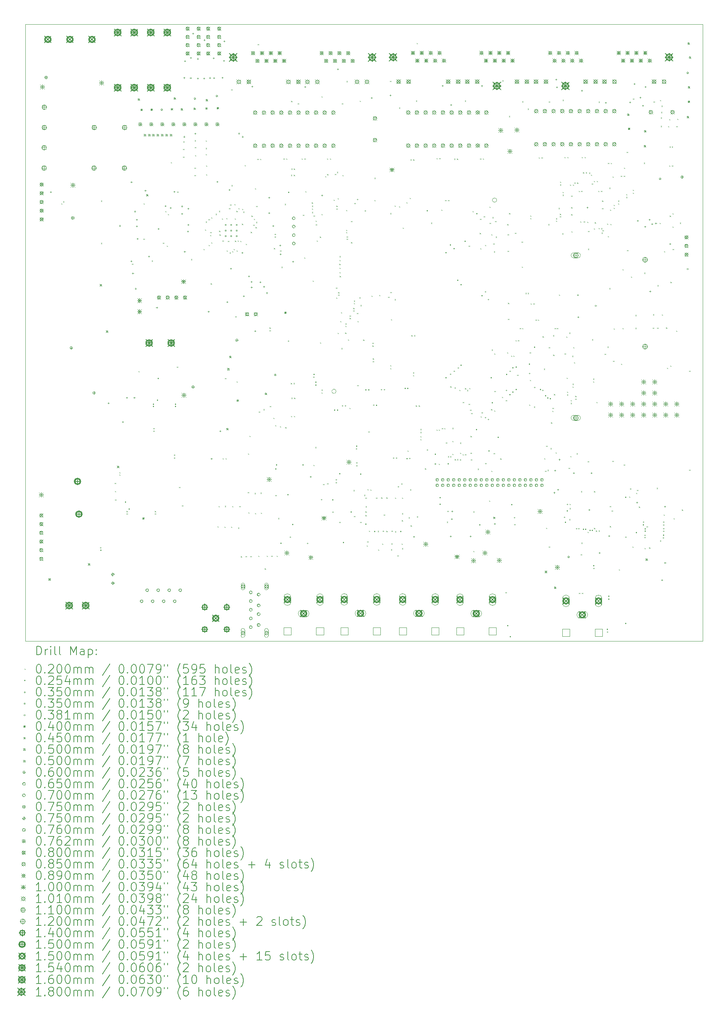
<source format=gbr>
%TF.GenerationSoftware,KiCad,Pcbnew,8.0.0-rc1*%
%TF.CreationDate,2024-01-18T13:04:13+03:00*%
%TF.ProjectId,MXVR_3566,4d585652-5f33-4353-9636-2e6b69636164,REV1*%
%TF.SameCoordinates,Original*%
%TF.FileFunction,Drillmap*%
%TF.FilePolarity,Positive*%
%FSLAX45Y45*%
G04 Gerber Fmt 4.5, Leading zero omitted, Abs format (unit mm)*
G04 Created by KiCad (PCBNEW 8.0.0-rc1) date 2024-01-18 13:04:13*
%MOMM*%
%LPD*%
G01*
G04 APERTURE LIST*
%ADD10C,0.050000*%
%ADD11C,0.200000*%
%ADD12C,0.100000*%
%ADD13C,0.101000*%
%ADD14C,0.110000*%
%ADD15C,0.120000*%
%ADD16C,0.140000*%
%ADD17C,0.150000*%
%ADD18C,0.154000*%
%ADD19C,0.160000*%
%ADD20C,0.180000*%
G04 APERTURE END LIST*
D10*
X4747000Y-2555000D02*
X20347000Y-2555000D01*
X20347000Y-16755000D01*
X4747000Y-16755000D01*
X4747000Y-2555000D01*
X10696000Y-16442000D02*
X10866000Y-16442000D01*
X10866000Y-16612000D01*
X10696000Y-16612000D01*
X10696000Y-16442000D01*
X11446000Y-16442000D02*
X11616000Y-16442000D01*
X11616000Y-16612000D01*
X11446000Y-16612000D01*
X11446000Y-16442000D01*
X14672000Y-16443000D02*
X14842000Y-16443000D01*
X14842000Y-16613000D01*
X14672000Y-16613000D01*
X14672000Y-16443000D01*
X15422000Y-16443000D02*
X15592000Y-16443000D01*
X15592000Y-16613000D01*
X15422000Y-16613000D01*
X15422000Y-16443000D01*
X11903500Y-11002000D02*
G75*
G02*
X11803500Y-11002000I-50000J0D01*
G01*
X11803500Y-11002000D02*
G75*
G02*
X11903500Y-11002000I50000J0D01*
G01*
X15603500Y-6602000D02*
G75*
G02*
X15503500Y-6602000I-50000J0D01*
G01*
X15503500Y-6602000D02*
G75*
G02*
X15603500Y-6602000I50000J0D01*
G01*
X12005000Y-16439000D02*
X12175000Y-16439000D01*
X12175000Y-16609000D01*
X12005000Y-16609000D01*
X12005000Y-16439000D01*
X12755000Y-16439000D02*
X12925000Y-16439000D01*
X12925000Y-16609000D01*
X12755000Y-16609000D01*
X12755000Y-16439000D01*
X13352000Y-16439000D02*
X13522000Y-16439000D01*
X13522000Y-16609000D01*
X13352000Y-16609000D01*
X13352000Y-16439000D01*
X14102000Y-16439000D02*
X14272000Y-16439000D01*
X14272000Y-16609000D01*
X14102000Y-16609000D01*
X14102000Y-16439000D01*
X17114000Y-16642000D02*
X17284000Y-16642000D01*
X17284000Y-16472000D01*
X17114000Y-16472000D01*
X17114000Y-16642000D01*
X17864000Y-16642000D02*
X18034000Y-16642000D01*
X18034000Y-16472000D01*
X17864000Y-16472000D01*
X17864000Y-16642000D01*
D11*
D12*
X5571000Y-6676000D02*
X5591000Y-6696000D01*
X5591000Y-6676000D02*
X5571000Y-6696000D01*
X5615000Y-6628000D02*
X5635000Y-6648000D01*
X5635000Y-6628000D02*
X5615000Y-6648000D01*
X6485000Y-7586000D02*
X6505000Y-7606000D01*
X6505000Y-7586000D02*
X6485000Y-7606000D01*
X6490000Y-6613000D02*
X6510000Y-6633000D01*
X6510000Y-6613000D02*
X6490000Y-6633000D01*
X6806000Y-13108000D02*
X6826000Y-13128000D01*
X6826000Y-13108000D02*
X6806000Y-13128000D01*
X6809000Y-13298000D02*
X6829000Y-13318000D01*
X6829000Y-13298000D02*
X6809000Y-13318000D01*
X6812000Y-13492000D02*
X6832000Y-13512000D01*
X6832000Y-13492000D02*
X6812000Y-13512000D01*
X6911000Y-12863650D02*
X6931000Y-12883650D01*
X6931000Y-12863650D02*
X6911000Y-12883650D01*
X6911000Y-12916350D02*
X6931000Y-12936350D01*
X6931000Y-12916350D02*
X6911000Y-12936350D01*
X7077000Y-13758650D02*
X7097000Y-13778650D01*
X7097000Y-13758650D02*
X7077000Y-13778650D01*
X7077000Y-13811350D02*
X7097000Y-13831350D01*
X7097000Y-13811350D02*
X7077000Y-13831350D01*
X7202000Y-8063000D02*
X7222000Y-8083000D01*
X7222000Y-8063000D02*
X7202000Y-8083000D01*
X7351000Y-10537000D02*
X7371000Y-10557000D01*
X7371000Y-10537000D02*
X7351000Y-10557000D01*
X7466000Y-7486000D02*
X7486000Y-7506000D01*
X7486000Y-7486000D02*
X7466000Y-7506000D01*
X7467000Y-6677000D02*
X7487000Y-6697000D01*
X7487000Y-6677000D02*
X7467000Y-6697000D01*
X7654000Y-7991000D02*
X7674000Y-8011000D01*
X7674000Y-7991000D02*
X7654000Y-8011000D01*
X7727000Y-13758650D02*
X7747000Y-13778650D01*
X7747000Y-13758650D02*
X7727000Y-13778650D01*
X7727000Y-13811350D02*
X7747000Y-13831350D01*
X7747000Y-13811350D02*
X7727000Y-13831350D01*
X7914000Y-7581000D02*
X7934000Y-7601000D01*
X7934000Y-7581000D02*
X7914000Y-7601000D01*
X7969000Y-6856000D02*
X7989000Y-6876000D01*
X7989000Y-6856000D02*
X7969000Y-6876000D01*
X8003000Y-7647000D02*
X8023000Y-7667000D01*
X8023000Y-7647000D02*
X8003000Y-7667000D01*
X8029000Y-6920500D02*
X8049000Y-6940500D01*
X8049000Y-6920500D02*
X8029000Y-6940500D01*
X8094000Y-5725000D02*
X8114000Y-5745000D01*
X8114000Y-5725000D02*
X8094000Y-5745000D01*
X8237000Y-10434000D02*
X8257000Y-10454000D01*
X8257000Y-10434000D02*
X8237000Y-10454000D01*
X8287000Y-13202000D02*
X8307000Y-13222000D01*
X8307000Y-13202000D02*
X8287000Y-13222000D01*
X8353000Y-13626000D02*
X8373000Y-13646000D01*
X8373000Y-13626000D02*
X8353000Y-13646000D01*
X8380000Y-5422000D02*
X8400000Y-5442000D01*
X8400000Y-5422000D02*
X8380000Y-5442000D01*
X8380000Y-5600000D02*
X8400000Y-5620000D01*
X8400000Y-5600000D02*
X8380000Y-5620000D01*
X8382000Y-5249000D02*
X8402000Y-5269000D01*
X8402000Y-5249000D02*
X8382000Y-5269000D01*
X8563000Y-7960000D02*
X8583000Y-7980000D01*
X8583000Y-7960000D02*
X8563000Y-7980000D01*
X8641000Y-5853000D02*
X8661000Y-5873000D01*
X8661000Y-5853000D02*
X8641000Y-5873000D01*
X8643000Y-6026000D02*
X8663000Y-6046000D01*
X8663000Y-6026000D02*
X8643000Y-6046000D01*
X8645000Y-5223000D02*
X8665000Y-5243000D01*
X8665000Y-5223000D02*
X8645000Y-5243000D01*
X8651000Y-5382000D02*
X8671000Y-5402000D01*
X8671000Y-5382000D02*
X8651000Y-5402000D01*
X8653000Y-5566000D02*
X8673000Y-5586000D01*
X8673000Y-5566000D02*
X8653000Y-5586000D01*
X8852000Y-7727000D02*
X8872000Y-7747000D01*
X8872000Y-7727000D02*
X8852000Y-7747000D01*
X8883000Y-7277000D02*
X8903000Y-7297000D01*
X8903000Y-7277000D02*
X8883000Y-7297000D01*
X8899000Y-7096000D02*
X8919000Y-7116000D01*
X8919000Y-7096000D02*
X8899000Y-7116000D01*
X8900000Y-5228000D02*
X8920000Y-5248000D01*
X8920000Y-5228000D02*
X8900000Y-5248000D01*
X8901000Y-5544000D02*
X8921000Y-5564000D01*
X8921000Y-5544000D02*
X8901000Y-5564000D01*
X8902000Y-5401000D02*
X8922000Y-5421000D01*
X8922000Y-5401000D02*
X8902000Y-5421000D01*
X8908000Y-5806000D02*
X8928000Y-5826000D01*
X8928000Y-5806000D02*
X8908000Y-5826000D01*
X8910000Y-6008000D02*
X8930000Y-6028000D01*
X8930000Y-6008000D02*
X8910000Y-6028000D01*
X8964384Y-7041950D02*
X8984384Y-7061950D01*
X8984384Y-7041950D02*
X8964384Y-7061950D01*
X8969000Y-7633000D02*
X8989000Y-7653000D01*
X8989000Y-7633000D02*
X8969000Y-7653000D01*
X9004412Y-7401588D02*
X9024412Y-7421588D01*
X9024412Y-7401588D02*
X9004412Y-7421588D01*
X9007000Y-7338000D02*
X9027000Y-7358000D01*
X9027000Y-7338000D02*
X9007000Y-7358000D01*
X9016000Y-8517000D02*
X9036000Y-8537000D01*
X9036000Y-8517000D02*
X9016000Y-8537000D01*
X9028000Y-6995000D02*
X9048000Y-7015000D01*
X9048000Y-6995000D02*
X9028000Y-7015000D01*
X9030000Y-7571000D02*
X9050000Y-7591000D01*
X9050000Y-7571000D02*
X9030000Y-7591000D01*
X9128000Y-6916500D02*
X9148000Y-6936500D01*
X9148000Y-6916500D02*
X9128000Y-6936500D01*
X9171000Y-14109000D02*
X9191000Y-14129000D01*
X9191000Y-14109000D02*
X9171000Y-14129000D01*
X9199000Y-13644000D02*
X9219000Y-13664000D01*
X9219000Y-13644000D02*
X9199000Y-13664000D01*
X9204000Y-6849000D02*
X9224000Y-6869000D01*
X9224000Y-6849000D02*
X9204000Y-6869000D01*
X9210000Y-7306000D02*
X9230000Y-7326000D01*
X9230000Y-7306000D02*
X9210000Y-7326000D01*
X9217709Y-7391118D02*
X9237709Y-7411118D01*
X9237709Y-7391118D02*
X9217709Y-7411118D01*
X9273149Y-7022947D02*
X9293149Y-7042947D01*
X9293149Y-7022947D02*
X9273149Y-7042947D01*
X9286894Y-7532218D02*
X9306894Y-7552218D01*
X9306894Y-7532218D02*
X9286894Y-7552218D01*
X9290500Y-12543000D02*
X9310500Y-12563000D01*
X9310500Y-12543000D02*
X9290500Y-12563000D01*
X9332000Y-14116000D02*
X9352000Y-14136000D01*
X9352000Y-14116000D02*
X9332000Y-14136000D01*
X9341000Y-13640000D02*
X9361000Y-13660000D01*
X9361000Y-13640000D02*
X9341000Y-13660000D01*
X9346000Y-10699000D02*
X9366000Y-10719000D01*
X9366000Y-10699000D02*
X9346000Y-10719000D01*
X9355500Y-12543000D02*
X9375500Y-12563000D01*
X9375500Y-12543000D02*
X9355500Y-12563000D01*
X9372000Y-7017000D02*
X9392000Y-7037000D01*
X9392000Y-7017000D02*
X9372000Y-7037000D01*
X9384000Y-7758000D02*
X9404000Y-7778000D01*
X9404000Y-7758000D02*
X9384000Y-7778000D01*
X9413462Y-7541050D02*
X9433462Y-7561050D01*
X9433462Y-7541050D02*
X9413462Y-7561050D01*
X9439550Y-6783938D02*
X9459550Y-6803938D01*
X9459550Y-6783938D02*
X9439550Y-6803938D01*
X9452000Y-7806500D02*
X9472000Y-7826500D01*
X9472000Y-7806500D02*
X9452000Y-7826500D01*
X9463000Y-6699500D02*
X9483000Y-6719500D01*
X9483000Y-6699500D02*
X9463000Y-6719500D01*
X9483000Y-14120000D02*
X9503000Y-14140000D01*
X9503000Y-14120000D02*
X9483000Y-14140000D01*
X9488000Y-4052000D02*
X9508000Y-4072000D01*
X9508000Y-4052000D02*
X9488000Y-4072000D01*
X9492000Y-6256000D02*
X9512000Y-6276000D01*
X9512000Y-6256000D02*
X9492000Y-6276000D01*
X9509000Y-13645000D02*
X9529000Y-13665000D01*
X9529000Y-13645000D02*
X9509000Y-13665000D01*
X9512000Y-7777000D02*
X9532000Y-7797000D01*
X9532000Y-7777000D02*
X9512000Y-7797000D01*
X9542000Y-7725000D02*
X9562000Y-7745000D01*
X9562000Y-7725000D02*
X9542000Y-7745000D01*
X9563000Y-6694500D02*
X9583000Y-6714500D01*
X9583000Y-6694500D02*
X9563000Y-6714500D01*
X9569000Y-7021000D02*
X9589000Y-7041000D01*
X9589000Y-7021000D02*
X9569000Y-7041000D01*
X9572000Y-7534000D02*
X9592000Y-7554000D01*
X9592000Y-7534000D02*
X9572000Y-7554000D01*
X9608000Y-6848000D02*
X9628000Y-6868000D01*
X9628000Y-6848000D02*
X9608000Y-6868000D01*
X9613000Y-7760000D02*
X9633000Y-7780000D01*
X9633000Y-7760000D02*
X9613000Y-7780000D01*
X9613000Y-10773000D02*
X9633000Y-10793000D01*
X9633000Y-10773000D02*
X9613000Y-10793000D01*
X9634988Y-7531910D02*
X9654988Y-7551910D01*
X9654988Y-7531910D02*
X9634988Y-7551910D01*
X9645000Y-14139000D02*
X9665000Y-14159000D01*
X9665000Y-14139000D02*
X9645000Y-14159000D01*
X9654000Y-6785000D02*
X9674000Y-6805000D01*
X9674000Y-6785000D02*
X9654000Y-6805000D01*
X9675000Y-13645000D02*
X9695000Y-13665000D01*
X9695000Y-13645000D02*
X9675000Y-13665000D01*
X9694750Y-7537250D02*
X9714750Y-7557250D01*
X9714750Y-7537250D02*
X9694750Y-7557250D01*
X9710000Y-14799000D02*
X9730000Y-14819000D01*
X9730000Y-14799000D02*
X9710000Y-14819000D01*
X9733000Y-7146000D02*
X9753000Y-7166000D01*
X9753000Y-7146000D02*
X9733000Y-7166000D01*
X9741000Y-6803000D02*
X9761000Y-6823000D01*
X9761000Y-6803000D02*
X9741000Y-6823000D01*
X9763017Y-6866016D02*
X9783017Y-6886016D01*
X9783017Y-6866016D02*
X9763017Y-6886016D01*
X9798000Y-5795000D02*
X9818000Y-5815000D01*
X9818000Y-5795000D02*
X9798000Y-5815000D01*
X9820000Y-14797000D02*
X9840000Y-14817000D01*
X9840000Y-14797000D02*
X9820000Y-14817000D01*
X9822000Y-7609000D02*
X9842000Y-7629000D01*
X9842000Y-7609000D02*
X9822000Y-7629000D01*
X9869000Y-13321000D02*
X9889000Y-13341000D01*
X9889000Y-13321000D02*
X9869000Y-13341000D01*
X9874000Y-12435000D02*
X9894000Y-12455000D01*
X9894000Y-12435000D02*
X9874000Y-12455000D01*
X9884000Y-13788000D02*
X9904000Y-13808000D01*
X9904000Y-13788000D02*
X9884000Y-13808000D01*
X9909000Y-12028367D02*
X9929000Y-12048367D01*
X9929000Y-12028367D02*
X9909000Y-12048367D01*
X9928000Y-14798000D02*
X9948000Y-14818000D01*
X9948000Y-14798000D02*
X9928000Y-14818000D01*
X9936450Y-7331050D02*
X9956450Y-7351050D01*
X9956450Y-7331050D02*
X9936450Y-7351050D01*
X9955500Y-6959500D02*
X9975500Y-6979500D01*
X9975500Y-6959500D02*
X9955500Y-6979500D01*
X9996000Y-7169450D02*
X10016000Y-7189450D01*
X10016000Y-7169450D02*
X9996000Y-7189450D01*
X10009500Y-7029000D02*
X10029500Y-7049000D01*
X10029500Y-7029000D02*
X10009500Y-7049000D01*
X10024500Y-13343500D02*
X10044500Y-13363500D01*
X10044500Y-13343500D02*
X10024500Y-13363500D01*
X10035000Y-6328000D02*
X10055000Y-6348000D01*
X10055000Y-6328000D02*
X10035000Y-6348000D01*
X10035000Y-13804000D02*
X10055000Y-13824000D01*
X10055000Y-13804000D02*
X10035000Y-13824000D01*
X10048531Y-7220842D02*
X10068531Y-7240842D01*
X10068531Y-7220842D02*
X10048531Y-7240842D01*
X10062000Y-7103000D02*
X10082000Y-7123000D01*
X10082000Y-7103000D02*
X10062000Y-7123000D01*
X10065000Y-6734000D02*
X10085000Y-6754000D01*
X10085000Y-6734000D02*
X10065000Y-6754000D01*
X10090300Y-5649000D02*
X10110300Y-5669000D01*
X10110300Y-5649000D02*
X10090300Y-5669000D01*
X10098000Y-3009000D02*
X10118000Y-3029000D01*
X10118000Y-3009000D02*
X10098000Y-3029000D01*
X10111000Y-14788000D02*
X10131000Y-14808000D01*
X10131000Y-14788000D02*
X10111000Y-14808000D01*
X10125000Y-11467000D02*
X10145000Y-11487000D01*
X10145000Y-11467000D02*
X10125000Y-11487000D01*
X10155700Y-5649000D02*
X10175700Y-5669000D01*
X10175700Y-5649000D02*
X10155700Y-5669000D01*
X10164000Y-13336000D02*
X10184000Y-13356000D01*
X10184000Y-13336000D02*
X10164000Y-13356000D01*
X10173000Y-13798000D02*
X10193000Y-13818000D01*
X10193000Y-13798000D02*
X10173000Y-13818000D01*
X10232000Y-11414000D02*
X10252000Y-11434000D01*
X10252000Y-11414000D02*
X10232000Y-11434000D01*
X10260000Y-15080000D02*
X10280000Y-15100000D01*
X10280000Y-15080000D02*
X10260000Y-15100000D01*
X10304000Y-14787000D02*
X10324000Y-14807000D01*
X10324000Y-14787000D02*
X10304000Y-14807000D01*
X10369351Y-9532500D02*
X10389351Y-9552500D01*
X10389351Y-9532500D02*
X10369351Y-9552500D01*
X10369351Y-9597500D02*
X10389351Y-9617500D01*
X10389351Y-9597500D02*
X10369351Y-9617500D01*
X10379000Y-11339000D02*
X10399000Y-11359000D01*
X10399000Y-11339000D02*
X10379000Y-11359000D01*
X10412000Y-14789000D02*
X10432000Y-14809000D01*
X10432000Y-14789000D02*
X10412000Y-14809000D01*
X10456000Y-11610100D02*
X10476000Y-11630100D01*
X10476000Y-11610100D02*
X10456000Y-11630100D01*
X10472000Y-7705300D02*
X10492000Y-7725300D01*
X10492000Y-7705300D02*
X10472000Y-7725300D01*
X10498000Y-11783000D02*
X10518000Y-11803000D01*
X10518000Y-11783000D02*
X10498000Y-11803000D01*
X10537000Y-14788000D02*
X10557000Y-14808000D01*
X10557000Y-14788000D02*
X10537000Y-14808000D01*
X10569000Y-13920000D02*
X10589000Y-13940000D01*
X10589000Y-13920000D02*
X10569000Y-13940000D01*
X10610000Y-11808000D02*
X10630000Y-11828000D01*
X10630000Y-11808000D02*
X10610000Y-11828000D01*
X10615000Y-7758000D02*
X10635000Y-7778000D01*
X10635000Y-7758000D02*
X10615000Y-7778000D01*
X10642000Y-8137000D02*
X10662000Y-8157000D01*
X10662000Y-8137000D02*
X10642000Y-8157000D01*
X10690300Y-5641000D02*
X10710300Y-5661000D01*
X10710300Y-5641000D02*
X10690300Y-5661000D01*
X10721000Y-6689000D02*
X10741000Y-6709000D01*
X10741000Y-6689000D02*
X10721000Y-6709000D01*
X10734000Y-11827000D02*
X10754000Y-11847000D01*
X10754000Y-11827000D02*
X10734000Y-11847000D01*
X10755700Y-5641000D02*
X10775700Y-5661000D01*
X10775700Y-5641000D02*
X10755700Y-5661000D01*
X10860300Y-10813000D02*
X10880300Y-10833000D01*
X10880300Y-10813000D02*
X10860300Y-10833000D01*
X10862300Y-6021000D02*
X10882300Y-6041000D01*
X10882300Y-6021000D02*
X10862300Y-6041000D01*
X10865500Y-11572000D02*
X10885500Y-11592000D01*
X10885500Y-11572000D02*
X10865500Y-11592000D01*
X10868000Y-4317000D02*
X10888000Y-4337000D01*
X10888000Y-4317000D02*
X10868000Y-4337000D01*
X10872500Y-11149000D02*
X10892500Y-11169000D01*
X10892500Y-11149000D02*
X10872500Y-11169000D01*
X10874227Y-5875771D02*
X10894227Y-5895771D01*
X10894227Y-5875771D02*
X10874227Y-5895771D01*
X10925700Y-10813000D02*
X10945700Y-10833000D01*
X10945700Y-10813000D02*
X10925700Y-10833000D01*
X10926927Y-5875771D02*
X10946927Y-5895771D01*
X10946927Y-5875771D02*
X10926927Y-5895771D01*
X10927700Y-6021000D02*
X10947700Y-6041000D01*
X10947700Y-6021000D02*
X10927700Y-6041000D01*
X10930500Y-11572000D02*
X10950500Y-11592000D01*
X10950500Y-11572000D02*
X10930500Y-11592000D01*
X10937500Y-11149000D02*
X10957500Y-11169000D01*
X10957500Y-11149000D02*
X10937500Y-11169000D01*
X11021000Y-4374000D02*
X11041000Y-4394000D01*
X11041000Y-4374000D02*
X11021000Y-4394000D01*
X11108300Y-5645000D02*
X11128300Y-5665000D01*
X11128300Y-5645000D02*
X11108300Y-5665000D01*
X11139000Y-6937000D02*
X11159000Y-6957000D01*
X11159000Y-6937000D02*
X11139000Y-6957000D01*
X11168000Y-7918000D02*
X11188000Y-7938000D01*
X11188000Y-7918000D02*
X11168000Y-7938000D01*
X11173700Y-5645000D02*
X11193700Y-5665000D01*
X11193700Y-5645000D02*
X11173700Y-5665000D01*
X11196000Y-6395000D02*
X11216000Y-6415000D01*
X11216000Y-6395000D02*
X11196000Y-6415000D01*
X11344000Y-6655000D02*
X11364000Y-6675000D01*
X11364000Y-6655000D02*
X11344000Y-6675000D01*
X11345000Y-6875000D02*
X11365000Y-6895000D01*
X11365000Y-6875000D02*
X11345000Y-6895000D01*
X11346000Y-6730500D02*
X11366000Y-6750500D01*
X11366000Y-6730500D02*
X11346000Y-6750500D01*
X11346000Y-6795500D02*
X11366000Y-6815500D01*
X11366000Y-6795500D02*
X11346000Y-6815500D01*
X11363000Y-8454000D02*
X11383000Y-8474000D01*
X11383000Y-8454000D02*
X11363000Y-8474000D01*
X11380000Y-12698000D02*
X11400000Y-12718000D01*
X11400000Y-12698000D02*
X11380000Y-12718000D01*
X11384000Y-6954000D02*
X11404000Y-6974000D01*
X11404000Y-6954000D02*
X11384000Y-6974000D01*
X11423000Y-12285000D02*
X11443000Y-12305000D01*
X11443000Y-12285000D02*
X11423000Y-12305000D01*
X11434000Y-7075000D02*
X11454000Y-7095000D01*
X11454000Y-7075000D02*
X11434000Y-7095000D01*
X11435000Y-7156000D02*
X11455000Y-7176000D01*
X11455000Y-7156000D02*
X11435000Y-7176000D01*
X11456000Y-7530000D02*
X11476000Y-7550000D01*
X11476000Y-7530000D02*
X11456000Y-7550000D01*
X11530000Y-7441000D02*
X11550000Y-7461000D01*
X11550000Y-7441000D02*
X11530000Y-7461000D01*
X11532000Y-9876000D02*
X11552000Y-9896000D01*
X11552000Y-9876000D02*
X11532000Y-9896000D01*
X11566000Y-6919000D02*
X11586000Y-6939000D01*
X11586000Y-6919000D02*
X11566000Y-6939000D01*
X11569000Y-4211000D02*
X11589000Y-4231000D01*
X11589000Y-4211000D02*
X11569000Y-4231000D01*
X11570000Y-10964300D02*
X11590000Y-10984300D01*
X11590000Y-10964300D02*
X11570000Y-10984300D01*
X11570000Y-11029700D02*
X11590000Y-11049700D01*
X11590000Y-11029700D02*
X11570000Y-11049700D01*
X11607000Y-13136000D02*
X11627000Y-13156000D01*
X11627000Y-13136000D02*
X11607000Y-13156000D01*
X11653878Y-6050122D02*
X11673878Y-6070122D01*
X11673878Y-6050122D02*
X11653878Y-6070122D01*
X11694300Y-5641000D02*
X11714300Y-5661000D01*
X11714300Y-5641000D02*
X11694300Y-5661000D01*
X11698000Y-13121000D02*
X11718000Y-13141000D01*
X11718000Y-13121000D02*
X11698000Y-13141000D01*
X11700122Y-6003878D02*
X11720122Y-6023878D01*
X11720122Y-6003878D02*
X11700122Y-6023878D01*
X11759700Y-5641000D02*
X11779700Y-5661000D01*
X11779700Y-5641000D02*
X11759700Y-5661000D01*
X11848000Y-6589000D02*
X11868000Y-6609000D01*
X11868000Y-6589000D02*
X11848000Y-6609000D01*
X11875878Y-5999122D02*
X11895878Y-6019122D01*
X11895878Y-5999122D02*
X11875878Y-6019122D01*
X11901000Y-8615000D02*
X11921000Y-8635000D01*
X11921000Y-8615000D02*
X11901000Y-8635000D01*
X11908000Y-8842000D02*
X11928000Y-8862000D01*
X11928000Y-8842000D02*
X11908000Y-8862000D01*
X11909000Y-6730500D02*
X11929000Y-6750500D01*
X11929000Y-6730500D02*
X11909000Y-6750500D01*
X11909000Y-6795500D02*
X11929000Y-6815500D01*
X11929000Y-6795500D02*
X11909000Y-6815500D01*
X11922122Y-5952878D02*
X11942122Y-5972878D01*
X11942122Y-5952878D02*
X11922122Y-5972878D01*
X11938500Y-6555000D02*
X11958500Y-6575000D01*
X11958500Y-6555000D02*
X11938500Y-6575000D01*
X11939000Y-9656000D02*
X11959000Y-9676000D01*
X11959000Y-9656000D02*
X11939000Y-9676000D01*
X11953000Y-8720600D02*
X11973000Y-8740600D01*
X11973000Y-8720600D02*
X11953000Y-8740600D01*
X11953000Y-8773400D02*
X11973000Y-8793400D01*
X11973000Y-8773400D02*
X11953000Y-8793400D01*
X11979000Y-8070000D02*
X11999000Y-8090000D01*
X11999000Y-8070000D02*
X11979000Y-8090000D01*
X11981000Y-7892000D02*
X12001000Y-7912000D01*
X12001000Y-7892000D02*
X11981000Y-7912000D01*
X11981000Y-8160000D02*
X12001000Y-8180000D01*
X12001000Y-8160000D02*
X11981000Y-8180000D01*
X11982000Y-7981000D02*
X12002000Y-8001000D01*
X12002000Y-7981000D02*
X11982000Y-8001000D01*
X11982000Y-8258000D02*
X12002000Y-8278000D01*
X12002000Y-8258000D02*
X11982000Y-8278000D01*
X11987000Y-8348000D02*
X12007000Y-8368000D01*
X12007000Y-8348000D02*
X11987000Y-8368000D01*
X11999000Y-9383000D02*
X12019000Y-9403000D01*
X12019000Y-9383000D02*
X11999000Y-9403000D01*
X12018000Y-9183000D02*
X12038000Y-9203000D01*
X12038000Y-9183000D02*
X12018000Y-9203000D01*
X12026000Y-10007000D02*
X12046000Y-10027000D01*
X12046000Y-10007000D02*
X12026000Y-10027000D01*
X12037000Y-4374000D02*
X12057000Y-4394000D01*
X12057000Y-4374000D02*
X12037000Y-4394000D01*
X12049000Y-6026000D02*
X12069000Y-6046000D01*
X12069000Y-6026000D02*
X12049000Y-6046000D01*
X12113000Y-9652000D02*
X12133000Y-9672000D01*
X12133000Y-9652000D02*
X12113000Y-9672000D01*
X12117000Y-9440650D02*
X12137000Y-9460650D01*
X12137000Y-9440650D02*
X12117000Y-9460650D01*
X12117000Y-9493350D02*
X12137000Y-9513350D01*
X12137000Y-9493350D02*
X12117000Y-9513350D01*
X12136000Y-6826000D02*
X12156000Y-6846000D01*
X12156000Y-6826000D02*
X12136000Y-6846000D01*
X12137000Y-7284650D02*
X12157000Y-7304650D01*
X12157000Y-7284650D02*
X12137000Y-7304650D01*
X12137000Y-7337350D02*
X12157000Y-7357350D01*
X12157000Y-7337350D02*
X12137000Y-7357350D01*
X12141000Y-3860000D02*
X12161000Y-3880000D01*
X12161000Y-3860000D02*
X12141000Y-3880000D01*
X12148000Y-7435650D02*
X12168000Y-7455650D01*
X12168000Y-7435650D02*
X12148000Y-7455650D01*
X12148000Y-7488350D02*
X12168000Y-7508350D01*
X12168000Y-7488350D02*
X12148000Y-7508350D01*
X12176000Y-9810000D02*
X12196000Y-9830000D01*
X12196000Y-9810000D02*
X12176000Y-9830000D01*
X12212000Y-11386000D02*
X12232000Y-11406000D01*
X12232000Y-11386000D02*
X12212000Y-11406000D01*
X12216000Y-9259600D02*
X12236000Y-9279600D01*
X12236000Y-9259600D02*
X12216000Y-9279600D01*
X12216000Y-9312400D02*
X12236000Y-9332400D01*
X12236000Y-9312400D02*
X12216000Y-9332400D01*
X12248000Y-7082000D02*
X12268000Y-7102000D01*
X12268000Y-7082000D02*
X12248000Y-7102000D01*
X12248000Y-7570000D02*
X12268000Y-7590000D01*
X12268000Y-7570000D02*
X12248000Y-7590000D01*
X12301000Y-9084600D02*
X12321000Y-9104600D01*
X12321000Y-9084600D02*
X12301000Y-9104600D01*
X12301000Y-9137400D02*
X12321000Y-9157400D01*
X12321000Y-9137400D02*
X12301000Y-9157400D01*
X12305000Y-13277000D02*
X12325000Y-13297000D01*
X12325000Y-13277000D02*
X12305000Y-13297000D01*
X12314000Y-8916600D02*
X12334000Y-8936600D01*
X12334000Y-8916600D02*
X12314000Y-8936600D01*
X12314000Y-8969400D02*
X12334000Y-8989400D01*
X12334000Y-8969400D02*
X12314000Y-8989400D01*
X12317000Y-13872000D02*
X12337000Y-13892000D01*
X12337000Y-13872000D02*
X12317000Y-13892000D01*
X12384000Y-9199000D02*
X12404000Y-9219000D01*
X12404000Y-9199000D02*
X12384000Y-9219000D01*
X12394000Y-10861000D02*
X12414000Y-10881000D01*
X12414000Y-10861000D02*
X12394000Y-10881000D01*
X12399000Y-9383000D02*
X12419000Y-9403000D01*
X12419000Y-9383000D02*
X12399000Y-9403000D01*
X12439000Y-8840000D02*
X12459000Y-8860000D01*
X12459000Y-8840000D02*
X12439000Y-8860000D01*
X12449000Y-4314000D02*
X12469000Y-4334000D01*
X12469000Y-4314000D02*
X12449000Y-4334000D01*
X12461000Y-14009000D02*
X12481000Y-14029000D01*
X12481000Y-14009000D02*
X12461000Y-14029000D01*
X12466000Y-9017000D02*
X12486000Y-9037000D01*
X12486000Y-9017000D02*
X12466000Y-9037000D01*
X12527000Y-9812000D02*
X12547000Y-9832000D01*
X12547000Y-9812000D02*
X12527000Y-9832000D01*
X12548000Y-13387000D02*
X12568000Y-13407000D01*
X12568000Y-13387000D02*
X12548000Y-13407000D01*
X12579000Y-13449000D02*
X12599000Y-13469000D01*
X12599000Y-13449000D02*
X12579000Y-13469000D01*
X12580000Y-13767000D02*
X12600000Y-13787000D01*
X12600000Y-13767000D02*
X12580000Y-13787000D01*
X12580000Y-13851000D02*
X12600000Y-13871000D01*
X12600000Y-13851000D02*
X12580000Y-13871000D01*
X12582000Y-13649000D02*
X12602000Y-13669000D01*
X12602000Y-13649000D02*
X12582000Y-13669000D01*
X12611000Y-14552000D02*
X12631000Y-14572000D01*
X12631000Y-14552000D02*
X12611000Y-14572000D01*
X12621765Y-14455765D02*
X12641765Y-14475765D01*
X12641765Y-14455765D02*
X12621765Y-14475765D01*
X12625000Y-13257000D02*
X12645000Y-13277000D01*
X12645000Y-13257000D02*
X12625000Y-13277000D01*
X12648000Y-11923000D02*
X12668000Y-11943000D01*
X12668000Y-11923000D02*
X12648000Y-11943000D01*
X12662000Y-14212000D02*
X12682000Y-14232000D01*
X12682000Y-14212000D02*
X12662000Y-14232000D01*
X12692000Y-13263436D02*
X12712000Y-13283436D01*
X12712000Y-13263436D02*
X12692000Y-13283436D01*
X12720000Y-8800000D02*
X12740000Y-8820000D01*
X12740000Y-8800000D02*
X12720000Y-8820000D01*
X12739000Y-9884500D02*
X12759000Y-9904500D01*
X12759000Y-9884500D02*
X12739000Y-9904500D01*
X12739000Y-9949500D02*
X12759000Y-9969500D01*
X12759000Y-9949500D02*
X12739000Y-9969500D01*
X12748000Y-10244500D02*
X12768000Y-10264500D01*
X12768000Y-10244500D02*
X12748000Y-10264500D01*
X12748000Y-10309500D02*
X12768000Y-10329500D01*
X12768000Y-10309500D02*
X12748000Y-10329500D01*
X12784000Y-6087770D02*
X12804000Y-6107770D01*
X12804000Y-6087770D02*
X12784000Y-6107770D01*
X12786000Y-6600000D02*
X12806000Y-6620000D01*
X12806000Y-6600000D02*
X12786000Y-6620000D01*
X12824000Y-13448000D02*
X12844000Y-13468000D01*
X12844000Y-13448000D02*
X12824000Y-13468000D01*
X12862000Y-14216000D02*
X12882000Y-14236000D01*
X12882000Y-14216000D02*
X12862000Y-14236000D01*
X12872000Y-14641000D02*
X12892000Y-14661000D01*
X12892000Y-14641000D02*
X12872000Y-14661000D01*
X12894000Y-8786000D02*
X12914000Y-8806000D01*
X12914000Y-8786000D02*
X12894000Y-8806000D01*
X12943000Y-13444000D02*
X12963000Y-13464000D01*
X12963000Y-13444000D02*
X12943000Y-13464000D01*
X12963271Y-14508430D02*
X12983271Y-14528430D01*
X12983271Y-14508430D02*
X12963271Y-14528430D01*
X13003000Y-13839550D02*
X13023000Y-13859550D01*
X13023000Y-13839550D02*
X13003000Y-13859550D01*
X13062000Y-14216000D02*
X13082000Y-14236000D01*
X13082000Y-14216000D02*
X13062000Y-14236000D01*
X13063000Y-13445000D02*
X13083000Y-13465000D01*
X13083000Y-13445000D02*
X13063000Y-13465000D01*
X13105000Y-8826000D02*
X13125000Y-8846000D01*
X13125000Y-8826000D02*
X13105000Y-8846000D01*
X13147000Y-3855000D02*
X13167000Y-3875000D01*
X13167000Y-3855000D02*
X13147000Y-3875000D01*
X13151000Y-6900000D02*
X13171000Y-6920000D01*
X13171000Y-6900000D02*
X13151000Y-6920000D01*
X13151000Y-10402500D02*
X13171000Y-10422500D01*
X13171000Y-10402500D02*
X13151000Y-10422500D01*
X13151000Y-10467500D02*
X13171000Y-10487500D01*
X13171000Y-10467500D02*
X13151000Y-10487500D01*
X13155000Y-8716000D02*
X13175000Y-8736000D01*
X13175000Y-8716000D02*
X13155000Y-8736000D01*
X13169000Y-9343000D02*
X13189000Y-9363000D01*
X13189000Y-9343000D02*
X13169000Y-9363000D01*
X13169000Y-14639000D02*
X13189000Y-14659000D01*
X13189000Y-14639000D02*
X13169000Y-14659000D01*
X13178000Y-14502000D02*
X13198000Y-14522000D01*
X13198000Y-14502000D02*
X13178000Y-14522000D01*
X13250000Y-6728000D02*
X13270000Y-6748000D01*
X13270000Y-6728000D02*
X13250000Y-6748000D01*
X13251000Y-8881000D02*
X13271000Y-8901000D01*
X13271000Y-8881000D02*
X13251000Y-8901000D01*
X13262000Y-13449000D02*
X13282000Y-13469000D01*
X13282000Y-13449000D02*
X13262000Y-13469000D01*
X13263000Y-14223000D02*
X13283000Y-14243000D01*
X13283000Y-14223000D02*
X13263000Y-14243000D01*
X13317000Y-14779000D02*
X13337000Y-14799000D01*
X13337000Y-14779000D02*
X13317000Y-14799000D01*
X13353000Y-6746000D02*
X13373000Y-6766000D01*
X13373000Y-6746000D02*
X13353000Y-6766000D01*
X13354000Y-4469000D02*
X13374000Y-4489000D01*
X13374000Y-4469000D02*
X13354000Y-4489000D01*
X13405000Y-13124000D02*
X13425000Y-13144000D01*
X13425000Y-13124000D02*
X13405000Y-13144000D01*
X13412850Y-14506056D02*
X13432850Y-14526056D01*
X13432850Y-14506056D02*
X13412850Y-14526056D01*
X13416000Y-13969000D02*
X13436000Y-13989000D01*
X13436000Y-13969000D02*
X13416000Y-13989000D01*
X13419574Y-14612208D02*
X13439574Y-14632208D01*
X13439574Y-14612208D02*
X13419574Y-14632208D01*
X13420000Y-13449000D02*
X13440000Y-13469000D01*
X13440000Y-13449000D02*
X13420000Y-13469000D01*
X13423000Y-13809000D02*
X13443000Y-13829000D01*
X13443000Y-13809000D02*
X13423000Y-13829000D01*
X13441000Y-7233000D02*
X13461000Y-7253000D01*
X13461000Y-7233000D02*
X13441000Y-7253000D01*
X13524000Y-6650000D02*
X13544000Y-6670000D01*
X13544000Y-6650000D02*
X13524000Y-6670000D01*
X13550000Y-12367000D02*
X13570000Y-12387000D01*
X13570000Y-12367000D02*
X13550000Y-12387000D01*
X13576000Y-13901000D02*
X13596000Y-13921000D01*
X13596000Y-13901000D02*
X13576000Y-13921000D01*
X13596817Y-6550356D02*
X13616817Y-6570356D01*
X13616817Y-6550356D02*
X13596817Y-6570356D01*
X13606000Y-13258000D02*
X13626000Y-13278000D01*
X13626000Y-13258000D02*
X13606000Y-13278000D01*
X13614433Y-5665543D02*
X13634433Y-5685543D01*
X13634433Y-5665543D02*
X13614433Y-5685543D01*
X13622000Y-14089000D02*
X13642000Y-14109000D01*
X13642000Y-14089000D02*
X13622000Y-14109000D01*
X13637500Y-9712000D02*
X13657500Y-9732000D01*
X13657500Y-9712000D02*
X13637500Y-9732000D01*
X13674381Y-10566500D02*
X13694381Y-10586500D01*
X13694381Y-10566500D02*
X13674381Y-10586500D01*
X13674381Y-10631500D02*
X13694381Y-10651500D01*
X13694381Y-10631500D02*
X13674381Y-10651500D01*
X13679833Y-5665543D02*
X13699833Y-5685543D01*
X13699833Y-5665543D02*
X13679833Y-5685543D01*
X13702500Y-9712000D02*
X13722500Y-9732000D01*
X13722500Y-9712000D02*
X13702500Y-9732000D01*
X13737832Y-11326960D02*
X13757832Y-11346960D01*
X13757832Y-11326960D02*
X13737832Y-11346960D01*
X13744000Y-4310000D02*
X13764000Y-4330000D01*
X13764000Y-4310000D02*
X13744000Y-4330000D01*
X13761231Y-2986231D02*
X13781231Y-3006231D01*
X13781231Y-2986231D02*
X13761231Y-3006231D01*
X13806771Y-11326900D02*
X13826771Y-11346900D01*
X13826771Y-11326900D02*
X13806771Y-11346900D01*
X13847000Y-11871300D02*
X13867000Y-11891300D01*
X13867000Y-11871300D02*
X13847000Y-11891300D01*
X13847000Y-11936700D02*
X13867000Y-11956700D01*
X13867000Y-11936700D02*
X13847000Y-11956700D01*
X13847000Y-12036300D02*
X13867000Y-12056300D01*
X13867000Y-12036300D02*
X13847000Y-12056300D01*
X13847000Y-12101700D02*
X13867000Y-12121700D01*
X13867000Y-12101700D02*
X13847000Y-12121700D01*
X13950400Y-12776000D02*
X13970400Y-12796000D01*
X13970400Y-12776000D02*
X13950400Y-12796000D01*
X14091000Y-7120000D02*
X14111000Y-7140000D01*
X14111000Y-7120000D02*
X14091000Y-7140000D01*
X14215650Y-11885000D02*
X14235650Y-11905000D01*
X14235650Y-11885000D02*
X14215650Y-11905000D01*
X14216300Y-5636000D02*
X14236300Y-5656000D01*
X14236300Y-5636000D02*
X14216300Y-5656000D01*
X14268350Y-11885000D02*
X14288350Y-11905000D01*
X14288350Y-11885000D02*
X14268350Y-11905000D01*
X14270000Y-12669000D02*
X14290000Y-12689000D01*
X14290000Y-12669000D02*
X14270000Y-12689000D01*
X14281700Y-5636000D02*
X14301700Y-5656000D01*
X14301700Y-5636000D02*
X14281700Y-5656000D01*
X14330000Y-6821000D02*
X14350000Y-6841000D01*
X14350000Y-6821000D02*
X14330000Y-6841000D01*
X14341650Y-11848000D02*
X14361650Y-11868000D01*
X14361650Y-11848000D02*
X14341650Y-11868000D01*
X14394350Y-11848000D02*
X14414350Y-11868000D01*
X14414350Y-11848000D02*
X14394350Y-11868000D01*
X14417300Y-6602000D02*
X14437300Y-6622000D01*
X14437300Y-6602000D02*
X14417300Y-6622000D01*
X14432000Y-12179000D02*
X14452000Y-12199000D01*
X14452000Y-12179000D02*
X14432000Y-12199000D01*
X14455000Y-14005000D02*
X14475000Y-14025000D01*
X14475000Y-14005000D02*
X14455000Y-14025000D01*
X14479650Y-12497000D02*
X14499650Y-12517000D01*
X14499650Y-12497000D02*
X14479650Y-12517000D01*
X14482700Y-6602000D02*
X14502700Y-6622000D01*
X14502700Y-6602000D02*
X14482700Y-6622000D01*
X14532350Y-12497000D02*
X14552350Y-12517000D01*
X14552350Y-12497000D02*
X14532350Y-12517000D01*
X14535000Y-10889000D02*
X14555000Y-10909000D01*
X14555000Y-10889000D02*
X14535000Y-10909000D01*
X14579000Y-12147000D02*
X14599000Y-12167000D01*
X14599000Y-12147000D02*
X14579000Y-12167000D01*
X14579000Y-12439000D02*
X14599000Y-12459000D01*
X14599000Y-12439000D02*
X14579000Y-12459000D01*
X14581000Y-11845000D02*
X14601000Y-11865000D01*
X14601000Y-11845000D02*
X14581000Y-11865000D01*
X14622300Y-5646000D02*
X14642300Y-5666000D01*
X14642300Y-5646000D02*
X14622300Y-5666000D01*
X14631000Y-10913000D02*
X14651000Y-10933000D01*
X14651000Y-10913000D02*
X14631000Y-10933000D01*
X14636650Y-12564833D02*
X14656650Y-12584833D01*
X14656650Y-12564833D02*
X14636650Y-12584833D01*
X14687700Y-5646000D02*
X14707700Y-5666000D01*
X14707700Y-5646000D02*
X14687700Y-5666000D01*
X14689350Y-12564833D02*
X14709350Y-12584833D01*
X14709350Y-12564833D02*
X14689350Y-12584833D01*
X14741694Y-10969900D02*
X14761694Y-10989900D01*
X14761694Y-10969900D02*
X14741694Y-10989900D01*
X14758000Y-12183000D02*
X14778000Y-12203000D01*
X14778000Y-12183000D02*
X14758000Y-12203000D01*
X14759000Y-12417000D02*
X14779000Y-12437000D01*
X14779000Y-12417000D02*
X14759000Y-12437000D01*
X14820650Y-12449000D02*
X14840650Y-12469000D01*
X14840650Y-12449000D02*
X14820650Y-12469000D01*
X14822000Y-11246000D02*
X14842000Y-11266000D01*
X14842000Y-11246000D02*
X14822000Y-11266000D01*
X14872000Y-4310000D02*
X14892000Y-4330000D01*
X14892000Y-4310000D02*
X14872000Y-4330000D01*
X14873350Y-12449000D02*
X14893350Y-12469000D01*
X14893350Y-12449000D02*
X14873350Y-12469000D01*
X14875000Y-10931000D02*
X14895000Y-10951000D01*
X14895000Y-10931000D02*
X14875000Y-10951000D01*
X14922000Y-10972000D02*
X14942000Y-10992000D01*
X14942000Y-10972000D02*
X14922000Y-10992000D01*
X14958000Y-11291000D02*
X14978000Y-11311000D01*
X14978000Y-11291000D02*
X14958000Y-11311000D01*
X14959000Y-7652000D02*
X14979000Y-7672000D01*
X14979000Y-7652000D02*
X14959000Y-7672000D01*
X14971000Y-10926000D02*
X14991000Y-10946000D01*
X14991000Y-10926000D02*
X14971000Y-10946000D01*
X14992000Y-11428000D02*
X15012000Y-11448000D01*
X15012000Y-11428000D02*
X14992000Y-11448000D01*
X15000000Y-12032000D02*
X15020000Y-12052000D01*
X15020000Y-12032000D02*
X15000000Y-12052000D01*
X15009000Y-12568000D02*
X15029000Y-12588000D01*
X15029000Y-12568000D02*
X15009000Y-12588000D01*
X15017000Y-11503000D02*
X15037000Y-11523000D01*
X15037000Y-11503000D02*
X15017000Y-11523000D01*
X15045000Y-6852000D02*
X15065000Y-6872000D01*
X15065000Y-6852000D02*
X15045000Y-6872000D01*
X15064000Y-13766000D02*
X15084000Y-13786000D01*
X15084000Y-13766000D02*
X15064000Y-13786000D01*
X15064000Y-14678000D02*
X15084000Y-14698000D01*
X15084000Y-14678000D02*
X15064000Y-14698000D01*
X15168000Y-12784000D02*
X15188000Y-12804000D01*
X15188000Y-12784000D02*
X15168000Y-12804000D01*
X15211000Y-7358000D02*
X15231000Y-7378000D01*
X15231000Y-7358000D02*
X15211000Y-7378000D01*
X15220000Y-7032000D02*
X15240000Y-7052000D01*
X15240000Y-7032000D02*
X15220000Y-7052000D01*
X15221300Y-5641000D02*
X15241300Y-5661000D01*
X15241300Y-5641000D02*
X15221300Y-5661000D01*
X15225000Y-7707000D02*
X15245000Y-7727000D01*
X15245000Y-7707000D02*
X15225000Y-7727000D01*
X15233000Y-11577000D02*
X15253000Y-11597000D01*
X15253000Y-11577000D02*
X15233000Y-11597000D01*
X15286700Y-5641000D02*
X15306700Y-5661000D01*
X15306700Y-5641000D02*
X15286700Y-5661000D01*
X15305000Y-6970000D02*
X15325000Y-6990000D01*
X15325000Y-6970000D02*
X15305000Y-6990000D01*
X15336000Y-7635000D02*
X15356000Y-7655000D01*
X15356000Y-7635000D02*
X15336000Y-7655000D01*
X15427000Y-13516000D02*
X15447000Y-13536000D01*
X15447000Y-13516000D02*
X15427000Y-13536000D01*
X15436000Y-6750780D02*
X15456000Y-6770780D01*
X15456000Y-6750780D02*
X15436000Y-6770780D01*
X15440000Y-7125000D02*
X15460000Y-7145000D01*
X15460000Y-7125000D02*
X15440000Y-7145000D01*
X15476000Y-11414000D02*
X15496000Y-11434000D01*
X15496000Y-11414000D02*
X15476000Y-11434000D01*
X15477000Y-12830000D02*
X15497000Y-12850000D01*
X15497000Y-12830000D02*
X15477000Y-12850000D01*
X15480000Y-7389000D02*
X15500000Y-7409000D01*
X15500000Y-7389000D02*
X15480000Y-7409000D01*
X15488000Y-10040000D02*
X15508000Y-10060000D01*
X15508000Y-10040000D02*
X15488000Y-10060000D01*
X15505000Y-6993000D02*
X15525000Y-7013000D01*
X15525000Y-6993000D02*
X15505000Y-7013000D01*
X15526000Y-7597000D02*
X15546000Y-7617000D01*
X15546000Y-7597000D02*
X15526000Y-7617000D01*
X15535000Y-12426000D02*
X15555000Y-12446000D01*
X15555000Y-12426000D02*
X15535000Y-12446000D01*
X15538000Y-7782000D02*
X15558000Y-7802000D01*
X15558000Y-7782000D02*
X15538000Y-7802000D01*
X15548000Y-10132000D02*
X15568000Y-10152000D01*
X15568000Y-10132000D02*
X15548000Y-10152000D01*
X15548000Y-11440000D02*
X15568000Y-11460000D01*
X15568000Y-11440000D02*
X15548000Y-11460000D01*
X15552000Y-10992000D02*
X15572000Y-11012000D01*
X15572000Y-10992000D02*
X15552000Y-11012000D01*
X15567000Y-7081000D02*
X15587000Y-7101000D01*
X15587000Y-7081000D02*
X15567000Y-7101000D01*
X15582000Y-7442000D02*
X15602000Y-7462000D01*
X15602000Y-7442000D02*
X15582000Y-7462000D01*
X15686000Y-12547000D02*
X15706000Y-12567000D01*
X15706000Y-12547000D02*
X15686000Y-12567000D01*
X15727000Y-11128000D02*
X15747000Y-11148000D01*
X15747000Y-11128000D02*
X15727000Y-11148000D01*
X15732000Y-3844000D02*
X15752000Y-3864000D01*
X15752000Y-3844000D02*
X15732000Y-3864000D01*
X15812123Y-11207000D02*
X15832123Y-11227000D01*
X15832123Y-11207000D02*
X15812123Y-11227000D01*
X15843000Y-10106000D02*
X15863000Y-10126000D01*
X15863000Y-10106000D02*
X15843000Y-10126000D01*
X15846000Y-7154000D02*
X15866000Y-7174000D01*
X15866000Y-7154000D02*
X15846000Y-7174000D01*
X15857000Y-7386000D02*
X15877000Y-7406000D01*
X15877000Y-7386000D02*
X15857000Y-7406000D01*
X15857000Y-7767000D02*
X15877000Y-7787000D01*
X15877000Y-7767000D02*
X15857000Y-7787000D01*
X15863000Y-9332000D02*
X15883000Y-9352000D01*
X15883000Y-9332000D02*
X15863000Y-9352000D01*
X15864000Y-8967000D02*
X15884000Y-8987000D01*
X15884000Y-8967000D02*
X15864000Y-8987000D01*
X15884000Y-4666000D02*
X15904000Y-4686000D01*
X15904000Y-4666000D02*
X15884000Y-4686000D01*
X15891000Y-6901000D02*
X15911000Y-6921000D01*
X15911000Y-6901000D02*
X15891000Y-6921000D01*
X15934650Y-10181000D02*
X15954650Y-10201000D01*
X15954650Y-10181000D02*
X15934650Y-10201000D01*
X15987350Y-10181000D02*
X16007350Y-10201000D01*
X16007350Y-10181000D02*
X15987350Y-10201000D01*
X16025000Y-7352000D02*
X16045000Y-7372000D01*
X16045000Y-7352000D02*
X16025000Y-7372000D01*
X16039650Y-9828000D02*
X16059650Y-9848000D01*
X16059650Y-9828000D02*
X16039650Y-9848000D01*
X16074700Y-10619000D02*
X16094700Y-10639000D01*
X16094700Y-10619000D02*
X16074700Y-10639000D01*
X16092350Y-9828000D02*
X16112350Y-9848000D01*
X16112350Y-9828000D02*
X16092350Y-9848000D01*
X16136600Y-9548600D02*
X16156600Y-9568600D01*
X16156600Y-9548600D02*
X16136600Y-9568600D01*
X16178000Y-7559000D02*
X16198000Y-7579000D01*
X16198000Y-7559000D02*
X16178000Y-7579000D01*
X16184000Y-8131000D02*
X16204000Y-8151000D01*
X16204000Y-8131000D02*
X16184000Y-8151000D01*
X16189400Y-9548600D02*
X16209400Y-9568600D01*
X16209400Y-9548600D02*
X16189400Y-9568600D01*
X16191000Y-4326000D02*
X16211000Y-4346000D01*
X16211000Y-4326000D02*
X16191000Y-4346000D01*
X16266600Y-8738000D02*
X16286600Y-8758000D01*
X16286600Y-8738000D02*
X16266600Y-8758000D01*
X16317000Y-4495000D02*
X16337000Y-4515000D01*
X16337000Y-4495000D02*
X16317000Y-4515000D01*
X16319400Y-8738000D02*
X16339400Y-8758000D01*
X16339400Y-8738000D02*
X16319400Y-8758000D01*
X16351000Y-11309000D02*
X16371000Y-11329000D01*
X16371000Y-11309000D02*
X16351000Y-11329000D01*
X16363000Y-10103000D02*
X16383000Y-10123000D01*
X16383000Y-10103000D02*
X16363000Y-10123000D01*
X16367000Y-10742000D02*
X16387000Y-10762000D01*
X16387000Y-10742000D02*
X16367000Y-10762000D01*
X16374000Y-6955000D02*
X16394000Y-6975000D01*
X16394000Y-6955000D02*
X16374000Y-6975000D01*
X16375000Y-7017000D02*
X16395000Y-7037000D01*
X16395000Y-7017000D02*
X16375000Y-7037000D01*
X16383328Y-8980000D02*
X16403328Y-9000000D01*
X16403328Y-8980000D02*
X16383328Y-9000000D01*
X16448728Y-8980000D02*
X16468728Y-9000000D01*
X16468728Y-8980000D02*
X16448728Y-9000000D01*
X16460000Y-11354000D02*
X16480000Y-11374000D01*
X16480000Y-11354000D02*
X16460000Y-11374000D01*
X16499600Y-9354046D02*
X16519600Y-9374046D01*
X16519600Y-9354046D02*
X16499600Y-9374046D01*
X16552400Y-9354046D02*
X16572400Y-9374046D01*
X16572400Y-9354046D02*
X16552400Y-9374046D01*
X16570300Y-5616000D02*
X16590300Y-5636000D01*
X16590300Y-5616000D02*
X16570300Y-5636000D01*
X16635700Y-5616000D02*
X16655700Y-5636000D01*
X16655700Y-5616000D02*
X16635700Y-5636000D01*
X16660000Y-9737000D02*
X16680000Y-9757000D01*
X16680000Y-9737000D02*
X16660000Y-9757000D01*
X16691000Y-10483000D02*
X16711000Y-10503000D01*
X16711000Y-10483000D02*
X16691000Y-10503000D01*
X16697000Y-12545000D02*
X16717000Y-12565000D01*
X16717000Y-12545000D02*
X16697000Y-12565000D01*
X16719000Y-12832000D02*
X16739000Y-12852000D01*
X16739000Y-12832000D02*
X16719000Y-12852000D01*
X16742000Y-14145000D02*
X16762000Y-14165000D01*
X16762000Y-14145000D02*
X16742000Y-14165000D01*
X16746000Y-12254000D02*
X16766000Y-12274000D01*
X16766000Y-12254000D02*
X16746000Y-12274000D01*
X16775000Y-12811000D02*
X16795000Y-12831000D01*
X16795000Y-12811000D02*
X16775000Y-12831000D01*
X16791000Y-7154000D02*
X16811000Y-7174000D01*
X16811000Y-7154000D02*
X16791000Y-7174000D01*
X16804000Y-4332000D02*
X16824000Y-4352000D01*
X16824000Y-4332000D02*
X16804000Y-4352000D01*
X16804000Y-9985000D02*
X16824000Y-10005000D01*
X16824000Y-9985000D02*
X16804000Y-10005000D01*
X16804000Y-14577000D02*
X16824000Y-14597000D01*
X16824000Y-14577000D02*
X16804000Y-14597000D01*
X16842000Y-12310000D02*
X16862000Y-12330000D01*
X16862000Y-12310000D02*
X16842000Y-12330000D01*
X16855000Y-11718000D02*
X16875000Y-11738000D01*
X16875000Y-11718000D02*
X16855000Y-11738000D01*
X16887000Y-11453000D02*
X16907000Y-11473000D01*
X16907000Y-11453000D02*
X16887000Y-11473000D01*
X16888000Y-11385000D02*
X16908000Y-11405000D01*
X16908000Y-11385000D02*
X16888000Y-11405000D01*
X16899000Y-9710000D02*
X16919000Y-9730000D01*
X16919000Y-9710000D02*
X16899000Y-9730000D01*
X16904840Y-10159194D02*
X16924840Y-10179194D01*
X16924840Y-10159194D02*
X16904840Y-10179194D01*
X16924000Y-11065000D02*
X16944000Y-11085000D01*
X16944000Y-11065000D02*
X16924000Y-11085000D01*
X16938600Y-9548600D02*
X16958600Y-9568600D01*
X16958600Y-9548600D02*
X16938600Y-9568600D01*
X16963000Y-12408000D02*
X16983000Y-12428000D01*
X16983000Y-12408000D02*
X16963000Y-12428000D01*
X16969000Y-7018650D02*
X16989000Y-7038650D01*
X16989000Y-7018650D02*
X16969000Y-7038650D01*
X16969000Y-7071350D02*
X16989000Y-7091350D01*
X16989000Y-7071350D02*
X16969000Y-7091350D01*
X16991400Y-9548600D02*
X17011400Y-9568600D01*
X17011400Y-9548600D02*
X16991400Y-9568600D01*
X17027000Y-6783000D02*
X17047000Y-6803000D01*
X17047000Y-6783000D02*
X17027000Y-6803000D01*
X17038000Y-8777000D02*
X17058000Y-8797000D01*
X17058000Y-8777000D02*
X17038000Y-8797000D01*
X17058000Y-6918650D02*
X17078000Y-6938650D01*
X17078000Y-6918650D02*
X17058000Y-6938650D01*
X17058000Y-6971350D02*
X17078000Y-6991350D01*
X17078000Y-6971350D02*
X17058000Y-6991350D01*
X17063000Y-6175300D02*
X17083000Y-6195300D01*
X17083000Y-6175300D02*
X17063000Y-6195300D01*
X17063000Y-6240700D02*
X17083000Y-6260700D01*
X17083000Y-6240700D02*
X17063000Y-6260700D01*
X17114500Y-7364500D02*
X17134500Y-7384500D01*
X17134500Y-7364500D02*
X17114500Y-7384500D01*
X17124000Y-4291000D02*
X17144000Y-4311000D01*
X17144000Y-4291000D02*
X17124000Y-4311000D01*
X17124000Y-6412300D02*
X17144000Y-6432300D01*
X17144000Y-6412300D02*
X17124000Y-6432300D01*
X17124000Y-6477700D02*
X17144000Y-6497700D01*
X17144000Y-6477700D02*
X17124000Y-6497700D01*
X17166300Y-5609000D02*
X17186300Y-5629000D01*
X17186300Y-5609000D02*
X17166300Y-5629000D01*
X17168000Y-10129000D02*
X17188000Y-10149000D01*
X17188000Y-10129000D02*
X17168000Y-10149000D01*
X17207000Y-9741000D02*
X17227000Y-9761000D01*
X17227000Y-9741000D02*
X17207000Y-9761000D01*
X17213000Y-10690000D02*
X17233000Y-10710000D01*
X17233000Y-10690000D02*
X17213000Y-10710000D01*
X17222692Y-11010500D02*
X17242692Y-11030500D01*
X17242692Y-11010500D02*
X17222692Y-11030500D01*
X17222692Y-11075500D02*
X17242692Y-11095500D01*
X17242692Y-11075500D02*
X17222692Y-11095500D01*
X17231700Y-5609000D02*
X17251700Y-5629000D01*
X17251700Y-5609000D02*
X17231700Y-5629000D01*
X17262000Y-12765000D02*
X17282000Y-12785000D01*
X17282000Y-12765000D02*
X17262000Y-12785000D01*
X17272000Y-9653000D02*
X17292000Y-9673000D01*
X17292000Y-9653000D02*
X17272000Y-9673000D01*
X17274000Y-13944000D02*
X17294000Y-13964000D01*
X17294000Y-13944000D02*
X17274000Y-13964000D01*
X17283000Y-13691000D02*
X17303000Y-13711000D01*
X17303000Y-13691000D02*
X17283000Y-13711000D01*
X17285050Y-13593500D02*
X17305050Y-13613500D01*
X17305050Y-13593500D02*
X17285050Y-13613500D01*
X17291300Y-6245716D02*
X17311300Y-6265716D01*
X17311300Y-6245716D02*
X17291300Y-6265716D01*
X17298000Y-12493000D02*
X17318000Y-12513000D01*
X17318000Y-12493000D02*
X17298000Y-12513000D01*
X17306700Y-11203500D02*
X17326700Y-11223500D01*
X17326700Y-11203500D02*
X17306700Y-11223500D01*
X17306700Y-11268500D02*
X17326700Y-11288500D01*
X17326700Y-11268500D02*
X17306700Y-11288500D01*
X17321000Y-6499000D02*
X17341000Y-6519000D01*
X17341000Y-6499000D02*
X17321000Y-6519000D01*
X17322000Y-6764000D02*
X17342000Y-6784000D01*
X17342000Y-6764000D02*
X17322000Y-6784000D01*
X17322000Y-6927000D02*
X17342000Y-6947000D01*
X17342000Y-6927000D02*
X17322000Y-6947000D01*
X17327000Y-7319100D02*
X17347000Y-7339100D01*
X17347000Y-7319100D02*
X17327000Y-7339100D01*
X17341000Y-10185000D02*
X17361000Y-10205000D01*
X17361000Y-10185000D02*
X17341000Y-10205000D01*
X17349000Y-10827500D02*
X17369000Y-10847500D01*
X17369000Y-10827500D02*
X17349000Y-10847500D01*
X17349000Y-10892500D02*
X17369000Y-10912500D01*
X17369000Y-10892500D02*
X17349000Y-10912500D01*
X17356700Y-6245716D02*
X17376700Y-6265716D01*
X17376700Y-6245716D02*
X17356700Y-6265716D01*
X17366000Y-9985000D02*
X17386000Y-10005000D01*
X17386000Y-9985000D02*
X17366000Y-10005000D01*
X17386000Y-10332000D02*
X17406000Y-10352000D01*
X17406000Y-10332000D02*
X17386000Y-10352000D01*
X17391300Y-6199000D02*
X17411300Y-6219000D01*
X17411300Y-6199000D02*
X17391300Y-6219000D01*
X17414000Y-11107300D02*
X17434000Y-11127300D01*
X17434000Y-11107300D02*
X17414000Y-11127300D01*
X17414000Y-11172700D02*
X17434000Y-11192700D01*
X17434000Y-11172700D02*
X17414000Y-11192700D01*
X17441000Y-12429000D02*
X17461000Y-12449000D01*
X17461000Y-12429000D02*
X17441000Y-12449000D01*
X17456700Y-6199000D02*
X17476700Y-6219000D01*
X17476700Y-6199000D02*
X17456700Y-6219000D01*
X17493042Y-6390155D02*
X17513042Y-6410155D01*
X17513042Y-6390155D02*
X17493042Y-6410155D01*
X17499750Y-15644281D02*
X17519750Y-15664281D01*
X17519750Y-15644281D02*
X17499750Y-15664281D01*
X17526000Y-7092000D02*
X17546000Y-7112000D01*
X17546000Y-7092000D02*
X17526000Y-7112000D01*
X17541000Y-14751000D02*
X17561000Y-14771000D01*
X17561000Y-14751000D02*
X17541000Y-14771000D01*
X17546000Y-13300000D02*
X17566000Y-13320000D01*
X17566000Y-13300000D02*
X17546000Y-13320000D01*
X17548000Y-6388000D02*
X17568000Y-6408000D01*
X17568000Y-6388000D02*
X17548000Y-6408000D01*
X17553000Y-14485000D02*
X17573000Y-14505000D01*
X17573000Y-14485000D02*
X17553000Y-14505000D01*
X17564300Y-5611000D02*
X17584300Y-5631000D01*
X17584300Y-5611000D02*
X17564300Y-5631000D01*
X17564750Y-15644281D02*
X17584750Y-15664281D01*
X17584750Y-15644281D02*
X17564750Y-15664281D01*
X17591300Y-5961000D02*
X17611300Y-5981000D01*
X17611300Y-5961000D02*
X17591300Y-5981000D01*
X17608000Y-7089000D02*
X17628000Y-7109000D01*
X17628000Y-7089000D02*
X17608000Y-7109000D01*
X17629700Y-5611000D02*
X17649700Y-5631000D01*
X17649700Y-5611000D02*
X17629700Y-5631000D01*
X17656700Y-5961000D02*
X17676700Y-5981000D01*
X17676700Y-5961000D02*
X17656700Y-5981000D01*
X17689000Y-7096950D02*
X17709000Y-7116950D01*
X17709000Y-7096950D02*
X17689000Y-7116950D01*
X17696000Y-14238000D02*
X17716000Y-14258000D01*
X17716000Y-14238000D02*
X17696000Y-14258000D01*
X17703000Y-12610000D02*
X17723000Y-12630000D01*
X17723000Y-12610000D02*
X17703000Y-12630000D01*
X17708000Y-7722000D02*
X17728000Y-7742000D01*
X17728000Y-7722000D02*
X17708000Y-7742000D01*
X17709000Y-7313000D02*
X17729000Y-7333000D01*
X17729000Y-7313000D02*
X17709000Y-7333000D01*
X17728878Y-5968878D02*
X17748878Y-5988878D01*
X17748878Y-5968878D02*
X17728878Y-5988878D01*
X17775122Y-6015122D02*
X17795122Y-6035122D01*
X17795122Y-6015122D02*
X17775122Y-6035122D01*
X17794000Y-6221000D02*
X17814000Y-6241000D01*
X17814000Y-6221000D02*
X17794000Y-6241000D01*
X17798000Y-9803000D02*
X17818000Y-9823000D01*
X17818000Y-9803000D02*
X17798000Y-9823000D01*
X17824000Y-10709300D02*
X17844000Y-10729300D01*
X17844000Y-10709300D02*
X17824000Y-10729300D01*
X17824000Y-10774700D02*
X17844000Y-10794700D01*
X17844000Y-10774700D02*
X17824000Y-10794700D01*
X17840000Y-7251000D02*
X17860000Y-7271000D01*
X17860000Y-7251000D02*
X17840000Y-7271000D01*
X17841300Y-6158000D02*
X17861300Y-6178000D01*
X17861300Y-6158000D02*
X17841300Y-6178000D01*
X17843967Y-14147033D02*
X17863967Y-14167033D01*
X17863967Y-14147033D02*
X17843967Y-14167033D01*
X17846000Y-13300000D02*
X17866000Y-13320000D01*
X17866000Y-13300000D02*
X17846000Y-13320000D01*
X17863450Y-7111450D02*
X17883450Y-7131450D01*
X17883450Y-7111450D02*
X17863450Y-7131450D01*
X17888500Y-14205691D02*
X17908500Y-14225691D01*
X17908500Y-14205691D02*
X17888500Y-14225691D01*
X17902000Y-11246000D02*
X17922000Y-11266000D01*
X17922000Y-11246000D02*
X17902000Y-11266000D01*
X17906700Y-6158000D02*
X17926700Y-6178000D01*
X17926700Y-6158000D02*
X17906700Y-6178000D01*
X17941300Y-6389000D02*
X17961300Y-6409000D01*
X17961300Y-6389000D02*
X17941300Y-6409000D01*
X17949000Y-4336000D02*
X17969000Y-4356000D01*
X17969000Y-4336000D02*
X17949000Y-4356000D01*
X17949904Y-7245434D02*
X17969904Y-7265434D01*
X17969904Y-7245434D02*
X17949904Y-7265434D01*
X17953500Y-14205691D02*
X17973500Y-14225691D01*
X17973500Y-14205691D02*
X17953500Y-14225691D01*
X18006700Y-6389000D02*
X18026700Y-6409000D01*
X18026700Y-6389000D02*
X18006700Y-6409000D01*
X18011606Y-7247000D02*
X18031606Y-7267000D01*
X18031606Y-7247000D02*
X18011606Y-7267000D01*
X18017898Y-7349781D02*
X18037898Y-7369781D01*
X18037898Y-7349781D02*
X18017898Y-7369781D01*
X18030711Y-6783996D02*
X18050711Y-6803996D01*
X18050711Y-6783996D02*
X18030711Y-6803996D01*
X18032000Y-6611000D02*
X18052000Y-6631000D01*
X18052000Y-6611000D02*
X18032000Y-6631000D01*
X18040000Y-7294000D02*
X18060000Y-7314000D01*
X18060000Y-7294000D02*
X18040000Y-7314000D01*
X18091000Y-10140000D02*
X18111000Y-10160000D01*
X18111000Y-10140000D02*
X18091000Y-10160000D01*
X18148000Y-7140000D02*
X18168000Y-7160000D01*
X18168000Y-7140000D02*
X18148000Y-7160000D01*
X18152000Y-9973000D02*
X18172000Y-9993000D01*
X18172000Y-9973000D02*
X18152000Y-9993000D01*
X18165000Y-7430000D02*
X18185000Y-7450000D01*
X18185000Y-7430000D02*
X18165000Y-7450000D01*
X18167300Y-5743000D02*
X18187300Y-5763000D01*
X18187300Y-5743000D02*
X18167300Y-5763000D01*
X18197000Y-6317000D02*
X18217000Y-6337000D01*
X18217000Y-6317000D02*
X18197000Y-6337000D01*
X18198000Y-8627000D02*
X18218000Y-8647000D01*
X18218000Y-8627000D02*
X18198000Y-8647000D01*
X18209000Y-14106000D02*
X18229000Y-14126000D01*
X18229000Y-14106000D02*
X18209000Y-14126000D01*
X18210050Y-13643500D02*
X18230050Y-13663500D01*
X18230050Y-13643500D02*
X18210050Y-13663500D01*
X18212000Y-6819000D02*
X18232000Y-6839000D01*
X18232000Y-6819000D02*
X18212000Y-6839000D01*
X18224000Y-7149000D02*
X18244000Y-7169000D01*
X18244000Y-7149000D02*
X18224000Y-7169000D01*
X18232700Y-5743000D02*
X18252700Y-5763000D01*
X18252700Y-5743000D02*
X18232700Y-5763000D01*
X18253000Y-13746000D02*
X18273000Y-13766000D01*
X18273000Y-13746000D02*
X18253000Y-13766000D01*
X18268000Y-12605000D02*
X18288000Y-12625000D01*
X18288000Y-12605000D02*
X18268000Y-12625000D01*
X18274000Y-6060000D02*
X18294000Y-6080000D01*
X18294000Y-6060000D02*
X18274000Y-6080000D01*
X18287000Y-10301000D02*
X18307000Y-10321000D01*
X18307000Y-10301000D02*
X18287000Y-10321000D01*
X18298000Y-9555000D02*
X18318000Y-9575000D01*
X18318000Y-9555000D02*
X18298000Y-9575000D01*
X18299000Y-6712300D02*
X18319000Y-6732300D01*
X18319000Y-6712300D02*
X18299000Y-6732300D01*
X18299000Y-6777700D02*
X18319000Y-6797700D01*
X18319000Y-6777700D02*
X18299000Y-6797700D01*
X18398000Y-6612300D02*
X18418000Y-6632300D01*
X18418000Y-6612300D02*
X18398000Y-6632300D01*
X18398000Y-6677700D02*
X18418000Y-6697700D01*
X18418000Y-6677700D02*
X18398000Y-6697700D01*
X18415000Y-15100000D02*
X18435000Y-15120000D01*
X18435000Y-15100000D02*
X18415000Y-15120000D01*
X18464300Y-6041797D02*
X18484300Y-6061797D01*
X18484300Y-6041797D02*
X18464300Y-6061797D01*
X18468000Y-10365000D02*
X18488000Y-10385000D01*
X18488000Y-10365000D02*
X18468000Y-10385000D01*
X18499000Y-9548000D02*
X18519000Y-9568000D01*
X18519000Y-9548000D02*
X18499000Y-9568000D01*
X18500000Y-8192000D02*
X18520000Y-8212000D01*
X18520000Y-8192000D02*
X18500000Y-8212000D01*
X18529700Y-6041797D02*
X18549700Y-6061797D01*
X18549700Y-6041797D02*
X18529700Y-6061797D01*
X18531000Y-12685000D02*
X18551000Y-12705000D01*
X18551000Y-12685000D02*
X18531000Y-12705000D01*
X18538000Y-5853000D02*
X18558000Y-5873000D01*
X18558000Y-5853000D02*
X18538000Y-5873000D01*
X18586000Y-6462300D02*
X18606000Y-6482300D01*
X18606000Y-6462300D02*
X18586000Y-6482300D01*
X18586000Y-6527700D02*
X18606000Y-6547700D01*
X18606000Y-6527700D02*
X18586000Y-6547700D01*
X18599000Y-5491000D02*
X18619000Y-5511000D01*
X18619000Y-5491000D02*
X18599000Y-5511000D01*
X18606000Y-7752000D02*
X18626000Y-7772000D01*
X18626000Y-7752000D02*
X18606000Y-7772000D01*
X18655000Y-13425000D02*
X18675000Y-13445000D01*
X18675000Y-13425000D02*
X18655000Y-13445000D01*
X18699000Y-8359000D02*
X18719000Y-8379000D01*
X18719000Y-8359000D02*
X18699000Y-8379000D01*
X18731000Y-14577000D02*
X18751000Y-14597000D01*
X18751000Y-14577000D02*
X18731000Y-14597000D01*
X18739000Y-6362300D02*
X18759000Y-6382300D01*
X18759000Y-6362300D02*
X18739000Y-6382300D01*
X18739000Y-6427700D02*
X18759000Y-6447700D01*
X18759000Y-6427700D02*
X18739000Y-6447700D01*
X18743000Y-4265000D02*
X18763000Y-4285000D01*
X18763000Y-4265000D02*
X18743000Y-4285000D01*
X18799000Y-9244000D02*
X18819000Y-9264000D01*
X18819000Y-9244000D02*
X18799000Y-9264000D01*
X18799000Y-9541000D02*
X18819000Y-9561000D01*
X18819000Y-9541000D02*
X18799000Y-9561000D01*
X18815000Y-13338000D02*
X18835000Y-13358000D01*
X18835000Y-13338000D02*
X18815000Y-13358000D01*
X18836000Y-13270000D02*
X18856000Y-13290000D01*
X18856000Y-13270000D02*
X18836000Y-13290000D01*
X18877000Y-13657000D02*
X18897000Y-13677000D01*
X18897000Y-13657000D02*
X18877000Y-13677000D01*
X18991000Y-5739700D02*
X19011000Y-5759700D01*
X19011000Y-5739700D02*
X18991000Y-5759700D01*
X18999000Y-8273000D02*
X19019000Y-8293000D01*
X19019000Y-8273000D02*
X18999000Y-8293000D01*
X19012000Y-14608000D02*
X19032000Y-14628000D01*
X19032000Y-14608000D02*
X19012000Y-14628000D01*
X19057000Y-14108000D02*
X19077000Y-14128000D01*
X19077000Y-14108000D02*
X19057000Y-14128000D01*
X19115000Y-14595000D02*
X19135000Y-14615000D01*
X19135000Y-14595000D02*
X19115000Y-14615000D01*
X19201000Y-9540000D02*
X19221000Y-9560000D01*
X19221000Y-9540000D02*
X19201000Y-9560000D01*
X19202000Y-9229000D02*
X19222000Y-9249000D01*
X19222000Y-9229000D02*
X19202000Y-9249000D01*
X19217000Y-4330000D02*
X19237000Y-4350000D01*
X19237000Y-4330000D02*
X19217000Y-4350000D01*
X19288000Y-13225000D02*
X19308000Y-13245000D01*
X19308000Y-13225000D02*
X19288000Y-13245000D01*
X19303000Y-9540000D02*
X19323000Y-9560000D01*
X19323000Y-9540000D02*
X19303000Y-9560000D01*
X19304000Y-8560000D02*
X19324000Y-8580000D01*
X19324000Y-8560000D02*
X19304000Y-8580000D01*
X19356000Y-7126000D02*
X19376000Y-7146000D01*
X19376000Y-7126000D02*
X19356000Y-7146000D01*
X19366000Y-4295000D02*
X19386000Y-4315000D01*
X19386000Y-4295000D02*
X19366000Y-4315000D01*
X19366000Y-14435000D02*
X19386000Y-14455000D01*
X19386000Y-14435000D02*
X19366000Y-14455000D01*
X19383000Y-4700000D02*
X19403000Y-4720000D01*
X19403000Y-4700000D02*
X19383000Y-4720000D01*
X19383000Y-4894000D02*
X19403000Y-4914000D01*
X19403000Y-4894000D02*
X19383000Y-4914000D01*
X19393000Y-4572000D02*
X19413000Y-4592000D01*
X19413000Y-4572000D02*
X19393000Y-4592000D01*
X19397000Y-4428000D02*
X19417000Y-4448000D01*
X19417000Y-4428000D02*
X19397000Y-4448000D01*
X19405000Y-9231000D02*
X19425000Y-9251000D01*
X19425000Y-9231000D02*
X19405000Y-9251000D01*
X19449000Y-13841000D02*
X19469000Y-13861000D01*
X19469000Y-13841000D02*
X19449000Y-13861000D01*
X19457000Y-7779000D02*
X19477000Y-7799000D01*
X19477000Y-7779000D02*
X19457000Y-7799000D01*
X19506000Y-9533000D02*
X19526000Y-9553000D01*
X19526000Y-9533000D02*
X19506000Y-9553000D01*
X19526000Y-10460000D02*
X19546000Y-10480000D01*
X19546000Y-10460000D02*
X19526000Y-10480000D01*
X19554000Y-4897000D02*
X19574000Y-4917000D01*
X19574000Y-4897000D02*
X19554000Y-4917000D01*
X19576300Y-5804000D02*
X19596300Y-5824000D01*
X19596300Y-5804000D02*
X19576300Y-5824000D01*
X19577000Y-4736000D02*
X19597000Y-4756000D01*
X19597000Y-4736000D02*
X19577000Y-4756000D01*
X19585150Y-5366592D02*
X19605150Y-5386592D01*
X19605150Y-5366592D02*
X19585150Y-5386592D01*
X19591000Y-6960000D02*
X19611000Y-6980000D01*
X19611000Y-6960000D02*
X19591000Y-6980000D01*
X19604000Y-10408000D02*
X19624000Y-10428000D01*
X19624000Y-10408000D02*
X19604000Y-10428000D01*
X19606000Y-8482000D02*
X19626000Y-8502000D01*
X19626000Y-8482000D02*
X19606000Y-8502000D01*
X19637850Y-5366592D02*
X19657850Y-5386592D01*
X19657850Y-5366592D02*
X19637850Y-5386592D01*
X19641700Y-5804000D02*
X19661700Y-5824000D01*
X19661700Y-5804000D02*
X19641700Y-5824000D01*
X19655000Y-6906000D02*
X19675000Y-6926000D01*
X19675000Y-6906000D02*
X19655000Y-6926000D01*
X19655000Y-7210000D02*
X19675000Y-7230000D01*
X19675000Y-7210000D02*
X19655000Y-7230000D01*
X19658000Y-7728000D02*
X19678000Y-7748000D01*
X19678000Y-7728000D02*
X19658000Y-7748000D01*
X19678000Y-13924000D02*
X19698000Y-13944000D01*
X19698000Y-13924000D02*
X19678000Y-13944000D01*
X19737000Y-9604000D02*
X19757000Y-9624000D01*
X19757000Y-9604000D02*
X19737000Y-9624000D01*
X19742000Y-4899000D02*
X19762000Y-4919000D01*
X19762000Y-4899000D02*
X19742000Y-4919000D01*
X19761000Y-4731000D02*
X19781000Y-4751000D01*
X19781000Y-4731000D02*
X19761000Y-4751000D01*
X19820000Y-7121000D02*
X19840000Y-7141000D01*
X19840000Y-7121000D02*
X19820000Y-7141000D01*
X19870000Y-13724000D02*
X19890000Y-13744000D01*
X19890000Y-13724000D02*
X19870000Y-13744000D01*
X20038000Y-10528000D02*
X20058000Y-10548000D01*
X20058000Y-10528000D02*
X20038000Y-10548000D01*
X20039000Y-12806000D02*
X20059000Y-12826000D01*
X20059000Y-12806000D02*
X20039000Y-12826000D01*
X6495700Y-14606650D02*
G75*
G02*
X6470300Y-14606650I-12700J0D01*
G01*
X6470300Y-14606650D02*
G75*
G02*
X6495700Y-14606650I12700J0D01*
G01*
X6495700Y-14659350D02*
G75*
G02*
X6470300Y-14659350I-12700J0D01*
G01*
X6470300Y-14659350D02*
G75*
G02*
X6495700Y-14659350I12700J0D01*
G01*
X7063700Y-13554000D02*
G75*
G02*
X7038300Y-13554000I-12700J0D01*
G01*
X7038300Y-13554000D02*
G75*
G02*
X7063700Y-13554000I12700J0D01*
G01*
X7148700Y-13711000D02*
G75*
G02*
X7123300Y-13711000I-12700J0D01*
G01*
X7123300Y-13711000D02*
G75*
G02*
X7148700Y-13711000I12700J0D01*
G01*
X7708700Y-11297650D02*
G75*
G02*
X7683300Y-11297650I-12700J0D01*
G01*
X7683300Y-11297650D02*
G75*
G02*
X7708700Y-11297650I12700J0D01*
G01*
X7708700Y-11350350D02*
G75*
G02*
X7683300Y-11350350I-12700J0D01*
G01*
X7683300Y-11350350D02*
G75*
G02*
X7708700Y-11350350I12700J0D01*
G01*
X7720700Y-11861000D02*
G75*
G02*
X7695300Y-11861000I-12700J0D01*
G01*
X7695300Y-11861000D02*
G75*
G02*
X7720700Y-11861000I12700J0D01*
G01*
X7720700Y-11926000D02*
G75*
G02*
X7695300Y-11926000I-12700J0D01*
G01*
X7695300Y-11926000D02*
G75*
G02*
X7720700Y-11926000I12700J0D01*
G01*
X7801700Y-11204000D02*
G75*
G02*
X7776300Y-11204000I-12700J0D01*
G01*
X7776300Y-11204000D02*
G75*
G02*
X7801700Y-11204000I12700J0D01*
G01*
X7819700Y-10706000D02*
G75*
G02*
X7794300Y-10706000I-12700J0D01*
G01*
X7794300Y-10706000D02*
G75*
G02*
X7819700Y-10706000I12700J0D01*
G01*
X8194700Y-12474500D02*
G75*
G02*
X8169300Y-12474500I-12700J0D01*
G01*
X8169300Y-12474500D02*
G75*
G02*
X8194700Y-12474500I12700J0D01*
G01*
X8194700Y-12539500D02*
G75*
G02*
X8169300Y-12539500I-12700J0D01*
G01*
X8169300Y-12539500D02*
G75*
G02*
X8194700Y-12539500I12700J0D01*
G01*
X8217700Y-11297650D02*
G75*
G02*
X8192300Y-11297650I-12700J0D01*
G01*
X8192300Y-11297650D02*
G75*
G02*
X8217700Y-11297650I12700J0D01*
G01*
X8217700Y-11350350D02*
G75*
G02*
X8192300Y-11350350I-12700J0D01*
G01*
X8192300Y-11350350D02*
G75*
G02*
X8217700Y-11350350I12700J0D01*
G01*
X8271700Y-6416000D02*
G75*
G02*
X8246300Y-6416000I-12700J0D01*
G01*
X8246300Y-6416000D02*
G75*
G02*
X8271700Y-6416000I12700J0D01*
G01*
X9606700Y-9291000D02*
G75*
G02*
X9581300Y-9291000I-12700J0D01*
G01*
X9581300Y-9291000D02*
G75*
G02*
X9606700Y-9291000I12700J0D01*
G01*
X10514700Y-7389000D02*
G75*
G02*
X10489300Y-7389000I-12700J0D01*
G01*
X10489300Y-7389000D02*
G75*
G02*
X10514700Y-7389000I12700J0D01*
G01*
X10514700Y-7454000D02*
G75*
G02*
X10489300Y-7454000I-12700J0D01*
G01*
X10489300Y-7454000D02*
G75*
G02*
X10514700Y-7454000I12700J0D01*
G01*
X10526700Y-12790000D02*
G75*
G02*
X10501300Y-12790000I-12700J0D01*
G01*
X10501300Y-12790000D02*
G75*
G02*
X10526700Y-12790000I12700J0D01*
G01*
X10531700Y-13408000D02*
G75*
G02*
X10506300Y-13408000I-12700J0D01*
G01*
X10506300Y-13408000D02*
G75*
G02*
X10531700Y-13408000I12700J0D01*
G01*
X10542700Y-12695000D02*
G75*
G02*
X10517300Y-12695000I-12700J0D01*
G01*
X10517300Y-12695000D02*
G75*
G02*
X10542700Y-12695000I12700J0D01*
G01*
X10646700Y-14498000D02*
G75*
G02*
X10621300Y-14498000I-12700J0D01*
G01*
X10621300Y-14498000D02*
G75*
G02*
X10646700Y-14498000I12700J0D01*
G01*
X10805700Y-13384000D02*
G75*
G02*
X10780300Y-13384000I-12700J0D01*
G01*
X10780300Y-13384000D02*
G75*
G02*
X10805700Y-13384000I12700J0D01*
G01*
X10822700Y-6423000D02*
G75*
G02*
X10797300Y-6423000I-12700J0D01*
G01*
X10797300Y-6423000D02*
G75*
G02*
X10822700Y-6423000I12700J0D01*
G01*
X10822700Y-9847000D02*
G75*
G02*
X10797300Y-9847000I-12700J0D01*
G01*
X10797300Y-9847000D02*
G75*
G02*
X10822700Y-9847000I12700J0D01*
G01*
X10860700Y-14359000D02*
G75*
G02*
X10835300Y-14359000I-12700J0D01*
G01*
X10835300Y-14359000D02*
G75*
G02*
X10860700Y-14359000I12700J0D01*
G01*
X10919450Y-14067900D02*
G75*
G02*
X10894050Y-14067900I-12700J0D01*
G01*
X10894050Y-14067900D02*
G75*
G02*
X10919450Y-14067900I12700J0D01*
G01*
X11153700Y-12695000D02*
G75*
G02*
X11128300Y-12695000I-12700J0D01*
G01*
X11128300Y-12695000D02*
G75*
G02*
X11153700Y-12695000I12700J0D01*
G01*
X11260200Y-14508000D02*
G75*
G02*
X11234800Y-14508000I-12700J0D01*
G01*
X11234800Y-14508000D02*
G75*
G02*
X11260200Y-14508000I12700J0D01*
G01*
X11405700Y-10614500D02*
G75*
G02*
X11380300Y-10614500I-12700J0D01*
G01*
X11380300Y-10614500D02*
G75*
G02*
X11405700Y-10614500I12700J0D01*
G01*
X11405700Y-10679500D02*
G75*
G02*
X11380300Y-10679500I-12700J0D01*
G01*
X11380300Y-10679500D02*
G75*
G02*
X11405700Y-10679500I12700J0D01*
G01*
X11449700Y-10794000D02*
G75*
G02*
X11424300Y-10794000I-12700J0D01*
G01*
X11424300Y-10794000D02*
G75*
G02*
X11449700Y-10794000I12700J0D01*
G01*
X11449700Y-10859000D02*
G75*
G02*
X11424300Y-10859000I-12700J0D01*
G01*
X11424300Y-10859000D02*
G75*
G02*
X11449700Y-10859000I12700J0D01*
G01*
X11581700Y-13500000D02*
G75*
G02*
X11556300Y-13500000I-12700J0D01*
G01*
X11556300Y-13500000D02*
G75*
G02*
X11581700Y-13500000I12700J0D01*
G01*
X11839700Y-13499000D02*
G75*
G02*
X11814300Y-13499000I-12700J0D01*
G01*
X11814300Y-13499000D02*
G75*
G02*
X11839700Y-13499000I12700J0D01*
G01*
X11843700Y-13784000D02*
G75*
G02*
X11818300Y-13784000I-12700J0D01*
G01*
X11818300Y-13784000D02*
G75*
G02*
X11843700Y-13784000I12700J0D01*
G01*
X11883700Y-11435000D02*
G75*
G02*
X11858300Y-11435000I-12700J0D01*
G01*
X11858300Y-11435000D02*
G75*
G02*
X11883700Y-11435000I12700J0D01*
G01*
X11921700Y-13042000D02*
G75*
G02*
X11896300Y-13042000I-12700J0D01*
G01*
X11896300Y-13042000D02*
G75*
G02*
X11921700Y-13042000I12700J0D01*
G01*
X11921700Y-13107000D02*
G75*
G02*
X11896300Y-13107000I-12700J0D01*
G01*
X11896300Y-13107000D02*
G75*
G02*
X11921700Y-13107000I12700J0D01*
G01*
X11948700Y-11435000D02*
G75*
G02*
X11923300Y-11435000I-12700J0D01*
G01*
X11923300Y-11435000D02*
G75*
G02*
X11948700Y-11435000I12700J0D01*
G01*
X11999700Y-12900000D02*
G75*
G02*
X11974300Y-12900000I-12700J0D01*
G01*
X11974300Y-12900000D02*
G75*
G02*
X11999700Y-12900000I12700J0D01*
G01*
X12001700Y-14022600D02*
G75*
G02*
X11976300Y-14022600I-12700J0D01*
G01*
X11976300Y-14022600D02*
G75*
G02*
X12001700Y-14022600I12700J0D01*
G01*
X12064794Y-11338063D02*
G75*
G02*
X12039394Y-11338063I-12700J0D01*
G01*
X12039394Y-11338063D02*
G75*
G02*
X12064794Y-11338063I12700J0D01*
G01*
X12084700Y-14487000D02*
G75*
G02*
X12059300Y-14487000I-12700J0D01*
G01*
X12059300Y-14487000D02*
G75*
G02*
X12084700Y-14487000I12700J0D01*
G01*
X12129794Y-11338063D02*
G75*
G02*
X12104394Y-11338063I-12700J0D01*
G01*
X12104394Y-11338063D02*
G75*
G02*
X12129794Y-11338063I12700J0D01*
G01*
X12263700Y-13784000D02*
G75*
G02*
X12238300Y-13784000I-12700J0D01*
G01*
X12238300Y-13784000D02*
G75*
G02*
X12263700Y-13784000I12700J0D01*
G01*
X12352700Y-6683000D02*
G75*
G02*
X12327300Y-6683000I-12700J0D01*
G01*
X12327300Y-6683000D02*
G75*
G02*
X12352700Y-6683000I12700J0D01*
G01*
X12388660Y-12263000D02*
G75*
G02*
X12363260Y-12263000I-12700J0D01*
G01*
X12363260Y-12263000D02*
G75*
G02*
X12388660Y-12263000I12700J0D01*
G01*
X12388660Y-12328000D02*
G75*
G02*
X12363260Y-12328000I-12700J0D01*
G01*
X12363260Y-12328000D02*
G75*
G02*
X12388660Y-12328000I12700J0D01*
G01*
X12393200Y-12652000D02*
G75*
G02*
X12367800Y-12652000I-12700J0D01*
G01*
X12367800Y-12652000D02*
G75*
G02*
X12393200Y-12652000I12700J0D01*
G01*
X12393200Y-12717000D02*
G75*
G02*
X12367800Y-12717000I-12700J0D01*
G01*
X12367800Y-12717000D02*
G75*
G02*
X12393200Y-12717000I12700J0D01*
G01*
X12412700Y-6586000D02*
G75*
G02*
X12387300Y-6586000I-12700J0D01*
G01*
X12387300Y-6586000D02*
G75*
G02*
X12412700Y-6586000I12700J0D01*
G01*
X12483700Y-12911000D02*
G75*
G02*
X12458300Y-12911000I-12700J0D01*
G01*
X12458300Y-12911000D02*
G75*
G02*
X12483700Y-12911000I12700J0D01*
G01*
X12589700Y-6851000D02*
G75*
G02*
X12564300Y-6851000I-12700J0D01*
G01*
X12564300Y-6851000D02*
G75*
G02*
X12589700Y-6851000I12700J0D01*
G01*
X12603700Y-10971000D02*
G75*
G02*
X12578300Y-10971000I-12700J0D01*
G01*
X12578300Y-10971000D02*
G75*
G02*
X12603700Y-10971000I12700J0D01*
G01*
X12603700Y-14059000D02*
G75*
G02*
X12578300Y-14059000I-12700J0D01*
G01*
X12578300Y-14059000D02*
G75*
G02*
X12603700Y-14059000I12700J0D01*
G01*
X12668700Y-10971000D02*
G75*
G02*
X12643300Y-10971000I-12700J0D01*
G01*
X12643300Y-10971000D02*
G75*
G02*
X12668700Y-10971000I12700J0D01*
G01*
X12783700Y-11323000D02*
G75*
G02*
X12758300Y-11323000I-12700J0D01*
G01*
X12758300Y-11323000D02*
G75*
G02*
X12783700Y-11323000I12700J0D01*
G01*
X12805700Y-14228000D02*
G75*
G02*
X12780300Y-14228000I-12700J0D01*
G01*
X12780300Y-14228000D02*
G75*
G02*
X12805700Y-14228000I12700J0D01*
G01*
X12848700Y-11323000D02*
G75*
G02*
X12823300Y-11323000I-12700J0D01*
G01*
X12823300Y-11323000D02*
G75*
G02*
X12848700Y-11323000I12700J0D01*
G01*
X12963700Y-10966000D02*
G75*
G02*
X12938300Y-10966000I-12700J0D01*
G01*
X12938300Y-10966000D02*
G75*
G02*
X12963700Y-10966000I12700J0D01*
G01*
X13005700Y-14227000D02*
G75*
G02*
X12980300Y-14227000I-12700J0D01*
G01*
X12980300Y-14227000D02*
G75*
G02*
X13005700Y-14227000I12700J0D01*
G01*
X13028700Y-10966000D02*
G75*
G02*
X13003300Y-10966000I-12700J0D01*
G01*
X13003300Y-10966000D02*
G75*
G02*
X13028700Y-10966000I12700J0D01*
G01*
X13205700Y-14228000D02*
G75*
G02*
X13180300Y-14228000I-12700J0D01*
G01*
X13180300Y-14228000D02*
G75*
G02*
X13205700Y-14228000I12700J0D01*
G01*
X13242700Y-12542500D02*
G75*
G02*
X13217300Y-12542500I-12700J0D01*
G01*
X13217300Y-12542500D02*
G75*
G02*
X13242700Y-12542500I12700J0D01*
G01*
X13307700Y-12542500D02*
G75*
G02*
X13282300Y-12542500I-12700J0D01*
G01*
X13282300Y-12542500D02*
G75*
G02*
X13307700Y-12542500I12700J0D01*
G01*
X13347700Y-13201000D02*
G75*
G02*
X13322300Y-13201000I-12700J0D01*
G01*
X13322300Y-13201000D02*
G75*
G02*
X13347700Y-13201000I12700J0D01*
G01*
X13405700Y-14230000D02*
G75*
G02*
X13380300Y-14230000I-12700J0D01*
G01*
X13380300Y-14230000D02*
G75*
G02*
X13405700Y-14230000I12700J0D01*
G01*
X13510350Y-10936000D02*
G75*
G02*
X13484950Y-10936000I-12700J0D01*
G01*
X13484950Y-10936000D02*
G75*
G02*
X13510350Y-10936000I12700J0D01*
G01*
X13550700Y-12550500D02*
G75*
G02*
X13525300Y-12550500I-12700J0D01*
G01*
X13525300Y-12550500D02*
G75*
G02*
X13550700Y-12550500I12700J0D01*
G01*
X13563050Y-10936000D02*
G75*
G02*
X13537650Y-10936000I-12700J0D01*
G01*
X13537650Y-10936000D02*
G75*
G02*
X13563050Y-10936000I12700J0D01*
G01*
X13615700Y-12550500D02*
G75*
G02*
X13590300Y-12550500I-12700J0D01*
G01*
X13590300Y-12550500D02*
G75*
G02*
X13615700Y-12550500I12700J0D01*
G01*
X13792700Y-13898000D02*
G75*
G02*
X13767300Y-13898000I-12700J0D01*
G01*
X13767300Y-13898000D02*
G75*
G02*
X13792700Y-13898000I12700J0D01*
G01*
X14017700Y-6849000D02*
G75*
G02*
X13992300Y-6849000I-12700J0D01*
G01*
X13992300Y-6849000D02*
G75*
G02*
X14017700Y-6849000I12700J0D01*
G01*
X14017700Y-12354950D02*
G75*
G02*
X13992300Y-12354950I-12700J0D01*
G01*
X13992300Y-12354950D02*
G75*
G02*
X14017700Y-12354950I12700J0D01*
G01*
X14202200Y-12448500D02*
G75*
G02*
X14176800Y-12448500I-12700J0D01*
G01*
X14176800Y-12448500D02*
G75*
G02*
X14202200Y-12448500I12700J0D01*
G01*
X14309700Y-13451000D02*
G75*
G02*
X14284300Y-13451000I-12700J0D01*
G01*
X14284300Y-13451000D02*
G75*
G02*
X14309700Y-13451000I12700J0D01*
G01*
X14311700Y-13604000D02*
G75*
G02*
X14286300Y-13604000I-12700J0D01*
G01*
X14286300Y-13604000D02*
G75*
G02*
X14311700Y-13604000I12700J0D01*
G01*
X14445700Y-7812000D02*
G75*
G02*
X14420300Y-7812000I-12700J0D01*
G01*
X14420300Y-7812000D02*
G75*
G02*
X14445700Y-7812000I12700J0D01*
G01*
X14446700Y-10688000D02*
G75*
G02*
X14421300Y-10688000I-12700J0D01*
G01*
X14421300Y-10688000D02*
G75*
G02*
X14446700Y-10688000I12700J0D01*
G01*
X14494700Y-13770000D02*
G75*
G02*
X14469300Y-13770000I-12700J0D01*
G01*
X14469300Y-13770000D02*
G75*
G02*
X14494700Y-13770000I12700J0D01*
G01*
X14496700Y-12673000D02*
G75*
G02*
X14471300Y-12673000I-12700J0D01*
G01*
X14471300Y-12673000D02*
G75*
G02*
X14496700Y-12673000I12700J0D01*
G01*
X14550700Y-7636000D02*
G75*
G02*
X14525300Y-7636000I-12700J0D01*
G01*
X14525300Y-7636000D02*
G75*
G02*
X14550700Y-7636000I12700J0D01*
G01*
X14551700Y-10611000D02*
G75*
G02*
X14526300Y-10611000I-12700J0D01*
G01*
X14526300Y-10611000D02*
G75*
G02*
X14551700Y-10611000I12700J0D01*
G01*
X14632700Y-7716000D02*
G75*
G02*
X14607300Y-7716000I-12700J0D01*
G01*
X14607300Y-7716000D02*
G75*
G02*
X14632700Y-7716000I12700J0D01*
G01*
X14637700Y-10539000D02*
G75*
G02*
X14612300Y-10539000I-12700J0D01*
G01*
X14612300Y-10539000D02*
G75*
G02*
X14637700Y-10539000I12700J0D01*
G01*
X14715700Y-8448000D02*
G75*
G02*
X14690300Y-8448000I-12700J0D01*
G01*
X14690300Y-8448000D02*
G75*
G02*
X14715700Y-8448000I12700J0D01*
G01*
X14729700Y-10465000D02*
G75*
G02*
X14704300Y-10465000I-12700J0D01*
G01*
X14704300Y-10465000D02*
G75*
G02*
X14729700Y-10465000I12700J0D01*
G01*
X14779700Y-12582000D02*
G75*
G02*
X14754300Y-12582000I-12700J0D01*
G01*
X14754300Y-12582000D02*
G75*
G02*
X14779700Y-12582000I12700J0D01*
G01*
X14791700Y-8548000D02*
G75*
G02*
X14766300Y-8548000I-12700J0D01*
G01*
X14766300Y-8548000D02*
G75*
G02*
X14791700Y-8548000I12700J0D01*
G01*
X14791700Y-10402000D02*
G75*
G02*
X14766300Y-10402000I-12700J0D01*
G01*
X14766300Y-10402000D02*
G75*
G02*
X14791700Y-10402000I12700J0D01*
G01*
X14887700Y-7547000D02*
G75*
G02*
X14862300Y-7547000I-12700J0D01*
G01*
X14862300Y-7547000D02*
G75*
G02*
X14887700Y-7547000I12700J0D01*
G01*
X15025600Y-12432231D02*
G75*
G02*
X15000200Y-12432231I-12700J0D01*
G01*
X15000200Y-12432231D02*
G75*
G02*
X15025600Y-12432231I12700J0D01*
G01*
X15152700Y-11884000D02*
G75*
G02*
X15127300Y-11884000I-12700J0D01*
G01*
X15127300Y-11884000D02*
G75*
G02*
X15152700Y-11884000I12700J0D01*
G01*
X15157700Y-6912000D02*
G75*
G02*
X15132300Y-6912000I-12700J0D01*
G01*
X15132300Y-6912000D02*
G75*
G02*
X15157700Y-6912000I12700J0D01*
G01*
X15222700Y-14077000D02*
G75*
G02*
X15197300Y-14077000I-12700J0D01*
G01*
X15197300Y-14077000D02*
G75*
G02*
X15222700Y-14077000I12700J0D01*
G01*
X15279700Y-8801000D02*
G75*
G02*
X15254300Y-8801000I-12700J0D01*
G01*
X15254300Y-8801000D02*
G75*
G02*
X15279700Y-8801000I12700J0D01*
G01*
X15284700Y-11499000D02*
G75*
G02*
X15259300Y-11499000I-12700J0D01*
G01*
X15259300Y-11499000D02*
G75*
G02*
X15284700Y-11499000I12700J0D01*
G01*
X15357700Y-8717000D02*
G75*
G02*
X15332300Y-8717000I-12700J0D01*
G01*
X15332300Y-8717000D02*
G75*
G02*
X15357700Y-8717000I12700J0D01*
G01*
X15358700Y-11606000D02*
G75*
G02*
X15333300Y-11606000I-12700J0D01*
G01*
X15333300Y-11606000D02*
G75*
G02*
X15358700Y-11606000I12700J0D01*
G01*
X15365700Y-12669000D02*
G75*
G02*
X15340300Y-12669000I-12700J0D01*
G01*
X15340300Y-12669000D02*
G75*
G02*
X15365700Y-12669000I12700J0D01*
G01*
X15427700Y-8892000D02*
G75*
G02*
X15402300Y-8892000I-12700J0D01*
G01*
X15402300Y-8892000D02*
G75*
G02*
X15427700Y-8892000I12700J0D01*
G01*
X15427700Y-11651000D02*
G75*
G02*
X15402300Y-11651000I-12700J0D01*
G01*
X15402300Y-11651000D02*
G75*
G02*
X15427700Y-11651000I12700J0D01*
G01*
X15437700Y-12372000D02*
G75*
G02*
X15412300Y-12372000I-12700J0D01*
G01*
X15412300Y-12372000D02*
G75*
G02*
X15437700Y-12372000I12700J0D01*
G01*
X15485700Y-10690000D02*
G75*
G02*
X15460300Y-10690000I-12700J0D01*
G01*
X15460300Y-10690000D02*
G75*
G02*
X15485700Y-10690000I12700J0D01*
G01*
X15516200Y-11267000D02*
G75*
G02*
X15490800Y-11267000I-12700J0D01*
G01*
X15490800Y-11267000D02*
G75*
G02*
X15516200Y-11267000I12700J0D01*
G01*
X15648700Y-12065000D02*
G75*
G02*
X15623300Y-12065000I-12700J0D01*
G01*
X15623300Y-12065000D02*
G75*
G02*
X15648700Y-12065000I12700J0D01*
G01*
X15832700Y-15636000D02*
G75*
G02*
X15807300Y-15636000I-12700J0D01*
G01*
X15807300Y-15636000D02*
G75*
G02*
X15832700Y-15636000I12700J0D01*
G01*
X15842700Y-10616550D02*
G75*
G02*
X15817300Y-10616550I-12700J0D01*
G01*
X15817300Y-10616550D02*
G75*
G02*
X15842700Y-10616550I12700J0D01*
G01*
X15842700Y-10983000D02*
G75*
G02*
X15817300Y-10983000I-12700J0D01*
G01*
X15817300Y-10983000D02*
G75*
G02*
X15842700Y-10983000I12700J0D01*
G01*
X15871316Y-16399000D02*
G75*
G02*
X15845916Y-16399000I-12700J0D01*
G01*
X15845916Y-16399000D02*
G75*
G02*
X15871316Y-16399000I12700J0D01*
G01*
X15921700Y-10543000D02*
G75*
G02*
X15896300Y-10543000I-12700J0D01*
G01*
X15896300Y-10543000D02*
G75*
G02*
X15921700Y-10543000I12700J0D01*
G01*
X15921700Y-11079000D02*
G75*
G02*
X15896300Y-11079000I-12700J0D01*
G01*
X15896300Y-11079000D02*
G75*
G02*
X15921700Y-11079000I12700J0D01*
G01*
X15930700Y-16653000D02*
G75*
G02*
X15905300Y-16653000I-12700J0D01*
G01*
X15905300Y-16653000D02*
G75*
G02*
X15930700Y-16653000I12700J0D01*
G01*
X15964700Y-13613000D02*
G75*
G02*
X15939300Y-13613000I-12700J0D01*
G01*
X15939300Y-13613000D02*
G75*
G02*
X15964700Y-13613000I12700J0D01*
G01*
X15988700Y-10465000D02*
G75*
G02*
X15963300Y-10465000I-12700J0D01*
G01*
X15963300Y-10465000D02*
G75*
G02*
X15988700Y-10465000I12700J0D01*
G01*
X15988700Y-11024000D02*
G75*
G02*
X15963300Y-11024000I-12700J0D01*
G01*
X15963300Y-11024000D02*
G75*
G02*
X15988700Y-11024000I12700J0D01*
G01*
X16029700Y-13911000D02*
G75*
G02*
X16004300Y-13911000I-12700J0D01*
G01*
X16004300Y-13911000D02*
G75*
G02*
X16029700Y-13911000I12700J0D01*
G01*
X16034700Y-14070000D02*
G75*
G02*
X16009300Y-14070000I-12700J0D01*
G01*
X16009300Y-14070000D02*
G75*
G02*
X16034700Y-14070000I12700J0D01*
G01*
X16065700Y-10446000D02*
G75*
G02*
X16040300Y-10446000I-12700J0D01*
G01*
X16040300Y-10446000D02*
G75*
G02*
X16065700Y-10446000I12700J0D01*
G01*
X16065700Y-10959000D02*
G75*
G02*
X16040300Y-10959000I-12700J0D01*
G01*
X16040300Y-10959000D02*
G75*
G02*
X16065700Y-10959000I12700J0D01*
G01*
X16371650Y-10376950D02*
G75*
G02*
X16346250Y-10376950I-12700J0D01*
G01*
X16346250Y-10376950D02*
G75*
G02*
X16371650Y-10376950I12700J0D01*
G01*
X16372700Y-10596000D02*
G75*
G02*
X16347300Y-10596000I-12700J0D01*
G01*
X16347300Y-10596000D02*
G75*
G02*
X16372700Y-10596000I12700J0D01*
G01*
X16488150Y-9987967D02*
G75*
G02*
X16462750Y-9987967I-12700J0D01*
G01*
X16462750Y-9987967D02*
G75*
G02*
X16488150Y-9987967I12700J0D01*
G01*
X16493220Y-10916300D02*
G75*
G02*
X16467820Y-10916300I-12700J0D01*
G01*
X16467820Y-10916300D02*
G75*
G02*
X16493220Y-10916300I12700J0D01*
G01*
X16622700Y-10959000D02*
G75*
G02*
X16597300Y-10959000I-12700J0D01*
G01*
X16597300Y-10959000D02*
G75*
G02*
X16622700Y-10959000I12700J0D01*
G01*
X16678700Y-10983000D02*
G75*
G02*
X16653300Y-10983000I-12700J0D01*
G01*
X16653300Y-10983000D02*
G75*
G02*
X16678700Y-10983000I12700J0D01*
G01*
X16742750Y-11104000D02*
G75*
G02*
X16717350Y-11104000I-12700J0D01*
G01*
X16717350Y-11104000D02*
G75*
G02*
X16742750Y-11104000I12700J0D01*
G01*
X16791700Y-11155000D02*
G75*
G02*
X16766300Y-11155000I-12700J0D01*
G01*
X16766300Y-11155000D02*
G75*
G02*
X16791700Y-11155000I12700J0D01*
G01*
X16853700Y-11171000D02*
G75*
G02*
X16828300Y-11171000I-12700J0D01*
G01*
X16828300Y-11171000D02*
G75*
G02*
X16853700Y-11171000I12700J0D01*
G01*
X17181700Y-13904000D02*
G75*
G02*
X17156300Y-13904000I-12700J0D01*
G01*
X17156300Y-13904000D02*
G75*
G02*
X17181700Y-13904000I12700J0D01*
G01*
X17200700Y-14019000D02*
G75*
G02*
X17175300Y-14019000I-12700J0D01*
G01*
X17175300Y-14019000D02*
G75*
G02*
X17200700Y-14019000I12700J0D01*
G01*
X17243700Y-13606000D02*
G75*
G02*
X17218300Y-13606000I-12700J0D01*
G01*
X17218300Y-13606000D02*
G75*
G02*
X17243700Y-13606000I12700J0D01*
G01*
X17243700Y-13754000D02*
G75*
G02*
X17218300Y-13754000I-12700J0D01*
G01*
X17218300Y-13754000D02*
G75*
G02*
X17243700Y-13754000I12700J0D01*
G01*
X17455839Y-14165000D02*
G75*
G02*
X17430439Y-14165000I-12700J0D01*
G01*
X17430439Y-14165000D02*
G75*
G02*
X17455839Y-14165000I12700J0D01*
G01*
X17508539Y-14165000D02*
G75*
G02*
X17483139Y-14165000I-12700J0D01*
G01*
X17483139Y-14165000D02*
G75*
G02*
X17508539Y-14165000I12700J0D01*
G01*
X17613350Y-14176000D02*
G75*
G02*
X17587950Y-14176000I-12700J0D01*
G01*
X17587950Y-14176000D02*
G75*
G02*
X17613350Y-14176000I12700J0D01*
G01*
X17666050Y-14176000D02*
G75*
G02*
X17640650Y-14176000I-12700J0D01*
G01*
X17640650Y-14176000D02*
G75*
G02*
X17666050Y-14176000I12700J0D01*
G01*
X17767350Y-14204720D02*
G75*
G02*
X17741950Y-14204720I-12700J0D01*
G01*
X17741950Y-14204720D02*
G75*
G02*
X17767350Y-14204720I12700J0D01*
G01*
X17820050Y-14204720D02*
G75*
G02*
X17794650Y-14204720I-12700J0D01*
G01*
X17794650Y-14204720D02*
G75*
G02*
X17820050Y-14204720I12700J0D01*
G01*
X17852700Y-15015700D02*
G75*
G02*
X17827300Y-15015700I-12700J0D01*
G01*
X17827300Y-15015700D02*
G75*
G02*
X17852700Y-15015700I12700J0D01*
G01*
X17852700Y-15080300D02*
G75*
G02*
X17827300Y-15080300I-12700J0D01*
G01*
X17827300Y-15080300D02*
G75*
G02*
X17852700Y-15080300I12700J0D01*
G01*
X18166700Y-16482000D02*
G75*
G02*
X18141300Y-16482000I-12700J0D01*
G01*
X18141300Y-16482000D02*
G75*
G02*
X18166700Y-16482000I12700J0D01*
G01*
X18166700Y-16547000D02*
G75*
G02*
X18141300Y-16547000I-12700J0D01*
G01*
X18141300Y-16547000D02*
G75*
G02*
X18166700Y-16547000I12700J0D01*
G01*
X18197160Y-15720000D02*
G75*
G02*
X18171760Y-15720000I-12700J0D01*
G01*
X18171760Y-15720000D02*
G75*
G02*
X18197160Y-15720000I12700J0D01*
G01*
X18197160Y-15785000D02*
G75*
G02*
X18171760Y-15785000I-12700J0D01*
G01*
X18171760Y-15785000D02*
G75*
G02*
X18197160Y-15785000I12700J0D01*
G01*
X18586700Y-13441000D02*
G75*
G02*
X18561300Y-13441000I-12700J0D01*
G01*
X18561300Y-13441000D02*
G75*
G02*
X18586700Y-13441000I12700J0D01*
G01*
X18588700Y-16346000D02*
G75*
G02*
X18563300Y-16346000I-12700J0D01*
G01*
X18563300Y-16346000D02*
G75*
G02*
X18588700Y-16346000I12700J0D01*
G01*
X18590700Y-14361000D02*
G75*
G02*
X18565300Y-14361000I-12700J0D01*
G01*
X18565300Y-14361000D02*
G75*
G02*
X18590700Y-14361000I12700J0D01*
G01*
X18702200Y-13254500D02*
G75*
G02*
X18676800Y-13254500I-12700J0D01*
G01*
X18676800Y-13254500D02*
G75*
G02*
X18702200Y-13254500I12700J0D01*
G01*
X18832700Y-14258000D02*
G75*
G02*
X18807300Y-14258000I-12700J0D01*
G01*
X18807300Y-14258000D02*
G75*
G02*
X18832700Y-14258000I12700J0D01*
G01*
X18996573Y-14014000D02*
G75*
G02*
X18971173Y-14014000I-12700J0D01*
G01*
X18971173Y-14014000D02*
G75*
G02*
X18996573Y-14014000I12700J0D01*
G01*
X18996573Y-14079000D02*
G75*
G02*
X18971173Y-14079000I-12700J0D01*
G01*
X18971173Y-14079000D02*
G75*
G02*
X18996573Y-14079000I12700J0D01*
G01*
X19032700Y-14319650D02*
G75*
G02*
X19007300Y-14319650I-12700J0D01*
G01*
X19007300Y-14319650D02*
G75*
G02*
X19032700Y-14319650I12700J0D01*
G01*
X19032700Y-14372350D02*
G75*
G02*
X19007300Y-14372350I-12700J0D01*
G01*
X19007300Y-14372350D02*
G75*
G02*
X19032700Y-14372350I12700J0D01*
G01*
X19034700Y-14170150D02*
G75*
G02*
X19009300Y-14170150I-12700J0D01*
G01*
X19009300Y-14170150D02*
G75*
G02*
X19034700Y-14170150I12700J0D01*
G01*
X19034700Y-14222850D02*
G75*
G02*
X19009300Y-14222850I-12700J0D01*
G01*
X19009300Y-14222850D02*
G75*
G02*
X19034700Y-14222850I12700J0D01*
G01*
X19456700Y-14314000D02*
G75*
G02*
X19431300Y-14314000I-12700J0D01*
G01*
X19431300Y-14314000D02*
G75*
G02*
X19456700Y-14314000I12700J0D01*
G01*
X19456700Y-14379000D02*
G75*
G02*
X19431300Y-14379000I-12700J0D01*
G01*
X19431300Y-14379000D02*
G75*
G02*
X19456700Y-14379000I12700J0D01*
G01*
X19463700Y-14014000D02*
G75*
G02*
X19438300Y-14014000I-12700J0D01*
G01*
X19438300Y-14014000D02*
G75*
G02*
X19463700Y-14014000I12700J0D01*
G01*
X19463700Y-14079000D02*
G75*
G02*
X19438300Y-14079000I-12700J0D01*
G01*
X19438300Y-14079000D02*
G75*
G02*
X19463700Y-14079000I12700J0D01*
G01*
X19463700Y-14164000D02*
G75*
G02*
X19438300Y-14164000I-12700J0D01*
G01*
X19438300Y-14164000D02*
G75*
G02*
X19463700Y-14164000I12700J0D01*
G01*
X19463700Y-14229000D02*
G75*
G02*
X19438300Y-14229000I-12700J0D01*
G01*
X19438300Y-14229000D02*
G75*
G02*
X19463700Y-14229000I12700J0D01*
G01*
X5330000Y-6398500D02*
X5330000Y-6433500D01*
X5312500Y-6416000D02*
X5347500Y-6416000D01*
X6658000Y-11254500D02*
X6658000Y-11289500D01*
X6640500Y-11272000D02*
X6675500Y-11272000D01*
X6918000Y-7172500D02*
X6918000Y-7207500D01*
X6900500Y-7190000D02*
X6935500Y-7190000D01*
X6987000Y-11685500D02*
X6987000Y-11720500D01*
X6969500Y-11703000D02*
X7004500Y-11703000D01*
X7082000Y-11128500D02*
X7082000Y-11163500D01*
X7064500Y-11146000D02*
X7099500Y-11146000D01*
X7186000Y-7988750D02*
X7186000Y-8023750D01*
X7168500Y-8006250D02*
X7203500Y-8006250D01*
X7187000Y-6165500D02*
X7187000Y-6200500D01*
X7169500Y-6183000D02*
X7204500Y-6183000D01*
X7221000Y-8271500D02*
X7221000Y-8306500D01*
X7203500Y-8289000D02*
X7238500Y-8289000D01*
X7255000Y-11133500D02*
X7255000Y-11168500D01*
X7237500Y-11151000D02*
X7272500Y-11151000D01*
X7271000Y-6842500D02*
X7271000Y-6877500D01*
X7253500Y-6860000D02*
X7288500Y-6860000D01*
X7282000Y-8620500D02*
X7282000Y-8655500D01*
X7264500Y-8638000D02*
X7299500Y-8638000D01*
X7312000Y-7033500D02*
X7312000Y-7068500D01*
X7294500Y-7051000D02*
X7329500Y-7051000D01*
X7312000Y-7188500D02*
X7312000Y-7223500D01*
X7294500Y-7206000D02*
X7329500Y-7206000D01*
X7324000Y-7474500D02*
X7324000Y-7509500D01*
X7306500Y-7492000D02*
X7341500Y-7492000D01*
X7509000Y-6362500D02*
X7509000Y-6397500D01*
X7491500Y-6380000D02*
X7526500Y-6380000D01*
X7588000Y-7882500D02*
X7588000Y-7917500D01*
X7570500Y-7900000D02*
X7605500Y-7900000D01*
X7772000Y-9057500D02*
X7772000Y-9092500D01*
X7754500Y-9075000D02*
X7789500Y-9075000D01*
X7810500Y-7242000D02*
X7810500Y-7277000D01*
X7793000Y-7259500D02*
X7828000Y-7259500D01*
X7970500Y-6720000D02*
X7970500Y-6755000D01*
X7953000Y-6737500D02*
X7988000Y-6737500D01*
X8086893Y-6763997D02*
X8086893Y-6798997D01*
X8069393Y-6781497D02*
X8104393Y-6781497D01*
X8177000Y-6386500D02*
X8177000Y-6421500D01*
X8159500Y-6404000D02*
X8194500Y-6404000D01*
X8352000Y-6894500D02*
X8352000Y-6929500D01*
X8334500Y-6912000D02*
X8369500Y-6912000D01*
X8352500Y-6723500D02*
X8352500Y-6758500D01*
X8335000Y-6741000D02*
X8370000Y-6741000D01*
X8400500Y-3768000D02*
X8400500Y-3803000D01*
X8383000Y-3785500D02*
X8418000Y-3785500D01*
X8402500Y-5123500D02*
X8402500Y-5158500D01*
X8385000Y-5141000D02*
X8420000Y-5141000D01*
X8415000Y-7769500D02*
X8415000Y-7804500D01*
X8397500Y-7787000D02*
X8432500Y-7787000D01*
X8419000Y-3384500D02*
X8419000Y-3419500D01*
X8401500Y-3402000D02*
X8436500Y-3402000D01*
X8490500Y-7300500D02*
X8490500Y-7335500D01*
X8473000Y-7318000D02*
X8508000Y-7318000D01*
X8493000Y-7151500D02*
X8493000Y-7186500D01*
X8475500Y-7169000D02*
X8510500Y-7169000D01*
X8494000Y-6778500D02*
X8494000Y-6813500D01*
X8476500Y-6796000D02*
X8511500Y-6796000D01*
X8551000Y-3769500D02*
X8551000Y-3804500D01*
X8533500Y-3787000D02*
X8568500Y-3787000D01*
X8556000Y-3304500D02*
X8556000Y-3339500D01*
X8538500Y-3322000D02*
X8573500Y-3322000D01*
X8606000Y-2745500D02*
X8606000Y-2780500D01*
X8588500Y-2763000D02*
X8623500Y-2763000D01*
X8658978Y-5049212D02*
X8658978Y-5084212D01*
X8641478Y-5066712D02*
X8676478Y-5066712D01*
X8713500Y-3782500D02*
X8713500Y-3817500D01*
X8696000Y-3800000D02*
X8731000Y-3800000D01*
X8715000Y-3328500D02*
X8715000Y-3363500D01*
X8697500Y-3346000D02*
X8732500Y-3346000D01*
X8861500Y-3783500D02*
X8861500Y-3818500D01*
X8844000Y-3801000D02*
X8879000Y-3801000D01*
X8866000Y-2896500D02*
X8866000Y-2931500D01*
X8848500Y-2914000D02*
X8883500Y-2914000D01*
X8965000Y-9151500D02*
X8965000Y-9186500D01*
X8947500Y-9169000D02*
X8982500Y-9169000D01*
X8993500Y-3769000D02*
X8993500Y-3804000D01*
X8976000Y-3786500D02*
X9011000Y-3786500D01*
X9033000Y-12535500D02*
X9033000Y-12570500D01*
X9015500Y-12553000D02*
X9050500Y-12553000D01*
X9082000Y-3317500D02*
X9082000Y-3352500D01*
X9064500Y-3335000D02*
X9099500Y-3335000D01*
X9088500Y-3771000D02*
X9088500Y-3806000D01*
X9071000Y-3788500D02*
X9106000Y-3788500D01*
X9167000Y-6161500D02*
X9167000Y-6196500D01*
X9149500Y-6179000D02*
X9184500Y-6179000D01*
X9233000Y-11902500D02*
X9233000Y-11937500D01*
X9215500Y-11920000D02*
X9250500Y-11920000D01*
X9282000Y-3765500D02*
X9282000Y-3800500D01*
X9264500Y-3783000D02*
X9299500Y-3783000D01*
X9320000Y-3374500D02*
X9320000Y-3409500D01*
X9302500Y-3392000D02*
X9337500Y-3392000D01*
X9322000Y-2922500D02*
X9322000Y-2957500D01*
X9304500Y-2940000D02*
X9339500Y-2940000D01*
X9391000Y-8925500D02*
X9391000Y-8960500D01*
X9373500Y-8943000D02*
X9408500Y-8943000D01*
X9444500Y-6343000D02*
X9444500Y-6378000D01*
X9427000Y-6360500D02*
X9462000Y-6360500D01*
X9475000Y-8157500D02*
X9475000Y-8192500D01*
X9457500Y-8175000D02*
X9492500Y-8175000D01*
X9665500Y-5047500D02*
X9665500Y-5082500D01*
X9648000Y-5065000D02*
X9683000Y-5065000D01*
X9742500Y-7790800D02*
X9742500Y-7825800D01*
X9725000Y-7808300D02*
X9760000Y-7808300D01*
X9751500Y-5123500D02*
X9751500Y-5158500D01*
X9734000Y-5141000D02*
X9769000Y-5141000D01*
X9773000Y-8795000D02*
X9773000Y-8830000D01*
X9755500Y-8812500D02*
X9790500Y-8812500D01*
X9890000Y-8335000D02*
X9890000Y-8370000D01*
X9872500Y-8352500D02*
X9907500Y-8352500D01*
X9954000Y-8462500D02*
X9954000Y-8497500D01*
X9936500Y-8480000D02*
X9971500Y-8480000D01*
X9956000Y-8591500D02*
X9956000Y-8626500D01*
X9938500Y-8609000D02*
X9973500Y-8609000D01*
X9970000Y-3964500D02*
X9970000Y-3999500D01*
X9952500Y-3982000D02*
X9987500Y-3982000D01*
X10036000Y-9597500D02*
X10036000Y-9632500D01*
X10018500Y-9615000D02*
X10053500Y-9615000D01*
X10154500Y-8473500D02*
X10154500Y-8508500D01*
X10137000Y-8491000D02*
X10172000Y-8491000D01*
X10241500Y-8577500D02*
X10241500Y-8612500D01*
X10224000Y-8595000D02*
X10259000Y-8595000D01*
X10306000Y-8721500D02*
X10306000Y-8756500D01*
X10288500Y-8739000D02*
X10323500Y-8739000D01*
X10356000Y-6881500D02*
X10356000Y-6916500D01*
X10338500Y-6899000D02*
X10373500Y-6899000D01*
X10358000Y-6522500D02*
X10358000Y-6557500D01*
X10340500Y-6540000D02*
X10375500Y-6540000D01*
X10452500Y-7174500D02*
X10452500Y-7209500D01*
X10435000Y-7192000D02*
X10470000Y-7192000D01*
X10610000Y-7622500D02*
X10610000Y-7657500D01*
X10592500Y-7640000D02*
X10627500Y-7640000D01*
X10618500Y-7825000D02*
X10618500Y-7860000D01*
X10601000Y-7842500D02*
X10636000Y-7842500D01*
X10905000Y-7995500D02*
X10905000Y-8030500D01*
X10887500Y-8013000D02*
X10922500Y-8013000D01*
X11186000Y-3972500D02*
X11186000Y-4007500D01*
X11168500Y-3990000D02*
X11203500Y-3990000D01*
X11314000Y-12949500D02*
X11314000Y-12984500D01*
X11296500Y-12967000D02*
X11331500Y-12967000D01*
X11577000Y-6476500D02*
X11577000Y-6511500D01*
X11559500Y-6494000D02*
X11594500Y-6494000D01*
X11939000Y-3567500D02*
X11939000Y-3602500D01*
X11921500Y-3585000D02*
X11956500Y-3585000D01*
X12724000Y-4228500D02*
X12724000Y-4263500D01*
X12706500Y-4246000D02*
X12741500Y-4246000D01*
X13155000Y-4170500D02*
X13155000Y-4205500D01*
X13137500Y-4188000D02*
X13172500Y-4188000D01*
X13697000Y-14333500D02*
X13697000Y-14368500D01*
X13679500Y-14351000D02*
X13714500Y-14351000D01*
X14182000Y-12651950D02*
X14182000Y-12686950D01*
X14164500Y-12669450D02*
X14199500Y-12669450D01*
X14351000Y-3952500D02*
X14351000Y-3987500D01*
X14333500Y-3970000D02*
X14368500Y-3970000D01*
X14544000Y-14321500D02*
X14544000Y-14356500D01*
X14526500Y-14339000D02*
X14561500Y-14339000D01*
X14546111Y-4390450D02*
X14546111Y-4425450D01*
X14528611Y-4407950D02*
X14563611Y-4407950D01*
X14569000Y-13926500D02*
X14569000Y-13961500D01*
X14551500Y-13944000D02*
X14586500Y-13944000D01*
X14577000Y-13744500D02*
X14577000Y-13779500D01*
X14559500Y-13762000D02*
X14594500Y-13762000D01*
X15001000Y-14321500D02*
X15001000Y-14356500D01*
X14983500Y-14339000D02*
X15018500Y-14339000D01*
X15260000Y-3954500D02*
X15260000Y-3989500D01*
X15242500Y-3972000D02*
X15277500Y-3972000D01*
X15555000Y-14037500D02*
X15555000Y-14072500D01*
X15537500Y-14055000D02*
X15572500Y-14055000D01*
X16931000Y-13318500D02*
X16931000Y-13353500D01*
X16913500Y-13336000D02*
X16948500Y-13336000D01*
X16944000Y-12805500D02*
X16944000Y-12840500D01*
X16926500Y-12823000D02*
X16961500Y-12823000D01*
X16973000Y-3804500D02*
X16973000Y-3839500D01*
X16955500Y-3822000D02*
X16990500Y-3822000D01*
X16986500Y-3983000D02*
X16986500Y-4018000D01*
X16969000Y-4000500D02*
X17004000Y-4000500D01*
X17015000Y-13246500D02*
X17015000Y-13281500D01*
X16997500Y-13264000D02*
X17032500Y-13264000D01*
X17046000Y-12556500D02*
X17046000Y-12591500D01*
X17028500Y-12574000D02*
X17063500Y-12574000D01*
X17380000Y-12868500D02*
X17380000Y-12903500D01*
X17362500Y-12886000D02*
X17397500Y-12886000D01*
X17469000Y-8771500D02*
X17469000Y-8806500D01*
X17451500Y-8789000D02*
X17486500Y-8789000D01*
X17476000Y-9276500D02*
X17476000Y-9311500D01*
X17458500Y-9294000D02*
X17493500Y-9294000D01*
X17565000Y-4064500D02*
X17565000Y-4099500D01*
X17547500Y-4082000D02*
X17582500Y-4082000D01*
X17689000Y-6755500D02*
X17689000Y-6790500D01*
X17671500Y-6773000D02*
X17706500Y-6773000D01*
X17731000Y-13711000D02*
X17731000Y-13746000D01*
X17713500Y-13728500D02*
X17748500Y-13728500D01*
X17786750Y-12867750D02*
X17786750Y-12902750D01*
X17769250Y-12885250D02*
X17804250Y-12885250D01*
X17968000Y-14701500D02*
X17968000Y-14736500D01*
X17950500Y-14719000D02*
X17985500Y-14719000D01*
X18117000Y-4339500D02*
X18117000Y-4374500D01*
X18099500Y-4357000D02*
X18134500Y-4357000D01*
X18191000Y-14314500D02*
X18191000Y-14349500D01*
X18173500Y-14332000D02*
X18208500Y-14332000D01*
X18671000Y-4329500D02*
X18671000Y-4364500D01*
X18653500Y-4347000D02*
X18688500Y-4347000D01*
X18772000Y-3909500D02*
X18772000Y-3944500D01*
X18754500Y-3927000D02*
X18789500Y-3927000D01*
X18836000Y-13545500D02*
X18836000Y-13580500D01*
X18818500Y-13563000D02*
X18853500Y-13563000D01*
X18853656Y-7056450D02*
X18853656Y-7091450D01*
X18836156Y-7073950D02*
X18871156Y-7073950D01*
X18911000Y-4224500D02*
X18911000Y-4259500D01*
X18893500Y-4242000D02*
X18928500Y-4242000D01*
X18972000Y-4405500D02*
X18972000Y-4440500D01*
X18954500Y-4423000D02*
X18989500Y-4423000D01*
X19022000Y-7194500D02*
X19022000Y-7229500D01*
X19004500Y-7212000D02*
X19039500Y-7212000D01*
X19030000Y-3975500D02*
X19030000Y-4010500D01*
X19012500Y-3993000D02*
X19047500Y-3993000D01*
X19119000Y-7032500D02*
X19119000Y-7067500D01*
X19101500Y-7050000D02*
X19136500Y-7050000D01*
X19134000Y-8686500D02*
X19134000Y-8721500D01*
X19116500Y-8704000D02*
X19151500Y-8704000D01*
X19181000Y-7134500D02*
X19181000Y-7169500D01*
X19163500Y-7152000D02*
X19198500Y-7152000D01*
X19269000Y-7118500D02*
X19269000Y-7153500D01*
X19251500Y-7136000D02*
X19286500Y-7136000D01*
X19411000Y-15330500D02*
X19411000Y-15365500D01*
X19393500Y-15348000D02*
X19428500Y-15348000D01*
X19480000Y-13636500D02*
X19480000Y-13671500D01*
X19462500Y-13654000D02*
X19497500Y-13654000D01*
X19481000Y-14928500D02*
X19481000Y-14963500D01*
X19463500Y-14946000D02*
X19498500Y-14946000D01*
X19592000Y-7591500D02*
X19592000Y-7626500D01*
X19574500Y-7609000D02*
X19609500Y-7609000D01*
X9366875Y-7180874D02*
X9366875Y-7156125D01*
X9342126Y-7156125D01*
X9342126Y-7180874D01*
X9366875Y-7180874D01*
X9366875Y-7308374D02*
X9366875Y-7283625D01*
X9342126Y-7283625D01*
X9342126Y-7308374D01*
X9366875Y-7308374D01*
X9366875Y-7435874D02*
X9366875Y-7411125D01*
X9342126Y-7411125D01*
X9342126Y-7435874D01*
X9366875Y-7435874D01*
X9494375Y-7180874D02*
X9494375Y-7156125D01*
X9469626Y-7156125D01*
X9469626Y-7180874D01*
X9494375Y-7180874D01*
X9494375Y-7308374D02*
X9494375Y-7283625D01*
X9469626Y-7283625D01*
X9469626Y-7308374D01*
X9494375Y-7308374D01*
X9494375Y-7435874D02*
X9494375Y-7411125D01*
X9469626Y-7411125D01*
X9469626Y-7435874D01*
X9494375Y-7435874D01*
X9621875Y-7180874D02*
X9621875Y-7156125D01*
X9597126Y-7156125D01*
X9597126Y-7180874D01*
X9621875Y-7180874D01*
X9621875Y-7308374D02*
X9621875Y-7283625D01*
X9597126Y-7283625D01*
X9597126Y-7308374D01*
X9621875Y-7308374D01*
X9621875Y-7435874D02*
X9621875Y-7411125D01*
X9597126Y-7411125D01*
X9597126Y-7435874D01*
X9621875Y-7435874D01*
X17879000Y-9051050D02*
X17898050Y-9032000D01*
X17879000Y-9012950D01*
X17859950Y-9032000D01*
X17879000Y-9051050D01*
X19997000Y-8205050D02*
X20016050Y-8186000D01*
X19997000Y-8166950D01*
X19977950Y-8186000D01*
X19997000Y-8205050D01*
X7339000Y-4264000D02*
X7379000Y-4304000D01*
X7379000Y-4264000D02*
X7339000Y-4304000D01*
X7379000Y-4284000D02*
G75*
G02*
X7339000Y-4284000I-20000J0D01*
G01*
X7339000Y-4284000D02*
G75*
G02*
X7379000Y-4284000I20000J0D01*
G01*
X7401000Y-4503000D02*
X7441000Y-4543000D01*
X7441000Y-4503000D02*
X7401000Y-4543000D01*
X7441000Y-4523000D02*
G75*
G02*
X7401000Y-4523000I-20000J0D01*
G01*
X7401000Y-4523000D02*
G75*
G02*
X7441000Y-4523000I20000J0D01*
G01*
X7443000Y-13907000D02*
X7483000Y-13947000D01*
X7483000Y-13907000D02*
X7443000Y-13947000D01*
X7483000Y-13927000D02*
G75*
G02*
X7443000Y-13927000I-20000J0D01*
G01*
X7443000Y-13927000D02*
G75*
G02*
X7483000Y-13927000I20000J0D01*
G01*
X7530000Y-6465800D02*
X7570000Y-6505800D01*
X7570000Y-6465800D02*
X7530000Y-6505800D01*
X7570000Y-6485800D02*
G75*
G02*
X7530000Y-6485800I-20000J0D01*
G01*
X7530000Y-6485800D02*
G75*
G02*
X7570000Y-6485800I20000J0D01*
G01*
X7633000Y-4499000D02*
X7673000Y-4539000D01*
X7673000Y-4499000D02*
X7633000Y-4539000D01*
X7673000Y-4519000D02*
G75*
G02*
X7633000Y-4519000I-20000J0D01*
G01*
X7633000Y-4519000D02*
G75*
G02*
X7673000Y-4519000I20000J0D01*
G01*
X7865000Y-4499000D02*
X7905000Y-4539000D01*
X7905000Y-4499000D02*
X7865000Y-4539000D01*
X7905000Y-4519000D02*
G75*
G02*
X7865000Y-4519000I-20000J0D01*
G01*
X7865000Y-4519000D02*
G75*
G02*
X7905000Y-4519000I20000J0D01*
G01*
X8097000Y-4489000D02*
X8137000Y-4529000D01*
X8137000Y-4489000D02*
X8097000Y-4529000D01*
X8137000Y-4509000D02*
G75*
G02*
X8097000Y-4509000I-20000J0D01*
G01*
X8097000Y-4509000D02*
G75*
G02*
X8137000Y-4509000I20000J0D01*
G01*
X8166000Y-4240000D02*
X8206000Y-4280000D01*
X8206000Y-4240000D02*
X8166000Y-4280000D01*
X8206000Y-4260000D02*
G75*
G02*
X8166000Y-4260000I-20000J0D01*
G01*
X8166000Y-4260000D02*
G75*
G02*
X8206000Y-4260000I20000J0D01*
G01*
X8329000Y-4492000D02*
X8369000Y-4532000D01*
X8369000Y-4492000D02*
X8329000Y-4532000D01*
X8369000Y-4512000D02*
G75*
G02*
X8329000Y-4512000I-20000J0D01*
G01*
X8329000Y-4512000D02*
G75*
G02*
X8369000Y-4512000I20000J0D01*
G01*
X8623000Y-4478000D02*
X8663000Y-4518000D01*
X8663000Y-4478000D02*
X8623000Y-4518000D01*
X8663000Y-4498000D02*
G75*
G02*
X8623000Y-4498000I-20000J0D01*
G01*
X8623000Y-4498000D02*
G75*
G02*
X8663000Y-4498000I20000J0D01*
G01*
X8629000Y-4244000D02*
X8669000Y-4284000D01*
X8669000Y-4244000D02*
X8629000Y-4284000D01*
X8669000Y-4264000D02*
G75*
G02*
X8629000Y-4264000I-20000J0D01*
G01*
X8629000Y-4264000D02*
G75*
G02*
X8669000Y-4264000I20000J0D01*
G01*
X8897000Y-4472000D02*
X8937000Y-4512000D01*
X8937000Y-4472000D02*
X8897000Y-4512000D01*
X8937000Y-4492000D02*
G75*
G02*
X8897000Y-4492000I-20000J0D01*
G01*
X8897000Y-4492000D02*
G75*
G02*
X8937000Y-4492000I20000J0D01*
G01*
X8902000Y-4280000D02*
X8942000Y-4320000D01*
X8942000Y-4280000D02*
X8902000Y-4320000D01*
X8942000Y-4300000D02*
G75*
G02*
X8902000Y-4300000I-20000J0D01*
G01*
X8902000Y-4300000D02*
G75*
G02*
X8942000Y-4300000I20000J0D01*
G01*
X9135000Y-4184000D02*
X9175000Y-4224000D01*
X9175000Y-4184000D02*
X9135000Y-4224000D01*
X9175000Y-4204000D02*
G75*
G02*
X9135000Y-4204000I-20000J0D01*
G01*
X9135000Y-4204000D02*
G75*
G02*
X9175000Y-4204000I20000J0D01*
G01*
X9156000Y-4465000D02*
X9196000Y-4505000D01*
X9196000Y-4465000D02*
X9156000Y-4505000D01*
X9196000Y-4485000D02*
G75*
G02*
X9156000Y-4485000I-20000J0D01*
G01*
X9156000Y-4485000D02*
G75*
G02*
X9196000Y-4485000I20000J0D01*
G01*
X9380000Y-11851000D02*
X9420000Y-11891000D01*
X9420000Y-11851000D02*
X9380000Y-11891000D01*
X9420000Y-11871000D02*
G75*
G02*
X9380000Y-11871000I-20000J0D01*
G01*
X9380000Y-11871000D02*
G75*
G02*
X9420000Y-11871000I20000J0D01*
G01*
X9444000Y-10190000D02*
X9484000Y-10230000D01*
X9484000Y-10190000D02*
X9444000Y-10230000D01*
X9484000Y-10210000D02*
G75*
G02*
X9444000Y-10210000I-20000J0D01*
G01*
X9444000Y-10210000D02*
G75*
G02*
X9484000Y-10210000I20000J0D01*
G01*
X9613000Y-11194875D02*
X9653000Y-11234875D01*
X9653000Y-11194875D02*
X9613000Y-11234875D01*
X9653000Y-11214875D02*
G75*
G02*
X9613000Y-11214875I-20000J0D01*
G01*
X9613000Y-11214875D02*
G75*
G02*
X9653000Y-11214875I20000J0D01*
G01*
X10263950Y-11038000D02*
X10303950Y-11078000D01*
X10303950Y-11038000D02*
X10263950Y-11078000D01*
X10303950Y-11058000D02*
G75*
G02*
X10263950Y-11058000I-20000J0D01*
G01*
X10263950Y-11058000D02*
G75*
G02*
X10303950Y-11058000I20000J0D01*
G01*
X10481000Y-10604000D02*
X10521000Y-10644000D01*
X10521000Y-10604000D02*
X10481000Y-10644000D01*
X10521000Y-10624000D02*
G75*
G02*
X10481000Y-10624000I-20000J0D01*
G01*
X10481000Y-10624000D02*
G75*
G02*
X10521000Y-10624000I20000J0D01*
G01*
X10714000Y-9173000D02*
X10754000Y-9213000D01*
X10754000Y-9173000D02*
X10714000Y-9213000D01*
X10754000Y-9193000D02*
G75*
G02*
X10714000Y-9193000I-20000J0D01*
G01*
X10714000Y-9193000D02*
G75*
G02*
X10754000Y-9193000I20000J0D01*
G01*
X16928650Y-15503000D02*
X16968650Y-15543000D01*
X16968650Y-15503000D02*
X16928650Y-15543000D01*
X16968650Y-15523000D02*
G75*
G02*
X16928650Y-15523000I-20000J0D01*
G01*
X16928650Y-15523000D02*
G75*
G02*
X16968650Y-15523000I20000J0D01*
G01*
X17239000Y-14795000D02*
X17279000Y-14835000D01*
X17279000Y-14795000D02*
X17239000Y-14835000D01*
X17279000Y-14815000D02*
G75*
G02*
X17239000Y-14815000I-20000J0D01*
G01*
X17239000Y-14815000D02*
G75*
G02*
X17279000Y-14815000I20000J0D01*
G01*
X18612000Y-4615000D02*
X18652000Y-4655000D01*
X18652000Y-4615000D02*
X18612000Y-4655000D01*
X18652000Y-4635000D02*
G75*
G02*
X18612000Y-4635000I-20000J0D01*
G01*
X18612000Y-4635000D02*
G75*
G02*
X18652000Y-4635000I20000J0D01*
G01*
X18632000Y-4939000D02*
X18672000Y-4979000D01*
X18672000Y-4939000D02*
X18632000Y-4979000D01*
X18672000Y-4959000D02*
G75*
G02*
X18632000Y-4959000I-20000J0D01*
G01*
X18632000Y-4959000D02*
G75*
G02*
X18672000Y-4959000I20000J0D01*
G01*
X18995000Y-5339000D02*
X19035000Y-5379000D01*
X19035000Y-5339000D02*
X18995000Y-5379000D01*
X19035000Y-5359000D02*
G75*
G02*
X18995000Y-5359000I-20000J0D01*
G01*
X18995000Y-5359000D02*
G75*
G02*
X19035000Y-5359000I20000J0D01*
G01*
X19001000Y-4996000D02*
X19041000Y-5036000D01*
X19041000Y-4996000D02*
X19001000Y-5036000D01*
X19041000Y-5016000D02*
G75*
G02*
X19001000Y-5016000I-20000J0D01*
G01*
X19001000Y-5016000D02*
G75*
G02*
X19041000Y-5016000I20000J0D01*
G01*
X19347000Y-6091000D02*
X19387000Y-6131000D01*
X19387000Y-6091000D02*
X19347000Y-6131000D01*
X19387000Y-6111000D02*
G75*
G02*
X19347000Y-6111000I-20000J0D01*
G01*
X19347000Y-6111000D02*
G75*
G02*
X19387000Y-6111000I20000J0D01*
G01*
X19982000Y-3651000D02*
X20022000Y-3691000D01*
X20022000Y-3651000D02*
X19982000Y-3691000D01*
X20022000Y-3671000D02*
G75*
G02*
X19982000Y-3671000I-20000J0D01*
G01*
X19982000Y-3671000D02*
G75*
G02*
X20022000Y-3671000I20000J0D01*
G01*
X19987000Y-4669000D02*
X20027000Y-4709000D01*
X20027000Y-4669000D02*
X19987000Y-4709000D01*
X20027000Y-4689000D02*
G75*
G02*
X19987000Y-4689000I-20000J0D01*
G01*
X19987000Y-4689000D02*
G75*
G02*
X20027000Y-4689000I20000J0D01*
G01*
X20003000Y-2976000D02*
X20043000Y-3016000D01*
X20043000Y-2976000D02*
X20003000Y-3016000D01*
X20043000Y-2996000D02*
G75*
G02*
X20003000Y-2996000I-20000J0D01*
G01*
X20003000Y-2996000D02*
G75*
G02*
X20043000Y-2996000I20000J0D01*
G01*
X20008000Y-4316000D02*
X20048000Y-4356000D01*
X20048000Y-4316000D02*
X20008000Y-4356000D01*
X20048000Y-4336000D02*
G75*
G02*
X20008000Y-4336000I-20000J0D01*
G01*
X20008000Y-4336000D02*
G75*
G02*
X20048000Y-4336000I20000J0D01*
G01*
X20013000Y-3984000D02*
X20053000Y-4024000D01*
X20053000Y-3984000D02*
X20013000Y-4024000D01*
X20053000Y-4004000D02*
G75*
G02*
X20013000Y-4004000I-20000J0D01*
G01*
X20013000Y-4004000D02*
G75*
G02*
X20053000Y-4004000I20000J0D01*
G01*
X20034000Y-3298000D02*
X20074000Y-3338000D01*
X20074000Y-3298000D02*
X20034000Y-3338000D01*
X20074000Y-3318000D02*
G75*
G02*
X20034000Y-3318000I-20000J0D01*
G01*
X20034000Y-3318000D02*
G75*
G02*
X20074000Y-3318000I20000J0D01*
G01*
X15521500Y-13887588D02*
X15566500Y-13932588D01*
X15566500Y-13887588D02*
X15521500Y-13932588D01*
X15544000Y-13887588D02*
X15544000Y-13932588D01*
X15521500Y-13910088D02*
X15566500Y-13910088D01*
X5274500Y-15304500D02*
X5324500Y-15354500D01*
X5324500Y-15304500D02*
X5274500Y-15354500D01*
X5317178Y-15347178D02*
X5317178Y-15311822D01*
X5281822Y-15311822D01*
X5281822Y-15347178D01*
X5317178Y-15347178D01*
X6182000Y-14956000D02*
X6232000Y-15006000D01*
X6232000Y-14956000D02*
X6182000Y-15006000D01*
X6224678Y-14998678D02*
X6224678Y-14963322D01*
X6189322Y-14963322D01*
X6189322Y-14998678D01*
X6224678Y-14998678D01*
X6456000Y-8529000D02*
X6506000Y-8579000D01*
X6506000Y-8529000D02*
X6456000Y-8579000D01*
X6498678Y-8571678D02*
X6498678Y-8536322D01*
X6463322Y-8536322D01*
X6463322Y-8571678D01*
X6498678Y-8571678D01*
X6602000Y-9597000D02*
X6652000Y-9647000D01*
X6652000Y-9597000D02*
X6602000Y-9647000D01*
X6644678Y-9639678D02*
X6644678Y-9604322D01*
X6609322Y-9604322D01*
X6609322Y-9639678D01*
X6644678Y-9639678D01*
X6855000Y-12715000D02*
X6905000Y-12765000D01*
X6905000Y-12715000D02*
X6855000Y-12765000D01*
X6897678Y-12757678D02*
X6897678Y-12722322D01*
X6862322Y-12722322D01*
X6862322Y-12757678D01*
X6897678Y-12757678D01*
X9395000Y-10466000D02*
X9445000Y-10516000D01*
X9445000Y-10466000D02*
X9395000Y-10516000D01*
X9437678Y-10508678D02*
X9437678Y-10473322D01*
X9402322Y-10473322D01*
X9402322Y-10508678D01*
X9437678Y-10508678D01*
X16708525Y-15131525D02*
X16758525Y-15181525D01*
X16758525Y-15131525D02*
X16708525Y-15181525D01*
X16751203Y-15174203D02*
X16751203Y-15138847D01*
X16715847Y-15138847D01*
X16715847Y-15174203D01*
X16751203Y-15174203D01*
X19029000Y-14846000D02*
X19079000Y-14896000D01*
X19079000Y-14846000D02*
X19029000Y-14896000D01*
X19071678Y-14888678D02*
X19071678Y-14853322D01*
X19036322Y-14853322D01*
X19036322Y-14888678D01*
X19071678Y-14888678D01*
X7470000Y-5078000D02*
X7520000Y-5128000D01*
X7520000Y-5078000D02*
X7470000Y-5128000D01*
X7495000Y-5128000D02*
X7520000Y-5103000D01*
X7495000Y-5078000D01*
X7470000Y-5103000D01*
X7495000Y-5128000D01*
X7570000Y-5078000D02*
X7620000Y-5128000D01*
X7620000Y-5078000D02*
X7570000Y-5128000D01*
X7595000Y-5128000D02*
X7620000Y-5103000D01*
X7595000Y-5078000D01*
X7570000Y-5103000D01*
X7595000Y-5128000D01*
X7670000Y-5078000D02*
X7720000Y-5128000D01*
X7720000Y-5078000D02*
X7670000Y-5128000D01*
X7695000Y-5128000D02*
X7720000Y-5103000D01*
X7695000Y-5078000D01*
X7670000Y-5103000D01*
X7695000Y-5128000D01*
X7770000Y-5078000D02*
X7820000Y-5128000D01*
X7820000Y-5078000D02*
X7770000Y-5128000D01*
X7795000Y-5128000D02*
X7820000Y-5103000D01*
X7795000Y-5078000D01*
X7770000Y-5103000D01*
X7795000Y-5128000D01*
X7870000Y-5078000D02*
X7920000Y-5128000D01*
X7920000Y-5078000D02*
X7870000Y-5128000D01*
X7895000Y-5128000D02*
X7920000Y-5103000D01*
X7895000Y-5078000D01*
X7870000Y-5103000D01*
X7895000Y-5128000D01*
X7970000Y-5078000D02*
X8020000Y-5128000D01*
X8020000Y-5078000D02*
X7970000Y-5128000D01*
X7995000Y-5128000D02*
X8020000Y-5103000D01*
X7995000Y-5078000D01*
X7970000Y-5103000D01*
X7995000Y-5128000D01*
X8070000Y-5078000D02*
X8120000Y-5128000D01*
X8120000Y-5078000D02*
X8070000Y-5128000D01*
X8095000Y-5128000D02*
X8120000Y-5103000D01*
X8095000Y-5078000D01*
X8070000Y-5103000D01*
X8095000Y-5128000D01*
X5802000Y-9972000D02*
X5802000Y-10032000D01*
X5772000Y-10002000D02*
X5832000Y-10002000D01*
X5832000Y-10002000D02*
G75*
G02*
X5772000Y-10002000I-30000J0D01*
G01*
X5772000Y-10002000D02*
G75*
G02*
X5832000Y-10002000I30000J0D01*
G01*
X6325000Y-11009000D02*
X6325000Y-11069000D01*
X6295000Y-11039000D02*
X6355000Y-11039000D01*
X6355000Y-11039000D02*
G75*
G02*
X6295000Y-11039000I-30000J0D01*
G01*
X6295000Y-11039000D02*
G75*
G02*
X6355000Y-11039000I30000J0D01*
G01*
X8607000Y-10871875D02*
X8607000Y-10931875D01*
X8577000Y-10901875D02*
X8637000Y-10901875D01*
X8637000Y-10901875D02*
G75*
G02*
X8577000Y-10901875I-30000J0D01*
G01*
X8577000Y-10901875D02*
G75*
G02*
X8637000Y-10901875I30000J0D01*
G01*
X9616000Y-9796000D02*
X9616000Y-9856000D01*
X9586000Y-9826000D02*
X9646000Y-9826000D01*
X9646000Y-9826000D02*
G75*
G02*
X9586000Y-9826000I-30000J0D01*
G01*
X9586000Y-9826000D02*
G75*
G02*
X9646000Y-9826000I30000J0D01*
G01*
X19873000Y-6041000D02*
X19873000Y-6101000D01*
X19843000Y-6071000D02*
X19903000Y-6071000D01*
X19903000Y-6071000D02*
G75*
G02*
X19843000Y-6071000I-30000J0D01*
G01*
X19843000Y-6071000D02*
G75*
G02*
X19903000Y-6071000I30000J0D01*
G01*
X14253981Y-13061981D02*
X14253981Y-13016019D01*
X14208019Y-13016019D01*
X14208019Y-13061981D01*
X14253981Y-13061981D01*
X14263500Y-13039000D02*
G75*
G02*
X14198500Y-13039000I-32500J0D01*
G01*
X14198500Y-13039000D02*
G75*
G02*
X14263500Y-13039000I32500J0D01*
G01*
X14253981Y-13188981D02*
X14253981Y-13143019D01*
X14208019Y-13143019D01*
X14208019Y-13188981D01*
X14253981Y-13188981D01*
X14263500Y-13166000D02*
G75*
G02*
X14198500Y-13166000I-32500J0D01*
G01*
X14198500Y-13166000D02*
G75*
G02*
X14263500Y-13166000I32500J0D01*
G01*
X14380981Y-13061981D02*
X14380981Y-13016019D01*
X14335019Y-13016019D01*
X14335019Y-13061981D01*
X14380981Y-13061981D01*
X14390500Y-13039000D02*
G75*
G02*
X14325500Y-13039000I-32500J0D01*
G01*
X14325500Y-13039000D02*
G75*
G02*
X14390500Y-13039000I32500J0D01*
G01*
X14380981Y-13188981D02*
X14380981Y-13143019D01*
X14335019Y-13143019D01*
X14335019Y-13188981D01*
X14380981Y-13188981D01*
X14390500Y-13166000D02*
G75*
G02*
X14325500Y-13166000I-32500J0D01*
G01*
X14325500Y-13166000D02*
G75*
G02*
X14390500Y-13166000I32500J0D01*
G01*
X14507981Y-13061981D02*
X14507981Y-13016019D01*
X14462019Y-13016019D01*
X14462019Y-13061981D01*
X14507981Y-13061981D01*
X14517500Y-13039000D02*
G75*
G02*
X14452500Y-13039000I-32500J0D01*
G01*
X14452500Y-13039000D02*
G75*
G02*
X14517500Y-13039000I32500J0D01*
G01*
X14507981Y-13188981D02*
X14507981Y-13143019D01*
X14462019Y-13143019D01*
X14462019Y-13188981D01*
X14507981Y-13188981D01*
X14517500Y-13166000D02*
G75*
G02*
X14452500Y-13166000I-32500J0D01*
G01*
X14452500Y-13166000D02*
G75*
G02*
X14517500Y-13166000I32500J0D01*
G01*
X14634981Y-13061981D02*
X14634981Y-13016019D01*
X14589019Y-13016019D01*
X14589019Y-13061981D01*
X14634981Y-13061981D01*
X14644500Y-13039000D02*
G75*
G02*
X14579500Y-13039000I-32500J0D01*
G01*
X14579500Y-13039000D02*
G75*
G02*
X14644500Y-13039000I32500J0D01*
G01*
X14634981Y-13188981D02*
X14634981Y-13143019D01*
X14589019Y-13143019D01*
X14589019Y-13188981D01*
X14634981Y-13188981D01*
X14644500Y-13166000D02*
G75*
G02*
X14579500Y-13166000I-32500J0D01*
G01*
X14579500Y-13166000D02*
G75*
G02*
X14644500Y-13166000I32500J0D01*
G01*
X14761981Y-13061981D02*
X14761981Y-13016019D01*
X14716019Y-13016019D01*
X14716019Y-13061981D01*
X14761981Y-13061981D01*
X14771500Y-13039000D02*
G75*
G02*
X14706500Y-13039000I-32500J0D01*
G01*
X14706500Y-13039000D02*
G75*
G02*
X14771500Y-13039000I32500J0D01*
G01*
X14761981Y-13188981D02*
X14761981Y-13143019D01*
X14716019Y-13143019D01*
X14716019Y-13188981D01*
X14761981Y-13188981D01*
X14771500Y-13166000D02*
G75*
G02*
X14706500Y-13166000I-32500J0D01*
G01*
X14706500Y-13166000D02*
G75*
G02*
X14771500Y-13166000I32500J0D01*
G01*
X14888981Y-13061981D02*
X14888981Y-13016019D01*
X14843019Y-13016019D01*
X14843019Y-13061981D01*
X14888981Y-13061981D01*
X14898500Y-13039000D02*
G75*
G02*
X14833500Y-13039000I-32500J0D01*
G01*
X14833500Y-13039000D02*
G75*
G02*
X14898500Y-13039000I32500J0D01*
G01*
X14888981Y-13188981D02*
X14888981Y-13143019D01*
X14843019Y-13143019D01*
X14843019Y-13188981D01*
X14888981Y-13188981D01*
X14898500Y-13166000D02*
G75*
G02*
X14833500Y-13166000I-32500J0D01*
G01*
X14833500Y-13166000D02*
G75*
G02*
X14898500Y-13166000I32500J0D01*
G01*
X15015981Y-13061981D02*
X15015981Y-13016019D01*
X14970019Y-13016019D01*
X14970019Y-13061981D01*
X15015981Y-13061981D01*
X15025500Y-13039000D02*
G75*
G02*
X14960500Y-13039000I-32500J0D01*
G01*
X14960500Y-13039000D02*
G75*
G02*
X15025500Y-13039000I32500J0D01*
G01*
X15015981Y-13188981D02*
X15015981Y-13143019D01*
X14970019Y-13143019D01*
X14970019Y-13188981D01*
X15015981Y-13188981D01*
X15025500Y-13166000D02*
G75*
G02*
X14960500Y-13166000I-32500J0D01*
G01*
X14960500Y-13166000D02*
G75*
G02*
X15025500Y-13166000I32500J0D01*
G01*
X15142981Y-13061981D02*
X15142981Y-13016019D01*
X15097019Y-13016019D01*
X15097019Y-13061981D01*
X15142981Y-13061981D01*
X15152500Y-13039000D02*
G75*
G02*
X15087500Y-13039000I-32500J0D01*
G01*
X15087500Y-13039000D02*
G75*
G02*
X15152500Y-13039000I32500J0D01*
G01*
X15142981Y-13188981D02*
X15142981Y-13143019D01*
X15097019Y-13143019D01*
X15097019Y-13188981D01*
X15142981Y-13188981D01*
X15152500Y-13166000D02*
G75*
G02*
X15087500Y-13166000I-32500J0D01*
G01*
X15087500Y-13166000D02*
G75*
G02*
X15152500Y-13166000I32500J0D01*
G01*
X15269981Y-13061981D02*
X15269981Y-13016019D01*
X15224019Y-13016019D01*
X15224019Y-13061981D01*
X15269981Y-13061981D01*
X15279500Y-13039000D02*
G75*
G02*
X15214500Y-13039000I-32500J0D01*
G01*
X15214500Y-13039000D02*
G75*
G02*
X15279500Y-13039000I32500J0D01*
G01*
X15269981Y-13188981D02*
X15269981Y-13143019D01*
X15224019Y-13143019D01*
X15224019Y-13188981D01*
X15269981Y-13188981D01*
X15279500Y-13166000D02*
G75*
G02*
X15214500Y-13166000I-32500J0D01*
G01*
X15214500Y-13166000D02*
G75*
G02*
X15279500Y-13166000I32500J0D01*
G01*
X15396981Y-13061981D02*
X15396981Y-13016019D01*
X15351019Y-13016019D01*
X15351019Y-13061981D01*
X15396981Y-13061981D01*
X15406500Y-13039000D02*
G75*
G02*
X15341500Y-13039000I-32500J0D01*
G01*
X15341500Y-13039000D02*
G75*
G02*
X15406500Y-13039000I32500J0D01*
G01*
X15396981Y-13188981D02*
X15396981Y-13143019D01*
X15351019Y-13143019D01*
X15351019Y-13188981D01*
X15396981Y-13188981D01*
X15406500Y-13166000D02*
G75*
G02*
X15341500Y-13166000I-32500J0D01*
G01*
X15341500Y-13166000D02*
G75*
G02*
X15406500Y-13166000I32500J0D01*
G01*
X15523981Y-13061981D02*
X15523981Y-13016019D01*
X15478019Y-13016019D01*
X15478019Y-13061981D01*
X15523981Y-13061981D01*
X15533500Y-13039000D02*
G75*
G02*
X15468500Y-13039000I-32500J0D01*
G01*
X15468500Y-13039000D02*
G75*
G02*
X15533500Y-13039000I32500J0D01*
G01*
X15523981Y-13188981D02*
X15523981Y-13143019D01*
X15478019Y-13143019D01*
X15478019Y-13188981D01*
X15523981Y-13188981D01*
X15533500Y-13166000D02*
G75*
G02*
X15468500Y-13166000I-32500J0D01*
G01*
X15468500Y-13166000D02*
G75*
G02*
X15533500Y-13166000I32500J0D01*
G01*
X15650981Y-13061981D02*
X15650981Y-13016019D01*
X15605019Y-13016019D01*
X15605019Y-13061981D01*
X15650981Y-13061981D01*
X15660500Y-13039000D02*
G75*
G02*
X15595500Y-13039000I-32500J0D01*
G01*
X15595500Y-13039000D02*
G75*
G02*
X15660500Y-13039000I32500J0D01*
G01*
X15650981Y-13188981D02*
X15650981Y-13143019D01*
X15605019Y-13143019D01*
X15605019Y-13188981D01*
X15650981Y-13188981D01*
X15660500Y-13166000D02*
G75*
G02*
X15595500Y-13166000I-32500J0D01*
G01*
X15595500Y-13166000D02*
G75*
G02*
X15660500Y-13166000I32500J0D01*
G01*
X15777981Y-13061981D02*
X15777981Y-13016019D01*
X15732019Y-13016019D01*
X15732019Y-13061981D01*
X15777981Y-13061981D01*
X15787500Y-13039000D02*
G75*
G02*
X15722500Y-13039000I-32500J0D01*
G01*
X15722500Y-13039000D02*
G75*
G02*
X15787500Y-13039000I32500J0D01*
G01*
X15777981Y-13188981D02*
X15777981Y-13143019D01*
X15732019Y-13143019D01*
X15732019Y-13188981D01*
X15777981Y-13188981D01*
X15787500Y-13166000D02*
G75*
G02*
X15722500Y-13166000I-32500J0D01*
G01*
X15722500Y-13166000D02*
G75*
G02*
X15787500Y-13166000I32500J0D01*
G01*
X15904981Y-13061981D02*
X15904981Y-13016019D01*
X15859019Y-13016019D01*
X15859019Y-13061981D01*
X15904981Y-13061981D01*
X15914500Y-13039000D02*
G75*
G02*
X15849500Y-13039000I-32500J0D01*
G01*
X15849500Y-13039000D02*
G75*
G02*
X15914500Y-13039000I32500J0D01*
G01*
X15904981Y-13188981D02*
X15904981Y-13143019D01*
X15859019Y-13143019D01*
X15859019Y-13188981D01*
X15904981Y-13188981D01*
X15914500Y-13166000D02*
G75*
G02*
X15849500Y-13166000I-32500J0D01*
G01*
X15849500Y-13166000D02*
G75*
G02*
X15914500Y-13166000I32500J0D01*
G01*
X16031981Y-13061981D02*
X16031981Y-13016019D01*
X15986019Y-13016019D01*
X15986019Y-13061981D01*
X16031981Y-13061981D01*
X16041500Y-13039000D02*
G75*
G02*
X15976500Y-13039000I-32500J0D01*
G01*
X15976500Y-13039000D02*
G75*
G02*
X16041500Y-13039000I32500J0D01*
G01*
X16031981Y-13188981D02*
X16031981Y-13143019D01*
X15986019Y-13143019D01*
X15986019Y-13188981D01*
X16031981Y-13188981D01*
X16041500Y-13166000D02*
G75*
G02*
X15976500Y-13166000I-32500J0D01*
G01*
X15976500Y-13166000D02*
G75*
G02*
X16041500Y-13166000I32500J0D01*
G01*
X16158981Y-13061981D02*
X16158981Y-13016019D01*
X16113019Y-13016019D01*
X16113019Y-13061981D01*
X16158981Y-13061981D01*
X16168500Y-13039000D02*
G75*
G02*
X16103500Y-13039000I-32500J0D01*
G01*
X16103500Y-13039000D02*
G75*
G02*
X16168500Y-13039000I32500J0D01*
G01*
X16158981Y-13188981D02*
X16158981Y-13143019D01*
X16113019Y-13143019D01*
X16113019Y-13188981D01*
X16158981Y-13188981D01*
X16168500Y-13166000D02*
G75*
G02*
X16103500Y-13166000I-32500J0D01*
G01*
X16103500Y-13166000D02*
G75*
G02*
X16168500Y-13166000I32500J0D01*
G01*
X16285981Y-13061981D02*
X16285981Y-13016019D01*
X16240019Y-13016019D01*
X16240019Y-13061981D01*
X16285981Y-13061981D01*
X16295500Y-13039000D02*
G75*
G02*
X16230500Y-13039000I-32500J0D01*
G01*
X16230500Y-13039000D02*
G75*
G02*
X16295500Y-13039000I32500J0D01*
G01*
X16285981Y-13188981D02*
X16285981Y-13143019D01*
X16240019Y-13143019D01*
X16240019Y-13188981D01*
X16285981Y-13188981D01*
X16295500Y-13166000D02*
G75*
G02*
X16230500Y-13166000I-32500J0D01*
G01*
X16230500Y-13166000D02*
G75*
G02*
X16295500Y-13166000I32500J0D01*
G01*
X16412981Y-13061981D02*
X16412981Y-13016019D01*
X16367019Y-13016019D01*
X16367019Y-13061981D01*
X16412981Y-13061981D01*
X16422500Y-13039000D02*
G75*
G02*
X16357500Y-13039000I-32500J0D01*
G01*
X16357500Y-13039000D02*
G75*
G02*
X16422500Y-13039000I32500J0D01*
G01*
X16412981Y-13188981D02*
X16412981Y-13143019D01*
X16367019Y-13143019D01*
X16367019Y-13188981D01*
X16412981Y-13188981D01*
X16422500Y-13166000D02*
G75*
G02*
X16357500Y-13166000I-32500J0D01*
G01*
X16357500Y-13166000D02*
G75*
G02*
X16422500Y-13166000I32500J0D01*
G01*
X16539981Y-13061981D02*
X16539981Y-13016019D01*
X16494019Y-13016019D01*
X16494019Y-13061981D01*
X16539981Y-13061981D01*
X16549500Y-13039000D02*
G75*
G02*
X16484500Y-13039000I-32500J0D01*
G01*
X16484500Y-13039000D02*
G75*
G02*
X16549500Y-13039000I32500J0D01*
G01*
X16539981Y-13188981D02*
X16539981Y-13143019D01*
X16494019Y-13143019D01*
X16494019Y-13188981D01*
X16539981Y-13188981D01*
X16549500Y-13166000D02*
G75*
G02*
X16484500Y-13166000I-32500J0D01*
G01*
X16484500Y-13166000D02*
G75*
G02*
X16549500Y-13166000I32500J0D01*
G01*
X16666981Y-13061981D02*
X16666981Y-13016019D01*
X16621019Y-13016019D01*
X16621019Y-13061981D01*
X16666981Y-13061981D01*
X16676500Y-13039000D02*
G75*
G02*
X16611500Y-13039000I-32500J0D01*
G01*
X16611500Y-13039000D02*
G75*
G02*
X16676500Y-13039000I32500J0D01*
G01*
X16666981Y-13188981D02*
X16666981Y-13143019D01*
X16621019Y-13143019D01*
X16621019Y-13188981D01*
X16666981Y-13188981D01*
X16676500Y-13166000D02*
G75*
G02*
X16611500Y-13166000I-32500J0D01*
G01*
X16611500Y-13166000D02*
G75*
G02*
X16676500Y-13166000I32500J0D01*
G01*
X9937000Y-15665000D02*
X9972000Y-15630000D01*
X9937000Y-15595000D01*
X9902000Y-15630000D01*
X9937000Y-15665000D01*
X9972000Y-15630000D02*
G75*
G02*
X9902000Y-15630000I-35000J0D01*
G01*
X9902000Y-15630000D02*
G75*
G02*
X9972000Y-15630000I35000J0D01*
G01*
X9937000Y-15865000D02*
X9972000Y-15830000D01*
X9937000Y-15795000D01*
X9902000Y-15830000D01*
X9937000Y-15865000D01*
X9972000Y-15830000D02*
G75*
G02*
X9902000Y-15830000I-35000J0D01*
G01*
X9902000Y-15830000D02*
G75*
G02*
X9972000Y-15830000I35000J0D01*
G01*
X9937000Y-16065000D02*
X9972000Y-16030000D01*
X9937000Y-15995000D01*
X9902000Y-16030000D01*
X9937000Y-16065000D01*
X9972000Y-16030000D02*
G75*
G02*
X9902000Y-16030000I-35000J0D01*
G01*
X9902000Y-16030000D02*
G75*
G02*
X9972000Y-16030000I35000J0D01*
G01*
X9937000Y-16265000D02*
X9972000Y-16230000D01*
X9937000Y-16195000D01*
X9902000Y-16230000D01*
X9937000Y-16265000D01*
X9972000Y-16230000D02*
G75*
G02*
X9902000Y-16230000I-35000J0D01*
G01*
X9902000Y-16230000D02*
G75*
G02*
X9972000Y-16230000I35000J0D01*
G01*
X9937000Y-16465000D02*
X9972000Y-16430000D01*
X9937000Y-16395000D01*
X9902000Y-16430000D01*
X9937000Y-16465000D01*
X9972000Y-16430000D02*
G75*
G02*
X9902000Y-16430000I-35000J0D01*
G01*
X9902000Y-16430000D02*
G75*
G02*
X9972000Y-16430000I35000J0D01*
G01*
X10117000Y-15715000D02*
X10152000Y-15680000D01*
X10117000Y-15645000D01*
X10082000Y-15680000D01*
X10117000Y-15715000D01*
X10152000Y-15680000D02*
G75*
G02*
X10082000Y-15680000I-35000J0D01*
G01*
X10082000Y-15680000D02*
G75*
G02*
X10152000Y-15680000I35000J0D01*
G01*
X10117000Y-15965000D02*
X10152000Y-15930000D01*
X10117000Y-15895000D01*
X10082000Y-15930000D01*
X10117000Y-15965000D01*
X10152000Y-15930000D02*
G75*
G02*
X10082000Y-15930000I-35000J0D01*
G01*
X10082000Y-15930000D02*
G75*
G02*
X10152000Y-15930000I35000J0D01*
G01*
X10117000Y-16165000D02*
X10152000Y-16130000D01*
X10117000Y-16095000D01*
X10082000Y-16130000D01*
X10117000Y-16165000D01*
X10152000Y-16130000D02*
G75*
G02*
X10082000Y-16130000I-35000J0D01*
G01*
X10082000Y-16130000D02*
G75*
G02*
X10152000Y-16130000I35000J0D01*
G01*
X10117000Y-16415000D02*
X10152000Y-16380000D01*
X10117000Y-16345000D01*
X10082000Y-16380000D01*
X10117000Y-16415000D01*
X10152000Y-16380000D02*
G75*
G02*
X10082000Y-16380000I-35000J0D01*
G01*
X10082000Y-16380000D02*
G75*
G02*
X10152000Y-16380000I35000J0D01*
G01*
X10925500Y-7053500D02*
X10960500Y-7018500D01*
X10925500Y-6983500D01*
X10890500Y-7018500D01*
X10925500Y-7053500D01*
X10960500Y-7018500D02*
G75*
G02*
X10890500Y-7018500I-35000J0D01*
G01*
X10890500Y-7018500D02*
G75*
G02*
X10960500Y-7018500I35000J0D01*
G01*
X10925500Y-7243500D02*
X10960500Y-7208500D01*
X10925500Y-7173500D01*
X10890500Y-7208500D01*
X10925500Y-7243500D01*
X10960500Y-7208500D02*
G75*
G02*
X10890500Y-7208500I-35000J0D01*
G01*
X10890500Y-7208500D02*
G75*
G02*
X10960500Y-7208500I35000J0D01*
G01*
X10927000Y-7443000D02*
X10962000Y-7408000D01*
X10927000Y-7373000D01*
X10892000Y-7408000D01*
X10927000Y-7443000D01*
X10962000Y-7408000D02*
G75*
G02*
X10892000Y-7408000I-35000J0D01*
G01*
X10892000Y-7408000D02*
G75*
G02*
X10962000Y-7408000I35000J0D01*
G01*
X10927000Y-7633000D02*
X10962000Y-7598000D01*
X10927000Y-7563000D01*
X10892000Y-7598000D01*
X10927000Y-7633000D01*
X10962000Y-7598000D02*
G75*
G02*
X10892000Y-7598000I-35000J0D01*
G01*
X10892000Y-7598000D02*
G75*
G02*
X10962000Y-7598000I35000J0D01*
G01*
X5216000Y-3737500D02*
X5216000Y-3812500D01*
X5178500Y-3775000D02*
X5253500Y-3775000D01*
X5242517Y-3801517D02*
X5242517Y-3748483D01*
X5189483Y-3748483D01*
X5189483Y-3801517D01*
X5242517Y-3801517D01*
X5832000Y-6971500D02*
X5832000Y-7046500D01*
X5794500Y-7009000D02*
X5869500Y-7009000D01*
X5858517Y-7035517D02*
X5858517Y-6982483D01*
X5805483Y-6982483D01*
X5805483Y-7035517D01*
X5858517Y-7035517D01*
X6755500Y-15177000D02*
X6755500Y-15252000D01*
X6718000Y-15214500D02*
X6793000Y-15214500D01*
X6755500Y-15252000D02*
X6793000Y-15214500D01*
X6755500Y-15177000D01*
X6718000Y-15214500D01*
X6755500Y-15252000D01*
X6755500Y-15377000D02*
X6755500Y-15452000D01*
X6718000Y-15414500D02*
X6793000Y-15414500D01*
X6755500Y-15452000D02*
X6793000Y-15414500D01*
X6755500Y-15377000D01*
X6718000Y-15414500D01*
X6755500Y-15452000D01*
X7419750Y-15870500D02*
X7457750Y-15832500D01*
X7419750Y-15794500D01*
X7381750Y-15832500D01*
X7419750Y-15870500D01*
X7446620Y-15859370D02*
X7446620Y-15805630D01*
X7392880Y-15805630D01*
X7392880Y-15859370D01*
X7446620Y-15859370D01*
X7546750Y-15616500D02*
X7584750Y-15578500D01*
X7546750Y-15540500D01*
X7508750Y-15578500D01*
X7546750Y-15616500D01*
X7573620Y-15605370D02*
X7573620Y-15551630D01*
X7519880Y-15551630D01*
X7519880Y-15605370D01*
X7573620Y-15605370D01*
X7673750Y-15870500D02*
X7711750Y-15832500D01*
X7673750Y-15794500D01*
X7635750Y-15832500D01*
X7673750Y-15870500D01*
X7700620Y-15859370D02*
X7700620Y-15805630D01*
X7646880Y-15805630D01*
X7646880Y-15859370D01*
X7700620Y-15859370D01*
X7800750Y-15616500D02*
X7838750Y-15578500D01*
X7800750Y-15540500D01*
X7762750Y-15578500D01*
X7800750Y-15616500D01*
X7827620Y-15605370D02*
X7827620Y-15551630D01*
X7773880Y-15551630D01*
X7773880Y-15605370D01*
X7827620Y-15605370D01*
X7927750Y-15870500D02*
X7965750Y-15832500D01*
X7927750Y-15794500D01*
X7889750Y-15832500D01*
X7927750Y-15870500D01*
X7954620Y-15859370D02*
X7954620Y-15805630D01*
X7900880Y-15805630D01*
X7900880Y-15859370D01*
X7954620Y-15859370D01*
X8054750Y-15616500D02*
X8092750Y-15578500D01*
X8054750Y-15540500D01*
X8016750Y-15578500D01*
X8054750Y-15616500D01*
X8081620Y-15605370D02*
X8081620Y-15551630D01*
X8027880Y-15551630D01*
X8027880Y-15605370D01*
X8081620Y-15605370D01*
X8181750Y-15870500D02*
X8219750Y-15832500D01*
X8181750Y-15794500D01*
X8143750Y-15832500D01*
X8181750Y-15870500D01*
X8208620Y-15859370D02*
X8208620Y-15805630D01*
X8154880Y-15805630D01*
X8154880Y-15859370D01*
X8208620Y-15859370D01*
X8308750Y-15616500D02*
X8346750Y-15578500D01*
X8308750Y-15540500D01*
X8270750Y-15578500D01*
X8308750Y-15616500D01*
X8335620Y-15605370D02*
X8335620Y-15551630D01*
X8281880Y-15551630D01*
X8281880Y-15605370D01*
X8335620Y-15605370D01*
X7350900Y-4817900D02*
X7427100Y-4894100D01*
X7427100Y-4817900D02*
X7350900Y-4894100D01*
X7389000Y-4817900D02*
X7389000Y-4894100D01*
X7350900Y-4856000D02*
X7427100Y-4856000D01*
X7427100Y-4856000D02*
G75*
G02*
X7350900Y-4856000I-38100J0D01*
G01*
X7350900Y-4856000D02*
G75*
G02*
X7427100Y-4856000I38100J0D01*
G01*
X7604900Y-4817900D02*
X7681100Y-4894100D01*
X7681100Y-4817900D02*
X7604900Y-4894100D01*
X7643000Y-4817900D02*
X7643000Y-4894100D01*
X7604900Y-4856000D02*
X7681100Y-4856000D01*
X7681100Y-4856000D02*
G75*
G02*
X7604900Y-4856000I-38100J0D01*
G01*
X7604900Y-4856000D02*
G75*
G02*
X7681100Y-4856000I38100J0D01*
G01*
X7858900Y-4817900D02*
X7935100Y-4894100D01*
X7935100Y-4817900D02*
X7858900Y-4894100D01*
X7897000Y-4817900D02*
X7897000Y-4894100D01*
X7858900Y-4856000D02*
X7935100Y-4856000D01*
X7935100Y-4856000D02*
G75*
G02*
X7858900Y-4856000I-38100J0D01*
G01*
X7858900Y-4856000D02*
G75*
G02*
X7935100Y-4856000I38100J0D01*
G01*
X8112900Y-4817900D02*
X8189100Y-4894100D01*
X8189100Y-4817900D02*
X8112900Y-4894100D01*
X8151000Y-4817900D02*
X8151000Y-4894100D01*
X8112900Y-4856000D02*
X8189100Y-4856000D01*
X8189100Y-4856000D02*
G75*
G02*
X8112900Y-4856000I-38100J0D01*
G01*
X8112900Y-4856000D02*
G75*
G02*
X8189100Y-4856000I38100J0D01*
G01*
X8366900Y-4817900D02*
X8443100Y-4894100D01*
X8443100Y-4817900D02*
X8366900Y-4894100D01*
X8405000Y-4817900D02*
X8405000Y-4894100D01*
X8366900Y-4856000D02*
X8443100Y-4856000D01*
X8443100Y-4856000D02*
G75*
G02*
X8366900Y-4856000I-38100J0D01*
G01*
X8366900Y-4856000D02*
G75*
G02*
X8443100Y-4856000I38100J0D01*
G01*
X8620900Y-4817900D02*
X8697100Y-4894100D01*
X8697100Y-4817900D02*
X8620900Y-4894100D01*
X8659000Y-4817900D02*
X8659000Y-4894100D01*
X8620900Y-4856000D02*
X8697100Y-4856000D01*
X8697100Y-4856000D02*
G75*
G02*
X8620900Y-4856000I-38100J0D01*
G01*
X8620900Y-4856000D02*
G75*
G02*
X8697100Y-4856000I38100J0D01*
G01*
X8874900Y-4817900D02*
X8951100Y-4894100D01*
X8951100Y-4817900D02*
X8874900Y-4894100D01*
X8913000Y-4817900D02*
X8913000Y-4894100D01*
X8874900Y-4856000D02*
X8951100Y-4856000D01*
X8951100Y-4856000D02*
G75*
G02*
X8874900Y-4856000I-38100J0D01*
G01*
X8874900Y-4856000D02*
G75*
G02*
X8951100Y-4856000I38100J0D01*
G01*
X9128900Y-4817900D02*
X9205100Y-4894100D01*
X9205100Y-4817900D02*
X9128900Y-4894100D01*
X9167000Y-4817900D02*
X9167000Y-4894100D01*
X9128900Y-4856000D02*
X9205100Y-4856000D01*
X9205100Y-4856000D02*
G75*
G02*
X9128900Y-4856000I-38100J0D01*
G01*
X9128900Y-4856000D02*
G75*
G02*
X9205100Y-4856000I38100J0D01*
G01*
X5071000Y-13819000D02*
X5151000Y-13899000D01*
X5151000Y-13819000D02*
X5071000Y-13899000D01*
X5139285Y-13887284D02*
X5139285Y-13830715D01*
X5082716Y-13830715D01*
X5082716Y-13887284D01*
X5139285Y-13887284D01*
X5151000Y-13859000D02*
G75*
G02*
X5071000Y-13859000I-40000J0D01*
G01*
X5071000Y-13859000D02*
G75*
G02*
X5151000Y-13859000I40000J0D01*
G01*
X5071000Y-14019000D02*
X5151000Y-14099000D01*
X5151000Y-14019000D02*
X5071000Y-14099000D01*
X5139285Y-14087284D02*
X5139285Y-14030715D01*
X5082716Y-14030715D01*
X5082716Y-14087284D01*
X5139285Y-14087284D01*
X5151000Y-14059000D02*
G75*
G02*
X5071000Y-14059000I-40000J0D01*
G01*
X5071000Y-14059000D02*
G75*
G02*
X5151000Y-14059000I40000J0D01*
G01*
X5071000Y-14219000D02*
X5151000Y-14299000D01*
X5151000Y-14219000D02*
X5071000Y-14299000D01*
X5139285Y-14287284D02*
X5139285Y-14230715D01*
X5082716Y-14230715D01*
X5082716Y-14287284D01*
X5139285Y-14287284D01*
X5151000Y-14259000D02*
G75*
G02*
X5071000Y-14259000I-40000J0D01*
G01*
X5071000Y-14259000D02*
G75*
G02*
X5151000Y-14259000I40000J0D01*
G01*
X5071000Y-14419000D02*
X5151000Y-14499000D01*
X5151000Y-14419000D02*
X5071000Y-14499000D01*
X5139285Y-14487284D02*
X5139285Y-14430715D01*
X5082716Y-14430715D01*
X5082716Y-14487284D01*
X5139285Y-14487284D01*
X5151000Y-14459000D02*
G75*
G02*
X5071000Y-14459000I-40000J0D01*
G01*
X5071000Y-14459000D02*
G75*
G02*
X5151000Y-14459000I40000J0D01*
G01*
X5071000Y-14619000D02*
X5151000Y-14699000D01*
X5151000Y-14619000D02*
X5071000Y-14699000D01*
X5139285Y-14687284D02*
X5139285Y-14630715D01*
X5082716Y-14630715D01*
X5082716Y-14687284D01*
X5139285Y-14687284D01*
X5151000Y-14659000D02*
G75*
G02*
X5071000Y-14659000I-40000J0D01*
G01*
X5071000Y-14659000D02*
G75*
G02*
X5151000Y-14659000I40000J0D01*
G01*
X5071000Y-14819000D02*
X5151000Y-14899000D01*
X5151000Y-14819000D02*
X5071000Y-14899000D01*
X5139285Y-14887284D02*
X5139285Y-14830715D01*
X5082716Y-14830715D01*
X5082716Y-14887284D01*
X5139285Y-14887284D01*
X5151000Y-14859000D02*
G75*
G02*
X5071000Y-14859000I-40000J0D01*
G01*
X5071000Y-14859000D02*
G75*
G02*
X5151000Y-14859000I40000J0D01*
G01*
X5078000Y-6203500D02*
X5158000Y-6283500D01*
X5158000Y-6203500D02*
X5078000Y-6283500D01*
X5146285Y-6271784D02*
X5146285Y-6215215D01*
X5089716Y-6215215D01*
X5089716Y-6271784D01*
X5146285Y-6271784D01*
X5158000Y-6243500D02*
G75*
G02*
X5078000Y-6243500I-40000J0D01*
G01*
X5078000Y-6243500D02*
G75*
G02*
X5158000Y-6243500I40000J0D01*
G01*
X5078000Y-6403500D02*
X5158000Y-6483500D01*
X5158000Y-6403500D02*
X5078000Y-6483500D01*
X5146285Y-6471784D02*
X5146285Y-6415215D01*
X5089716Y-6415215D01*
X5089716Y-6471784D01*
X5146285Y-6471784D01*
X5158000Y-6443500D02*
G75*
G02*
X5078000Y-6443500I-40000J0D01*
G01*
X5078000Y-6443500D02*
G75*
G02*
X5158000Y-6443500I40000J0D01*
G01*
X5078000Y-6603500D02*
X5158000Y-6683500D01*
X5158000Y-6603500D02*
X5078000Y-6683500D01*
X5146285Y-6671784D02*
X5146285Y-6615215D01*
X5089716Y-6615215D01*
X5089716Y-6671784D01*
X5146285Y-6671784D01*
X5158000Y-6643500D02*
G75*
G02*
X5078000Y-6643500I-40000J0D01*
G01*
X5078000Y-6643500D02*
G75*
G02*
X5158000Y-6643500I40000J0D01*
G01*
X5078000Y-6803500D02*
X5158000Y-6883500D01*
X5158000Y-6803500D02*
X5078000Y-6883500D01*
X5146285Y-6871784D02*
X5146285Y-6815215D01*
X5089716Y-6815215D01*
X5089716Y-6871784D01*
X5146285Y-6871784D01*
X5158000Y-6843500D02*
G75*
G02*
X5078000Y-6843500I-40000J0D01*
G01*
X5078000Y-6843500D02*
G75*
G02*
X5158000Y-6843500I40000J0D01*
G01*
X5078000Y-7003500D02*
X5158000Y-7083500D01*
X5158000Y-7003500D02*
X5078000Y-7083500D01*
X5146285Y-7071784D02*
X5146285Y-7015215D01*
X5089716Y-7015215D01*
X5089716Y-7071784D01*
X5146285Y-7071784D01*
X5158000Y-7043500D02*
G75*
G02*
X5078000Y-7043500I-40000J0D01*
G01*
X5078000Y-7043500D02*
G75*
G02*
X5158000Y-7043500I40000J0D01*
G01*
X7782000Y-8803000D02*
X7862000Y-8883000D01*
X7862000Y-8803000D02*
X7782000Y-8883000D01*
X7850284Y-8871285D02*
X7850284Y-8814716D01*
X7793715Y-8814716D01*
X7793715Y-8871285D01*
X7850284Y-8871285D01*
X7862000Y-8843000D02*
G75*
G02*
X7782000Y-8843000I-40000J0D01*
G01*
X7782000Y-8843000D02*
G75*
G02*
X7862000Y-8843000I40000J0D01*
G01*
X7982000Y-8803000D02*
X8062000Y-8883000D01*
X8062000Y-8803000D02*
X7982000Y-8883000D01*
X8050284Y-8871285D02*
X8050284Y-8814716D01*
X7993715Y-8814716D01*
X7993715Y-8871285D01*
X8050284Y-8871285D01*
X8062000Y-8843000D02*
G75*
G02*
X7982000Y-8843000I-40000J0D01*
G01*
X7982000Y-8843000D02*
G75*
G02*
X8062000Y-8843000I40000J0D01*
G01*
X8182000Y-8803000D02*
X8262000Y-8883000D01*
X8262000Y-8803000D02*
X8182000Y-8883000D01*
X8250284Y-8871285D02*
X8250284Y-8814716D01*
X8193715Y-8814716D01*
X8193715Y-8871285D01*
X8250284Y-8871285D01*
X8262000Y-8843000D02*
G75*
G02*
X8182000Y-8843000I-40000J0D01*
G01*
X8182000Y-8843000D02*
G75*
G02*
X8262000Y-8843000I40000J0D01*
G01*
X8382000Y-8803000D02*
X8462000Y-8883000D01*
X8462000Y-8803000D02*
X8382000Y-8883000D01*
X8450285Y-8871285D02*
X8450285Y-8814716D01*
X8393716Y-8814716D01*
X8393716Y-8871285D01*
X8450285Y-8871285D01*
X8462000Y-8843000D02*
G75*
G02*
X8382000Y-8843000I-40000J0D01*
G01*
X8382000Y-8843000D02*
G75*
G02*
X8462000Y-8843000I40000J0D01*
G01*
X8441000Y-2614000D02*
X8521000Y-2694000D01*
X8521000Y-2614000D02*
X8441000Y-2694000D01*
X8509285Y-2682285D02*
X8509285Y-2625716D01*
X8452716Y-2625716D01*
X8452716Y-2682285D01*
X8509285Y-2682285D01*
X8521000Y-2654000D02*
G75*
G02*
X8441000Y-2654000I-40000J0D01*
G01*
X8441000Y-2654000D02*
G75*
G02*
X8521000Y-2654000I40000J0D01*
G01*
X8441000Y-2804000D02*
X8521000Y-2884000D01*
X8521000Y-2804000D02*
X8441000Y-2884000D01*
X8509285Y-2872284D02*
X8509285Y-2815715D01*
X8452716Y-2815715D01*
X8452716Y-2872284D01*
X8509285Y-2872284D01*
X8521000Y-2844000D02*
G75*
G02*
X8441000Y-2844000I-40000J0D01*
G01*
X8441000Y-2844000D02*
G75*
G02*
X8521000Y-2844000I40000J0D01*
G01*
X8441000Y-2994000D02*
X8521000Y-3074000D01*
X8521000Y-2994000D02*
X8441000Y-3074000D01*
X8509285Y-3062284D02*
X8509285Y-3005715D01*
X8452716Y-3005715D01*
X8452716Y-3062284D01*
X8509285Y-3062284D01*
X8521000Y-3034000D02*
G75*
G02*
X8441000Y-3034000I-40000J0D01*
G01*
X8441000Y-3034000D02*
G75*
G02*
X8521000Y-3034000I40000J0D01*
G01*
X8441000Y-3184000D02*
X8521000Y-3264000D01*
X8521000Y-3184000D02*
X8441000Y-3264000D01*
X8509285Y-3252284D02*
X8509285Y-3195715D01*
X8452716Y-3195715D01*
X8452716Y-3252284D01*
X8509285Y-3252284D01*
X8521000Y-3224000D02*
G75*
G02*
X8441000Y-3224000I-40000J0D01*
G01*
X8441000Y-3224000D02*
G75*
G02*
X8521000Y-3224000I40000J0D01*
G01*
X8695000Y-2614000D02*
X8775000Y-2694000D01*
X8775000Y-2614000D02*
X8695000Y-2694000D01*
X8763285Y-2682285D02*
X8763285Y-2625716D01*
X8706716Y-2625716D01*
X8706716Y-2682285D01*
X8763285Y-2682285D01*
X8775000Y-2654000D02*
G75*
G02*
X8695000Y-2654000I-40000J0D01*
G01*
X8695000Y-2654000D02*
G75*
G02*
X8775000Y-2654000I40000J0D01*
G01*
X8695000Y-2804000D02*
X8775000Y-2884000D01*
X8775000Y-2804000D02*
X8695000Y-2884000D01*
X8763285Y-2872284D02*
X8763285Y-2815715D01*
X8706716Y-2815715D01*
X8706716Y-2872284D01*
X8763285Y-2872284D01*
X8775000Y-2844000D02*
G75*
G02*
X8695000Y-2844000I-40000J0D01*
G01*
X8695000Y-2844000D02*
G75*
G02*
X8775000Y-2844000I40000J0D01*
G01*
X8695000Y-2994000D02*
X8775000Y-3074000D01*
X8775000Y-2994000D02*
X8695000Y-3074000D01*
X8763285Y-3062284D02*
X8763285Y-3005715D01*
X8706716Y-3005715D01*
X8706716Y-3062284D01*
X8763285Y-3062284D01*
X8775000Y-3034000D02*
G75*
G02*
X8695000Y-3034000I-40000J0D01*
G01*
X8695000Y-3034000D02*
G75*
G02*
X8775000Y-3034000I40000J0D01*
G01*
X8695000Y-3184000D02*
X8775000Y-3264000D01*
X8775000Y-3184000D02*
X8695000Y-3264000D01*
X8763285Y-3252284D02*
X8763285Y-3195715D01*
X8706716Y-3195715D01*
X8706716Y-3252284D01*
X8763285Y-3252284D01*
X8775000Y-3224000D02*
G75*
G02*
X8695000Y-3224000I-40000J0D01*
G01*
X8695000Y-3224000D02*
G75*
G02*
X8775000Y-3224000I40000J0D01*
G01*
X8915000Y-2614000D02*
X8995000Y-2694000D01*
X8995000Y-2614000D02*
X8915000Y-2694000D01*
X8983285Y-2682285D02*
X8983285Y-2625716D01*
X8926716Y-2625716D01*
X8926716Y-2682285D01*
X8983285Y-2682285D01*
X8995000Y-2654000D02*
G75*
G02*
X8915000Y-2654000I-40000J0D01*
G01*
X8915000Y-2654000D02*
G75*
G02*
X8995000Y-2654000I40000J0D01*
G01*
X8915000Y-2804000D02*
X8995000Y-2884000D01*
X8995000Y-2804000D02*
X8915000Y-2884000D01*
X8983285Y-2872284D02*
X8983285Y-2815715D01*
X8926716Y-2815715D01*
X8926716Y-2872284D01*
X8983285Y-2872284D01*
X8995000Y-2844000D02*
G75*
G02*
X8915000Y-2844000I-40000J0D01*
G01*
X8915000Y-2844000D02*
G75*
G02*
X8995000Y-2844000I40000J0D01*
G01*
X8915000Y-2994000D02*
X8995000Y-3074000D01*
X8995000Y-2994000D02*
X8915000Y-3074000D01*
X8983285Y-3062284D02*
X8983285Y-3005715D01*
X8926716Y-3005715D01*
X8926716Y-3062284D01*
X8983285Y-3062284D01*
X8995000Y-3034000D02*
G75*
G02*
X8915000Y-3034000I-40000J0D01*
G01*
X8915000Y-3034000D02*
G75*
G02*
X8995000Y-3034000I40000J0D01*
G01*
X8915000Y-3184000D02*
X8995000Y-3264000D01*
X8995000Y-3184000D02*
X8915000Y-3264000D01*
X8983285Y-3252284D02*
X8983285Y-3195715D01*
X8926716Y-3195715D01*
X8926716Y-3252284D01*
X8983285Y-3252284D01*
X8995000Y-3224000D02*
G75*
G02*
X8915000Y-3224000I-40000J0D01*
G01*
X8915000Y-3224000D02*
G75*
G02*
X8995000Y-3224000I40000J0D01*
G01*
X9169000Y-2614000D02*
X9249000Y-2694000D01*
X9249000Y-2614000D02*
X9169000Y-2694000D01*
X9237285Y-2682285D02*
X9237285Y-2625716D01*
X9180716Y-2625716D01*
X9180716Y-2682285D01*
X9237285Y-2682285D01*
X9249000Y-2654000D02*
G75*
G02*
X9169000Y-2654000I-40000J0D01*
G01*
X9169000Y-2654000D02*
G75*
G02*
X9249000Y-2654000I40000J0D01*
G01*
X9169000Y-2804000D02*
X9249000Y-2884000D01*
X9249000Y-2804000D02*
X9169000Y-2884000D01*
X9237285Y-2872284D02*
X9237285Y-2815715D01*
X9180716Y-2815715D01*
X9180716Y-2872284D01*
X9237285Y-2872284D01*
X9249000Y-2844000D02*
G75*
G02*
X9169000Y-2844000I-40000J0D01*
G01*
X9169000Y-2844000D02*
G75*
G02*
X9249000Y-2844000I40000J0D01*
G01*
X9169000Y-2994000D02*
X9249000Y-3074000D01*
X9249000Y-2994000D02*
X9169000Y-3074000D01*
X9237285Y-3062284D02*
X9237285Y-3005715D01*
X9180716Y-3005715D01*
X9180716Y-3062284D01*
X9237285Y-3062284D01*
X9249000Y-3034000D02*
G75*
G02*
X9169000Y-3034000I-40000J0D01*
G01*
X9169000Y-3034000D02*
G75*
G02*
X9249000Y-3034000I40000J0D01*
G01*
X9169000Y-3184000D02*
X9249000Y-3264000D01*
X9249000Y-3184000D02*
X9169000Y-3264000D01*
X9237285Y-3252284D02*
X9237285Y-3195715D01*
X9180716Y-3195715D01*
X9180716Y-3252284D01*
X9237285Y-3252284D01*
X9249000Y-3224000D02*
G75*
G02*
X9169000Y-3224000I-40000J0D01*
G01*
X9169000Y-3224000D02*
G75*
G02*
X9249000Y-3224000I40000J0D01*
G01*
X9812000Y-9187000D02*
X9892000Y-9267000D01*
X9892000Y-9187000D02*
X9812000Y-9267000D01*
X9880285Y-9255285D02*
X9880285Y-9198716D01*
X9823716Y-9198716D01*
X9823716Y-9255285D01*
X9880285Y-9255285D01*
X9892000Y-9227000D02*
G75*
G02*
X9812000Y-9227000I-40000J0D01*
G01*
X9812000Y-9227000D02*
G75*
G02*
X9892000Y-9227000I40000J0D01*
G01*
X10012000Y-9187000D02*
X10092000Y-9267000D01*
X10092000Y-9187000D02*
X10012000Y-9267000D01*
X10080285Y-9255285D02*
X10080285Y-9198716D01*
X10023716Y-9198716D01*
X10023716Y-9255285D01*
X10080285Y-9255285D01*
X10092000Y-9227000D02*
G75*
G02*
X10012000Y-9227000I-40000J0D01*
G01*
X10012000Y-9227000D02*
G75*
G02*
X10092000Y-9227000I40000J0D01*
G01*
X19933000Y-7416000D02*
X20013000Y-7496000D01*
X20013000Y-7416000D02*
X19933000Y-7496000D01*
X20001285Y-7484284D02*
X20001285Y-7427715D01*
X19944716Y-7427715D01*
X19944716Y-7484284D01*
X20001285Y-7484284D01*
X20013000Y-7456000D02*
G75*
G02*
X19933000Y-7456000I-40000J0D01*
G01*
X19933000Y-7456000D02*
G75*
G02*
X20013000Y-7456000I40000J0D01*
G01*
X19933000Y-7616000D02*
X20013000Y-7696000D01*
X20013000Y-7616000D02*
X19933000Y-7696000D01*
X20001285Y-7684284D02*
X20001285Y-7627715D01*
X19944716Y-7627715D01*
X19944716Y-7684284D01*
X20001285Y-7684284D01*
X20013000Y-7656000D02*
G75*
G02*
X19933000Y-7656000I-40000J0D01*
G01*
X19933000Y-7656000D02*
G75*
G02*
X20013000Y-7656000I40000J0D01*
G01*
X19933000Y-7816000D02*
X20013000Y-7896000D01*
X20013000Y-7816000D02*
X19933000Y-7896000D01*
X20001285Y-7884284D02*
X20001285Y-7827715D01*
X19944716Y-7827715D01*
X19944716Y-7884284D01*
X20001285Y-7884284D01*
X20013000Y-7856000D02*
G75*
G02*
X19933000Y-7856000I-40000J0D01*
G01*
X19933000Y-7856000D02*
G75*
G02*
X20013000Y-7856000I40000J0D01*
G01*
X9713500Y-15452500D02*
X9798500Y-15537500D01*
X9798500Y-15452500D02*
X9713500Y-15537500D01*
X9756000Y-15537500D02*
X9798500Y-15495000D01*
X9756000Y-15452500D01*
X9713500Y-15495000D01*
X9756000Y-15537500D01*
X9798500Y-15495000D02*
G75*
G02*
X9713500Y-15495000I-42500J0D01*
G01*
X9713500Y-15495000D02*
G75*
G02*
X9798500Y-15495000I42500J0D01*
G01*
X9713500Y-15457500D02*
X9713500Y-15532500D01*
X9798500Y-15532500D02*
G75*
G02*
X9713500Y-15532500I-42500J0D01*
G01*
X9798500Y-15532500D02*
X9798500Y-15457500D01*
X9798500Y-15457500D02*
G75*
G03*
X9713500Y-15457500I-42500J0D01*
G01*
X9713500Y-16522500D02*
X9798500Y-16607500D01*
X9798500Y-16522500D02*
X9713500Y-16607500D01*
X9756000Y-16607500D02*
X9798500Y-16565000D01*
X9756000Y-16522500D01*
X9713500Y-16565000D01*
X9756000Y-16607500D01*
X9798500Y-16565000D02*
G75*
G02*
X9713500Y-16565000I-42500J0D01*
G01*
X9713500Y-16565000D02*
G75*
G02*
X9798500Y-16565000I42500J0D01*
G01*
X9713500Y-16502500D02*
X9713500Y-16627500D01*
X9798500Y-16627500D02*
G75*
G02*
X9713500Y-16627500I-42500J0D01*
G01*
X9798500Y-16627500D02*
X9798500Y-16502500D01*
X9798500Y-16502500D02*
G75*
G03*
X9713500Y-16502500I-42500J0D01*
G01*
X9996500Y-4542500D02*
X10081500Y-4627500D01*
X10081500Y-4542500D02*
X9996500Y-4627500D01*
X10039000Y-4627500D02*
X10081500Y-4585000D01*
X10039000Y-4542500D01*
X9996500Y-4585000D01*
X10039000Y-4627500D01*
X10081500Y-4585000D02*
G75*
G02*
X9996500Y-4585000I-42500J0D01*
G01*
X9996500Y-4585000D02*
G75*
G02*
X10081500Y-4585000I42500J0D01*
G01*
X9996500Y-5304500D02*
X10081500Y-5389500D01*
X10081500Y-5304500D02*
X9996500Y-5389500D01*
X10039000Y-5389500D02*
X10081500Y-5347000D01*
X10039000Y-5304500D01*
X9996500Y-5347000D01*
X10039000Y-5389500D01*
X10081500Y-5347000D02*
G75*
G02*
X9996500Y-5347000I-42500J0D01*
G01*
X9996500Y-5347000D02*
G75*
G02*
X10081500Y-5347000I42500J0D01*
G01*
X10196500Y-4542500D02*
X10281500Y-4627500D01*
X10281500Y-4542500D02*
X10196500Y-4627500D01*
X10239000Y-4627500D02*
X10281500Y-4585000D01*
X10239000Y-4542500D01*
X10196500Y-4585000D01*
X10239000Y-4627500D01*
X10281500Y-4585000D02*
G75*
G02*
X10196500Y-4585000I-42500J0D01*
G01*
X10196500Y-4585000D02*
G75*
G02*
X10281500Y-4585000I42500J0D01*
G01*
X10196500Y-5304500D02*
X10281500Y-5389500D01*
X10281500Y-5304500D02*
X10196500Y-5389500D01*
X10239000Y-5389500D02*
X10281500Y-5347000D01*
X10239000Y-5304500D01*
X10196500Y-5347000D01*
X10239000Y-5389500D01*
X10281500Y-5347000D02*
G75*
G02*
X10196500Y-5347000I-42500J0D01*
G01*
X10196500Y-5347000D02*
G75*
G02*
X10281500Y-5347000I42500J0D01*
G01*
X10255500Y-15452500D02*
X10340500Y-15537500D01*
X10340500Y-15452500D02*
X10255500Y-15537500D01*
X10298000Y-15537500D02*
X10340500Y-15495000D01*
X10298000Y-15452500D01*
X10255500Y-15495000D01*
X10298000Y-15537500D01*
X10340500Y-15495000D02*
G75*
G02*
X10255500Y-15495000I-42500J0D01*
G01*
X10255500Y-15495000D02*
G75*
G02*
X10340500Y-15495000I42500J0D01*
G01*
X10255500Y-15457500D02*
X10255500Y-15532500D01*
X10340500Y-15532500D02*
G75*
G02*
X10255500Y-15532500I-42500J0D01*
G01*
X10340500Y-15532500D02*
X10340500Y-15457500D01*
X10340500Y-15457500D02*
G75*
G03*
X10255500Y-15457500I-42500J0D01*
G01*
X10255500Y-16522500D02*
X10340500Y-16607500D01*
X10340500Y-16522500D02*
X10255500Y-16607500D01*
X10298000Y-16607500D02*
X10340500Y-16565000D01*
X10298000Y-16522500D01*
X10255500Y-16565000D01*
X10298000Y-16607500D01*
X10340500Y-16565000D02*
G75*
G02*
X10255500Y-16565000I-42500J0D01*
G01*
X10255500Y-16565000D02*
G75*
G02*
X10340500Y-16565000I42500J0D01*
G01*
X10255500Y-16502500D02*
X10255500Y-16627500D01*
X10340500Y-16627500D02*
G75*
G02*
X10255500Y-16627500I-42500J0D01*
G01*
X10340500Y-16627500D02*
X10340500Y-16502500D01*
X10340500Y-16502500D02*
G75*
G03*
X10255500Y-16502500I-42500J0D01*
G01*
X10396500Y-4542500D02*
X10481500Y-4627500D01*
X10481500Y-4542500D02*
X10396500Y-4627500D01*
X10439000Y-4627500D02*
X10481500Y-4585000D01*
X10439000Y-4542500D01*
X10396500Y-4585000D01*
X10439000Y-4627500D01*
X10481500Y-4585000D02*
G75*
G02*
X10396500Y-4585000I-42500J0D01*
G01*
X10396500Y-4585000D02*
G75*
G02*
X10481500Y-4585000I42500J0D01*
G01*
X10396500Y-5304500D02*
X10481500Y-5389500D01*
X10481500Y-5304500D02*
X10396500Y-5389500D01*
X10439000Y-5389500D02*
X10481500Y-5347000D01*
X10439000Y-5304500D01*
X10396500Y-5347000D01*
X10439000Y-5389500D01*
X10481500Y-5347000D02*
G75*
G02*
X10396500Y-5347000I-42500J0D01*
G01*
X10396500Y-5347000D02*
G75*
G02*
X10481500Y-5347000I42500J0D01*
G01*
X10596500Y-4542500D02*
X10681500Y-4627500D01*
X10681500Y-4542500D02*
X10596500Y-4627500D01*
X10639000Y-4627500D02*
X10681500Y-4585000D01*
X10639000Y-4542500D01*
X10596500Y-4585000D01*
X10639000Y-4627500D01*
X10681500Y-4585000D02*
G75*
G02*
X10596500Y-4585000I-42500J0D01*
G01*
X10596500Y-4585000D02*
G75*
G02*
X10681500Y-4585000I42500J0D01*
G01*
X10596500Y-5304500D02*
X10681500Y-5389500D01*
X10681500Y-5304500D02*
X10596500Y-5389500D01*
X10639000Y-5389500D02*
X10681500Y-5347000D01*
X10639000Y-5304500D01*
X10596500Y-5347000D01*
X10639000Y-5389500D01*
X10681500Y-5347000D02*
G75*
G02*
X10596500Y-5347000I-42500J0D01*
G01*
X10596500Y-5347000D02*
G75*
G02*
X10681500Y-5347000I42500J0D01*
G01*
X10796500Y-4542500D02*
X10881500Y-4627500D01*
X10881500Y-4542500D02*
X10796500Y-4627500D01*
X10839000Y-4627500D02*
X10881500Y-4585000D01*
X10839000Y-4542500D01*
X10796500Y-4585000D01*
X10839000Y-4627500D01*
X10881500Y-4585000D02*
G75*
G02*
X10796500Y-4585000I-42500J0D01*
G01*
X10796500Y-4585000D02*
G75*
G02*
X10881500Y-4585000I42500J0D01*
G01*
X10796500Y-5304500D02*
X10881500Y-5389500D01*
X10881500Y-5304500D02*
X10796500Y-5389500D01*
X10839000Y-5389500D02*
X10881500Y-5347000D01*
X10839000Y-5304500D01*
X10796500Y-5347000D01*
X10839000Y-5389500D01*
X10881500Y-5347000D02*
G75*
G02*
X10796500Y-5347000I-42500J0D01*
G01*
X10796500Y-5347000D02*
G75*
G02*
X10881500Y-5347000I42500J0D01*
G01*
X10996500Y-4542500D02*
X11081500Y-4627500D01*
X11081500Y-4542500D02*
X10996500Y-4627500D01*
X11039000Y-4627500D02*
X11081500Y-4585000D01*
X11039000Y-4542500D01*
X10996500Y-4585000D01*
X11039000Y-4627500D01*
X11081500Y-4585000D02*
G75*
G02*
X10996500Y-4585000I-42500J0D01*
G01*
X10996500Y-4585000D02*
G75*
G02*
X11081500Y-4585000I42500J0D01*
G01*
X10996500Y-5304500D02*
X11081500Y-5389500D01*
X11081500Y-5304500D02*
X10996500Y-5389500D01*
X11039000Y-5389500D02*
X11081500Y-5347000D01*
X11039000Y-5304500D01*
X10996500Y-5347000D01*
X11039000Y-5389500D01*
X11081500Y-5347000D02*
G75*
G02*
X10996500Y-5347000I-42500J0D01*
G01*
X10996500Y-5347000D02*
G75*
G02*
X11081500Y-5347000I42500J0D01*
G01*
X11196500Y-4542500D02*
X11281500Y-4627500D01*
X11281500Y-4542500D02*
X11196500Y-4627500D01*
X11239000Y-4627500D02*
X11281500Y-4585000D01*
X11239000Y-4542500D01*
X11196500Y-4585000D01*
X11239000Y-4627500D01*
X11281500Y-4585000D02*
G75*
G02*
X11196500Y-4585000I-42500J0D01*
G01*
X11196500Y-4585000D02*
G75*
G02*
X11281500Y-4585000I42500J0D01*
G01*
X11196500Y-5304500D02*
X11281500Y-5389500D01*
X11281500Y-5304500D02*
X11196500Y-5389500D01*
X11239000Y-5389500D02*
X11281500Y-5347000D01*
X11239000Y-5304500D01*
X11196500Y-5347000D01*
X11239000Y-5389500D01*
X11281500Y-5347000D02*
G75*
G02*
X11196500Y-5347000I-42500J0D01*
G01*
X11196500Y-5347000D02*
G75*
G02*
X11281500Y-5347000I42500J0D01*
G01*
X11396500Y-4542500D02*
X11481500Y-4627500D01*
X11481500Y-4542500D02*
X11396500Y-4627500D01*
X11439000Y-4627500D02*
X11481500Y-4585000D01*
X11439000Y-4542500D01*
X11396500Y-4585000D01*
X11439000Y-4627500D01*
X11481500Y-4585000D02*
G75*
G02*
X11396500Y-4585000I-42500J0D01*
G01*
X11396500Y-4585000D02*
G75*
G02*
X11481500Y-4585000I42500J0D01*
G01*
X11396500Y-5304500D02*
X11481500Y-5389500D01*
X11481500Y-5304500D02*
X11396500Y-5389500D01*
X11439000Y-5389500D02*
X11481500Y-5347000D01*
X11439000Y-5304500D01*
X11396500Y-5347000D01*
X11439000Y-5389500D01*
X11481500Y-5347000D02*
G75*
G02*
X11396500Y-5347000I-42500J0D01*
G01*
X11396500Y-5347000D02*
G75*
G02*
X11481500Y-5347000I42500J0D01*
G01*
X11596500Y-4542500D02*
X11681500Y-4627500D01*
X11681500Y-4542500D02*
X11596500Y-4627500D01*
X11639000Y-4627500D02*
X11681500Y-4585000D01*
X11639000Y-4542500D01*
X11596500Y-4585000D01*
X11639000Y-4627500D01*
X11681500Y-4585000D02*
G75*
G02*
X11596500Y-4585000I-42500J0D01*
G01*
X11596500Y-4585000D02*
G75*
G02*
X11681500Y-4585000I42500J0D01*
G01*
X11596500Y-5304500D02*
X11681500Y-5389500D01*
X11681500Y-5304500D02*
X11596500Y-5389500D01*
X11639000Y-5389500D02*
X11681500Y-5347000D01*
X11639000Y-5304500D01*
X11596500Y-5347000D01*
X11639000Y-5389500D01*
X11681500Y-5347000D02*
G75*
G02*
X11596500Y-5347000I-42500J0D01*
G01*
X11596500Y-5347000D02*
G75*
G02*
X11681500Y-5347000I42500J0D01*
G01*
X11796500Y-4542500D02*
X11881500Y-4627500D01*
X11881500Y-4542500D02*
X11796500Y-4627500D01*
X11839000Y-4627500D02*
X11881500Y-4585000D01*
X11839000Y-4542500D01*
X11796500Y-4585000D01*
X11839000Y-4627500D01*
X11881500Y-4585000D02*
G75*
G02*
X11796500Y-4585000I-42500J0D01*
G01*
X11796500Y-4585000D02*
G75*
G02*
X11881500Y-4585000I42500J0D01*
G01*
X11796500Y-5304500D02*
X11881500Y-5389500D01*
X11881500Y-5304500D02*
X11796500Y-5389500D01*
X11839000Y-5389500D02*
X11881500Y-5347000D01*
X11839000Y-5304500D01*
X11796500Y-5347000D01*
X11839000Y-5389500D01*
X11881500Y-5347000D02*
G75*
G02*
X11796500Y-5347000I-42500J0D01*
G01*
X11796500Y-5347000D02*
G75*
G02*
X11881500Y-5347000I42500J0D01*
G01*
X12755500Y-4675500D02*
X12840500Y-4760500D01*
X12840500Y-4675500D02*
X12755500Y-4760500D01*
X12798000Y-4760500D02*
X12840500Y-4718000D01*
X12798000Y-4675500D01*
X12755500Y-4718000D01*
X12798000Y-4760500D01*
X12840500Y-4718000D02*
G75*
G02*
X12755500Y-4718000I-42500J0D01*
G01*
X12755500Y-4718000D02*
G75*
G02*
X12840500Y-4718000I42500J0D01*
G01*
X12755500Y-5175500D02*
X12840500Y-5260500D01*
X12840500Y-5175500D02*
X12755500Y-5260500D01*
X12798000Y-5260500D02*
X12840500Y-5218000D01*
X12798000Y-5175500D01*
X12755500Y-5218000D01*
X12798000Y-5260500D01*
X12840500Y-5218000D02*
G75*
G02*
X12755500Y-5218000I-42500J0D01*
G01*
X12755500Y-5218000D02*
G75*
G02*
X12840500Y-5218000I42500J0D01*
G01*
X13520500Y-4540500D02*
X13605500Y-4625500D01*
X13605500Y-4540500D02*
X13520500Y-4625500D01*
X13563000Y-4625500D02*
X13605500Y-4583000D01*
X13563000Y-4540500D01*
X13520500Y-4583000D01*
X13563000Y-4625500D01*
X13605500Y-4583000D02*
G75*
G02*
X13520500Y-4583000I-42500J0D01*
G01*
X13520500Y-4583000D02*
G75*
G02*
X13605500Y-4583000I42500J0D01*
G01*
X13520500Y-5302500D02*
X13605500Y-5387500D01*
X13605500Y-5302500D02*
X13520500Y-5387500D01*
X13563000Y-5387500D02*
X13605500Y-5345000D01*
X13563000Y-5302500D01*
X13520500Y-5345000D01*
X13563000Y-5387500D01*
X13605500Y-5345000D02*
G75*
G02*
X13520500Y-5345000I-42500J0D01*
G01*
X13520500Y-5345000D02*
G75*
G02*
X13605500Y-5345000I42500J0D01*
G01*
X13720500Y-4540500D02*
X13805500Y-4625500D01*
X13805500Y-4540500D02*
X13720500Y-4625500D01*
X13763000Y-4625500D02*
X13805500Y-4583000D01*
X13763000Y-4540500D01*
X13720500Y-4583000D01*
X13763000Y-4625500D01*
X13805500Y-4583000D02*
G75*
G02*
X13720500Y-4583000I-42500J0D01*
G01*
X13720500Y-4583000D02*
G75*
G02*
X13805500Y-4583000I42500J0D01*
G01*
X13720500Y-5302500D02*
X13805500Y-5387500D01*
X13805500Y-5302500D02*
X13720500Y-5387500D01*
X13763000Y-5387500D02*
X13805500Y-5345000D01*
X13763000Y-5302500D01*
X13720500Y-5345000D01*
X13763000Y-5387500D01*
X13805500Y-5345000D02*
G75*
G02*
X13720500Y-5345000I-42500J0D01*
G01*
X13720500Y-5345000D02*
G75*
G02*
X13805500Y-5345000I42500J0D01*
G01*
X13920500Y-4540500D02*
X14005500Y-4625500D01*
X14005500Y-4540500D02*
X13920500Y-4625500D01*
X13963000Y-4625500D02*
X14005500Y-4583000D01*
X13963000Y-4540500D01*
X13920500Y-4583000D01*
X13963000Y-4625500D01*
X14005500Y-4583000D02*
G75*
G02*
X13920500Y-4583000I-42500J0D01*
G01*
X13920500Y-4583000D02*
G75*
G02*
X14005500Y-4583000I42500J0D01*
G01*
X13920500Y-5302500D02*
X14005500Y-5387500D01*
X14005500Y-5302500D02*
X13920500Y-5387500D01*
X13963000Y-5387500D02*
X14005500Y-5345000D01*
X13963000Y-5302500D01*
X13920500Y-5345000D01*
X13963000Y-5387500D01*
X14005500Y-5345000D02*
G75*
G02*
X13920500Y-5345000I-42500J0D01*
G01*
X13920500Y-5345000D02*
G75*
G02*
X14005500Y-5345000I42500J0D01*
G01*
X14120500Y-4540500D02*
X14205500Y-4625500D01*
X14205500Y-4540500D02*
X14120500Y-4625500D01*
X14163000Y-4625500D02*
X14205500Y-4583000D01*
X14163000Y-4540500D01*
X14120500Y-4583000D01*
X14163000Y-4625500D01*
X14205500Y-4583000D02*
G75*
G02*
X14120500Y-4583000I-42500J0D01*
G01*
X14120500Y-4583000D02*
G75*
G02*
X14205500Y-4583000I42500J0D01*
G01*
X14120500Y-5302500D02*
X14205500Y-5387500D01*
X14205500Y-5302500D02*
X14120500Y-5387500D01*
X14163000Y-5387500D02*
X14205500Y-5345000D01*
X14163000Y-5302500D01*
X14120500Y-5345000D01*
X14163000Y-5387500D01*
X14205500Y-5345000D02*
G75*
G02*
X14120500Y-5345000I-42500J0D01*
G01*
X14120500Y-5345000D02*
G75*
G02*
X14205500Y-5345000I42500J0D01*
G01*
X14320500Y-4540500D02*
X14405500Y-4625500D01*
X14405500Y-4540500D02*
X14320500Y-4625500D01*
X14363000Y-4625500D02*
X14405500Y-4583000D01*
X14363000Y-4540500D01*
X14320500Y-4583000D01*
X14363000Y-4625500D01*
X14405500Y-4583000D02*
G75*
G02*
X14320500Y-4583000I-42500J0D01*
G01*
X14320500Y-4583000D02*
G75*
G02*
X14405500Y-4583000I42500J0D01*
G01*
X14320500Y-5302500D02*
X14405500Y-5387500D01*
X14405500Y-5302500D02*
X14320500Y-5387500D01*
X14363000Y-5387500D02*
X14405500Y-5345000D01*
X14363000Y-5302500D01*
X14320500Y-5345000D01*
X14363000Y-5387500D01*
X14405500Y-5345000D02*
G75*
G02*
X14320500Y-5345000I-42500J0D01*
G01*
X14320500Y-5345000D02*
G75*
G02*
X14405500Y-5345000I42500J0D01*
G01*
X14520500Y-4540500D02*
X14605500Y-4625500D01*
X14605500Y-4540500D02*
X14520500Y-4625500D01*
X14563000Y-4625500D02*
X14605500Y-4583000D01*
X14563000Y-4540500D01*
X14520500Y-4583000D01*
X14563000Y-4625500D01*
X14605500Y-4583000D02*
G75*
G02*
X14520500Y-4583000I-42500J0D01*
G01*
X14520500Y-4583000D02*
G75*
G02*
X14605500Y-4583000I42500J0D01*
G01*
X14520500Y-5302500D02*
X14605500Y-5387500D01*
X14605500Y-5302500D02*
X14520500Y-5387500D01*
X14563000Y-5387500D02*
X14605500Y-5345000D01*
X14563000Y-5302500D01*
X14520500Y-5345000D01*
X14563000Y-5387500D01*
X14605500Y-5345000D02*
G75*
G02*
X14520500Y-5345000I-42500J0D01*
G01*
X14520500Y-5345000D02*
G75*
G02*
X14605500Y-5345000I42500J0D01*
G01*
X14720500Y-4540500D02*
X14805500Y-4625500D01*
X14805500Y-4540500D02*
X14720500Y-4625500D01*
X14763000Y-4625500D02*
X14805500Y-4583000D01*
X14763000Y-4540500D01*
X14720500Y-4583000D01*
X14763000Y-4625500D01*
X14805500Y-4583000D02*
G75*
G02*
X14720500Y-4583000I-42500J0D01*
G01*
X14720500Y-4583000D02*
G75*
G02*
X14805500Y-4583000I42500J0D01*
G01*
X14720500Y-5302500D02*
X14805500Y-5387500D01*
X14805500Y-5302500D02*
X14720500Y-5387500D01*
X14763000Y-5387500D02*
X14805500Y-5345000D01*
X14763000Y-5302500D01*
X14720500Y-5345000D01*
X14763000Y-5387500D01*
X14805500Y-5345000D02*
G75*
G02*
X14720500Y-5345000I-42500J0D01*
G01*
X14720500Y-5345000D02*
G75*
G02*
X14805500Y-5345000I42500J0D01*
G01*
X14920500Y-4540500D02*
X15005500Y-4625500D01*
X15005500Y-4540500D02*
X14920500Y-4625500D01*
X14963000Y-4625500D02*
X15005500Y-4583000D01*
X14963000Y-4540500D01*
X14920500Y-4583000D01*
X14963000Y-4625500D01*
X15005500Y-4583000D02*
G75*
G02*
X14920500Y-4583000I-42500J0D01*
G01*
X14920500Y-4583000D02*
G75*
G02*
X15005500Y-4583000I42500J0D01*
G01*
X14920500Y-5302500D02*
X15005500Y-5387500D01*
X15005500Y-5302500D02*
X14920500Y-5387500D01*
X14963000Y-5387500D02*
X15005500Y-5345000D01*
X14963000Y-5302500D01*
X14920500Y-5345000D01*
X14963000Y-5387500D01*
X15005500Y-5345000D02*
G75*
G02*
X14920500Y-5345000I-42500J0D01*
G01*
X14920500Y-5345000D02*
G75*
G02*
X15005500Y-5345000I42500J0D01*
G01*
X15120500Y-4540500D02*
X15205500Y-4625500D01*
X15205500Y-4540500D02*
X15120500Y-4625500D01*
X15163000Y-4625500D02*
X15205500Y-4583000D01*
X15163000Y-4540500D01*
X15120500Y-4583000D01*
X15163000Y-4625500D01*
X15205500Y-4583000D02*
G75*
G02*
X15120500Y-4583000I-42500J0D01*
G01*
X15120500Y-4583000D02*
G75*
G02*
X15205500Y-4583000I42500J0D01*
G01*
X15120500Y-5302500D02*
X15205500Y-5387500D01*
X15205500Y-5302500D02*
X15120500Y-5387500D01*
X15163000Y-5387500D02*
X15205500Y-5345000D01*
X15163000Y-5302500D01*
X15120500Y-5345000D01*
X15163000Y-5387500D01*
X15205500Y-5345000D02*
G75*
G02*
X15120500Y-5345000I-42500J0D01*
G01*
X15120500Y-5345000D02*
G75*
G02*
X15205500Y-5345000I42500J0D01*
G01*
X15320500Y-4540500D02*
X15405500Y-4625500D01*
X15405500Y-4540500D02*
X15320500Y-4625500D01*
X15363000Y-4625500D02*
X15405500Y-4583000D01*
X15363000Y-4540500D01*
X15320500Y-4583000D01*
X15363000Y-4625500D01*
X15405500Y-4583000D02*
G75*
G02*
X15320500Y-4583000I-42500J0D01*
G01*
X15320500Y-4583000D02*
G75*
G02*
X15405500Y-4583000I42500J0D01*
G01*
X15320500Y-5302500D02*
X15405500Y-5387500D01*
X15405500Y-5302500D02*
X15320500Y-5387500D01*
X15363000Y-5387500D02*
X15405500Y-5345000D01*
X15363000Y-5302500D01*
X15320500Y-5345000D01*
X15363000Y-5387500D01*
X15405500Y-5345000D02*
G75*
G02*
X15320500Y-5345000I-42500J0D01*
G01*
X15320500Y-5345000D02*
G75*
G02*
X15405500Y-5345000I42500J0D01*
G01*
X16468500Y-4508500D02*
X16553500Y-4593500D01*
X16553500Y-4508500D02*
X16468500Y-4593500D01*
X16511000Y-4593500D02*
X16553500Y-4551000D01*
X16511000Y-4508500D01*
X16468500Y-4551000D01*
X16511000Y-4593500D01*
X16553500Y-4551000D02*
G75*
G02*
X16468500Y-4551000I-42500J0D01*
G01*
X16468500Y-4551000D02*
G75*
G02*
X16553500Y-4551000I42500J0D01*
G01*
X16468500Y-5270500D02*
X16553500Y-5355500D01*
X16553500Y-5270500D02*
X16468500Y-5355500D01*
X16511000Y-5355500D02*
X16553500Y-5313000D01*
X16511000Y-5270500D01*
X16468500Y-5313000D01*
X16511000Y-5355500D01*
X16553500Y-5313000D02*
G75*
G02*
X16468500Y-5313000I-42500J0D01*
G01*
X16468500Y-5313000D02*
G75*
G02*
X16553500Y-5313000I42500J0D01*
G01*
X16668500Y-4508500D02*
X16753500Y-4593500D01*
X16753500Y-4508500D02*
X16668500Y-4593500D01*
X16711000Y-4593500D02*
X16753500Y-4551000D01*
X16711000Y-4508500D01*
X16668500Y-4551000D01*
X16711000Y-4593500D01*
X16753500Y-4551000D02*
G75*
G02*
X16668500Y-4551000I-42500J0D01*
G01*
X16668500Y-4551000D02*
G75*
G02*
X16753500Y-4551000I42500J0D01*
G01*
X16668500Y-5270500D02*
X16753500Y-5355500D01*
X16753500Y-5270500D02*
X16668500Y-5355500D01*
X16711000Y-5355500D02*
X16753500Y-5313000D01*
X16711000Y-5270500D01*
X16668500Y-5313000D01*
X16711000Y-5355500D01*
X16753500Y-5313000D02*
G75*
G02*
X16668500Y-5313000I-42500J0D01*
G01*
X16668500Y-5313000D02*
G75*
G02*
X16753500Y-5313000I42500J0D01*
G01*
X16868500Y-4508500D02*
X16953500Y-4593500D01*
X16953500Y-4508500D02*
X16868500Y-4593500D01*
X16911000Y-4593500D02*
X16953500Y-4551000D01*
X16911000Y-4508500D01*
X16868500Y-4551000D01*
X16911000Y-4593500D01*
X16953500Y-4551000D02*
G75*
G02*
X16868500Y-4551000I-42500J0D01*
G01*
X16868500Y-4551000D02*
G75*
G02*
X16953500Y-4551000I42500J0D01*
G01*
X16868500Y-5270500D02*
X16953500Y-5355500D01*
X16953500Y-5270500D02*
X16868500Y-5355500D01*
X16911000Y-5355500D02*
X16953500Y-5313000D01*
X16911000Y-5270500D01*
X16868500Y-5313000D01*
X16911000Y-5355500D01*
X16953500Y-5313000D02*
G75*
G02*
X16868500Y-5313000I-42500J0D01*
G01*
X16868500Y-5313000D02*
G75*
G02*
X16953500Y-5313000I42500J0D01*
G01*
X17068500Y-4508500D02*
X17153500Y-4593500D01*
X17153500Y-4508500D02*
X17068500Y-4593500D01*
X17111000Y-4593500D02*
X17153500Y-4551000D01*
X17111000Y-4508500D01*
X17068500Y-4551000D01*
X17111000Y-4593500D01*
X17153500Y-4551000D02*
G75*
G02*
X17068500Y-4551000I-42500J0D01*
G01*
X17068500Y-4551000D02*
G75*
G02*
X17153500Y-4551000I42500J0D01*
G01*
X17068500Y-5270500D02*
X17153500Y-5355500D01*
X17153500Y-5270500D02*
X17068500Y-5355500D01*
X17111000Y-5355500D02*
X17153500Y-5313000D01*
X17111000Y-5270500D01*
X17068500Y-5313000D01*
X17111000Y-5355500D01*
X17153500Y-5313000D02*
G75*
G02*
X17068500Y-5313000I-42500J0D01*
G01*
X17068500Y-5313000D02*
G75*
G02*
X17153500Y-5313000I42500J0D01*
G01*
X17268500Y-4508500D02*
X17353500Y-4593500D01*
X17353500Y-4508500D02*
X17268500Y-4593500D01*
X17311000Y-4593500D02*
X17353500Y-4551000D01*
X17311000Y-4508500D01*
X17268500Y-4551000D01*
X17311000Y-4593500D01*
X17353500Y-4551000D02*
G75*
G02*
X17268500Y-4551000I-42500J0D01*
G01*
X17268500Y-4551000D02*
G75*
G02*
X17353500Y-4551000I42500J0D01*
G01*
X17268500Y-5270500D02*
X17353500Y-5355500D01*
X17353500Y-5270500D02*
X17268500Y-5355500D01*
X17311000Y-5355500D02*
X17353500Y-5313000D01*
X17311000Y-5270500D01*
X17268500Y-5313000D01*
X17311000Y-5355500D01*
X17353500Y-5313000D02*
G75*
G02*
X17268500Y-5313000I-42500J0D01*
G01*
X17268500Y-5313000D02*
G75*
G02*
X17353500Y-5313000I42500J0D01*
G01*
X17468500Y-4508500D02*
X17553500Y-4593500D01*
X17553500Y-4508500D02*
X17468500Y-4593500D01*
X17511000Y-4593500D02*
X17553500Y-4551000D01*
X17511000Y-4508500D01*
X17468500Y-4551000D01*
X17511000Y-4593500D01*
X17553500Y-4551000D02*
G75*
G02*
X17468500Y-4551000I-42500J0D01*
G01*
X17468500Y-4551000D02*
G75*
G02*
X17553500Y-4551000I42500J0D01*
G01*
X17468500Y-5270500D02*
X17553500Y-5355500D01*
X17553500Y-5270500D02*
X17468500Y-5355500D01*
X17511000Y-5355500D02*
X17553500Y-5313000D01*
X17511000Y-5270500D01*
X17468500Y-5313000D01*
X17511000Y-5355500D01*
X17553500Y-5313000D02*
G75*
G02*
X17468500Y-5313000I-42500J0D01*
G01*
X17468500Y-5313000D02*
G75*
G02*
X17553500Y-5313000I42500J0D01*
G01*
X17668500Y-4508500D02*
X17753500Y-4593500D01*
X17753500Y-4508500D02*
X17668500Y-4593500D01*
X17711000Y-4593500D02*
X17753500Y-4551000D01*
X17711000Y-4508500D01*
X17668500Y-4551000D01*
X17711000Y-4593500D01*
X17753500Y-4551000D02*
G75*
G02*
X17668500Y-4551000I-42500J0D01*
G01*
X17668500Y-4551000D02*
G75*
G02*
X17753500Y-4551000I42500J0D01*
G01*
X17668500Y-5270500D02*
X17753500Y-5355500D01*
X17753500Y-5270500D02*
X17668500Y-5355500D01*
X17711000Y-5355500D02*
X17753500Y-5313000D01*
X17711000Y-5270500D01*
X17668500Y-5313000D01*
X17711000Y-5355500D01*
X17753500Y-5313000D02*
G75*
G02*
X17668500Y-5313000I-42500J0D01*
G01*
X17668500Y-5313000D02*
G75*
G02*
X17753500Y-5313000I42500J0D01*
G01*
X17868500Y-4508500D02*
X17953500Y-4593500D01*
X17953500Y-4508500D02*
X17868500Y-4593500D01*
X17911000Y-4593500D02*
X17953500Y-4551000D01*
X17911000Y-4508500D01*
X17868500Y-4551000D01*
X17911000Y-4593500D01*
X17953500Y-4551000D02*
G75*
G02*
X17868500Y-4551000I-42500J0D01*
G01*
X17868500Y-4551000D02*
G75*
G02*
X17953500Y-4551000I42500J0D01*
G01*
X17868500Y-5270500D02*
X17953500Y-5355500D01*
X17953500Y-5270500D02*
X17868500Y-5355500D01*
X17911000Y-5355500D02*
X17953500Y-5313000D01*
X17911000Y-5270500D01*
X17868500Y-5313000D01*
X17911000Y-5355500D01*
X17953500Y-5313000D02*
G75*
G02*
X17868500Y-5313000I-42500J0D01*
G01*
X17868500Y-5313000D02*
G75*
G02*
X17953500Y-5313000I42500J0D01*
G01*
X18068500Y-4508500D02*
X18153500Y-4593500D01*
X18153500Y-4508500D02*
X18068500Y-4593500D01*
X18111000Y-4593500D02*
X18153500Y-4551000D01*
X18111000Y-4508500D01*
X18068500Y-4551000D01*
X18111000Y-4593500D01*
X18153500Y-4551000D02*
G75*
G02*
X18068500Y-4551000I-42500J0D01*
G01*
X18068500Y-4551000D02*
G75*
G02*
X18153500Y-4551000I42500J0D01*
G01*
X18068500Y-5270500D02*
X18153500Y-5355500D01*
X18153500Y-5270500D02*
X18068500Y-5355500D01*
X18111000Y-5355500D02*
X18153500Y-5313000D01*
X18111000Y-5270500D01*
X18068500Y-5313000D01*
X18111000Y-5355500D01*
X18153500Y-5313000D02*
G75*
G02*
X18068500Y-5313000I-42500J0D01*
G01*
X18068500Y-5313000D02*
G75*
G02*
X18153500Y-5313000I42500J0D01*
G01*
X18268500Y-4508500D02*
X18353500Y-4593500D01*
X18353500Y-4508500D02*
X18268500Y-4593500D01*
X18311000Y-4593500D02*
X18353500Y-4551000D01*
X18311000Y-4508500D01*
X18268500Y-4551000D01*
X18311000Y-4593500D01*
X18353500Y-4551000D02*
G75*
G02*
X18268500Y-4551000I-42500J0D01*
G01*
X18268500Y-4551000D02*
G75*
G02*
X18353500Y-4551000I42500J0D01*
G01*
X18268500Y-5270500D02*
X18353500Y-5355500D01*
X18353500Y-5270500D02*
X18268500Y-5355500D01*
X18311000Y-5355500D02*
X18353500Y-5313000D01*
X18311000Y-5270500D01*
X18268500Y-5313000D01*
X18311000Y-5355500D01*
X18353500Y-5313000D02*
G75*
G02*
X18268500Y-5313000I-42500J0D01*
G01*
X18268500Y-5313000D02*
G75*
G02*
X18353500Y-5313000I42500J0D01*
G01*
X19108500Y-4533500D02*
X19193500Y-4618500D01*
X19193500Y-4533500D02*
X19108500Y-4618500D01*
X19151000Y-4618500D02*
X19193500Y-4576000D01*
X19151000Y-4533500D01*
X19108500Y-4576000D01*
X19151000Y-4618500D01*
X19193500Y-4576000D02*
G75*
G02*
X19108500Y-4576000I-42500J0D01*
G01*
X19108500Y-4576000D02*
G75*
G02*
X19193500Y-4576000I42500J0D01*
G01*
X19608500Y-4533500D02*
X19693500Y-4618500D01*
X19693500Y-4533500D02*
X19608500Y-4618500D01*
X19651000Y-4618500D02*
X19693500Y-4576000D01*
X19651000Y-4533500D01*
X19608500Y-4576000D01*
X19651000Y-4618500D01*
X19693500Y-4576000D02*
G75*
G02*
X19608500Y-4576000I-42500J0D01*
G01*
X19608500Y-4576000D02*
G75*
G02*
X19693500Y-4576000I42500J0D01*
G01*
X9942500Y-3170500D02*
X10031500Y-3259500D01*
X10031500Y-3170500D02*
X9942500Y-3259500D01*
X9987000Y-3170500D02*
X9987000Y-3259500D01*
X9942500Y-3215000D02*
X10031500Y-3215000D01*
X10018467Y-3246467D02*
X10018467Y-3183533D01*
X9955533Y-3183533D01*
X9955533Y-3246467D01*
X10018467Y-3246467D01*
X10044500Y-3348500D02*
X10133500Y-3437500D01*
X10133500Y-3348500D02*
X10044500Y-3437500D01*
X10089000Y-3348500D02*
X10089000Y-3437500D01*
X10044500Y-3393000D02*
X10133500Y-3393000D01*
X10120467Y-3424467D02*
X10120467Y-3361533D01*
X10057533Y-3361533D01*
X10057533Y-3424467D01*
X10120467Y-3424467D01*
X10146500Y-3170500D02*
X10235500Y-3259500D01*
X10235500Y-3170500D02*
X10146500Y-3259500D01*
X10191000Y-3170500D02*
X10191000Y-3259500D01*
X10146500Y-3215000D02*
X10235500Y-3215000D01*
X10222467Y-3246467D02*
X10222467Y-3183533D01*
X10159533Y-3183533D01*
X10159533Y-3246467D01*
X10222467Y-3246467D01*
X10248500Y-3348500D02*
X10337500Y-3437500D01*
X10337500Y-3348500D02*
X10248500Y-3437500D01*
X10293000Y-3348500D02*
X10293000Y-3437500D01*
X10248500Y-3393000D02*
X10337500Y-3393000D01*
X10324467Y-3424467D02*
X10324467Y-3361533D01*
X10261533Y-3361533D01*
X10261533Y-3424467D01*
X10324467Y-3424467D01*
X10350500Y-3170500D02*
X10439500Y-3259500D01*
X10439500Y-3170500D02*
X10350500Y-3259500D01*
X10395000Y-3170500D02*
X10395000Y-3259500D01*
X10350500Y-3215000D02*
X10439500Y-3215000D01*
X10426467Y-3246467D02*
X10426467Y-3183533D01*
X10363533Y-3183533D01*
X10363533Y-3246467D01*
X10426467Y-3246467D01*
X10452500Y-3348500D02*
X10541500Y-3437500D01*
X10541500Y-3348500D02*
X10452500Y-3437500D01*
X10497000Y-3348500D02*
X10497000Y-3437500D01*
X10452500Y-3393000D02*
X10541500Y-3393000D01*
X10528467Y-3424467D02*
X10528467Y-3361533D01*
X10465533Y-3361533D01*
X10465533Y-3424467D01*
X10528467Y-3424467D01*
X10554500Y-3170500D02*
X10643500Y-3259500D01*
X10643500Y-3170500D02*
X10554500Y-3259500D01*
X10599000Y-3170500D02*
X10599000Y-3259500D01*
X10554500Y-3215000D02*
X10643500Y-3215000D01*
X10630467Y-3246467D02*
X10630467Y-3183533D01*
X10567533Y-3183533D01*
X10567533Y-3246467D01*
X10630467Y-3246467D01*
X10656500Y-3348500D02*
X10745500Y-3437500D01*
X10745500Y-3348500D02*
X10656500Y-3437500D01*
X10701000Y-3348500D02*
X10701000Y-3437500D01*
X10656500Y-3393000D02*
X10745500Y-3393000D01*
X10732467Y-3424467D02*
X10732467Y-3361533D01*
X10669533Y-3361533D01*
X10669533Y-3424467D01*
X10732467Y-3424467D01*
X11522500Y-3170500D02*
X11611500Y-3259500D01*
X11611500Y-3170500D02*
X11522500Y-3259500D01*
X11567000Y-3170500D02*
X11567000Y-3259500D01*
X11522500Y-3215000D02*
X11611500Y-3215000D01*
X11598467Y-3246467D02*
X11598467Y-3183533D01*
X11535533Y-3183533D01*
X11535533Y-3246467D01*
X11598467Y-3246467D01*
X11624500Y-3348500D02*
X11713500Y-3437500D01*
X11713500Y-3348500D02*
X11624500Y-3437500D01*
X11669000Y-3348500D02*
X11669000Y-3437500D01*
X11624500Y-3393000D02*
X11713500Y-3393000D01*
X11700467Y-3424467D02*
X11700467Y-3361533D01*
X11637533Y-3361533D01*
X11637533Y-3424467D01*
X11700467Y-3424467D01*
X11726500Y-3170500D02*
X11815500Y-3259500D01*
X11815500Y-3170500D02*
X11726500Y-3259500D01*
X11771000Y-3170500D02*
X11771000Y-3259500D01*
X11726500Y-3215000D02*
X11815500Y-3215000D01*
X11802467Y-3246467D02*
X11802467Y-3183533D01*
X11739533Y-3183533D01*
X11739533Y-3246467D01*
X11802467Y-3246467D01*
X11828500Y-3348500D02*
X11917500Y-3437500D01*
X11917500Y-3348500D02*
X11828500Y-3437500D01*
X11873000Y-3348500D02*
X11873000Y-3437500D01*
X11828500Y-3393000D02*
X11917500Y-3393000D01*
X11904467Y-3424467D02*
X11904467Y-3361533D01*
X11841533Y-3361533D01*
X11841533Y-3424467D01*
X11904467Y-3424467D01*
X11930500Y-3170500D02*
X12019500Y-3259500D01*
X12019500Y-3170500D02*
X11930500Y-3259500D01*
X11975000Y-3170500D02*
X11975000Y-3259500D01*
X11930500Y-3215000D02*
X12019500Y-3215000D01*
X12006467Y-3246467D02*
X12006467Y-3183533D01*
X11943533Y-3183533D01*
X11943533Y-3246467D01*
X12006467Y-3246467D01*
X12032500Y-3348500D02*
X12121500Y-3437500D01*
X12121500Y-3348500D02*
X12032500Y-3437500D01*
X12077000Y-3348500D02*
X12077000Y-3437500D01*
X12032500Y-3393000D02*
X12121500Y-3393000D01*
X12108467Y-3424467D02*
X12108467Y-3361533D01*
X12045533Y-3361533D01*
X12045533Y-3424467D01*
X12108467Y-3424467D01*
X12134500Y-3170500D02*
X12223500Y-3259500D01*
X12223500Y-3170500D02*
X12134500Y-3259500D01*
X12179000Y-3170500D02*
X12179000Y-3259500D01*
X12134500Y-3215000D02*
X12223500Y-3215000D01*
X12210467Y-3246467D02*
X12210467Y-3183533D01*
X12147533Y-3183533D01*
X12147533Y-3246467D01*
X12210467Y-3246467D01*
X12236500Y-3348500D02*
X12325500Y-3437500D01*
X12325500Y-3348500D02*
X12236500Y-3437500D01*
X12281000Y-3348500D02*
X12281000Y-3437500D01*
X12236500Y-3393000D02*
X12325500Y-3393000D01*
X12312467Y-3424467D02*
X12312467Y-3361533D01*
X12249533Y-3361533D01*
X12249533Y-3424467D01*
X12312467Y-3424467D01*
X13625000Y-3167500D02*
X13714000Y-3256500D01*
X13714000Y-3167500D02*
X13625000Y-3256500D01*
X13669500Y-3167500D02*
X13669500Y-3256500D01*
X13625000Y-3212000D02*
X13714000Y-3212000D01*
X13700967Y-3243467D02*
X13700967Y-3180533D01*
X13638033Y-3180533D01*
X13638033Y-3243467D01*
X13700967Y-3243467D01*
X13727000Y-3345500D02*
X13816000Y-3434500D01*
X13816000Y-3345500D02*
X13727000Y-3434500D01*
X13771500Y-3345500D02*
X13771500Y-3434500D01*
X13727000Y-3390000D02*
X13816000Y-3390000D01*
X13802967Y-3421467D02*
X13802967Y-3358533D01*
X13740033Y-3358533D01*
X13740033Y-3421467D01*
X13802967Y-3421467D01*
X13829000Y-3167500D02*
X13918000Y-3256500D01*
X13918000Y-3167500D02*
X13829000Y-3256500D01*
X13873500Y-3167500D02*
X13873500Y-3256500D01*
X13829000Y-3212000D02*
X13918000Y-3212000D01*
X13904967Y-3243467D02*
X13904967Y-3180533D01*
X13842033Y-3180533D01*
X13842033Y-3243467D01*
X13904967Y-3243467D01*
X13931000Y-3345500D02*
X14020000Y-3434500D01*
X14020000Y-3345500D02*
X13931000Y-3434500D01*
X13975500Y-3345500D02*
X13975500Y-3434500D01*
X13931000Y-3390000D02*
X14020000Y-3390000D01*
X14006967Y-3421467D02*
X14006967Y-3358533D01*
X13944033Y-3358533D01*
X13944033Y-3421467D01*
X14006967Y-3421467D01*
X14033000Y-3167500D02*
X14122000Y-3256500D01*
X14122000Y-3167500D02*
X14033000Y-3256500D01*
X14077500Y-3167500D02*
X14077500Y-3256500D01*
X14033000Y-3212000D02*
X14122000Y-3212000D01*
X14108967Y-3243467D02*
X14108967Y-3180533D01*
X14046033Y-3180533D01*
X14046033Y-3243467D01*
X14108967Y-3243467D01*
X14135000Y-3345500D02*
X14224000Y-3434500D01*
X14224000Y-3345500D02*
X14135000Y-3434500D01*
X14179500Y-3345500D02*
X14179500Y-3434500D01*
X14135000Y-3390000D02*
X14224000Y-3390000D01*
X14210967Y-3421467D02*
X14210967Y-3358533D01*
X14148033Y-3358533D01*
X14148033Y-3421467D01*
X14210967Y-3421467D01*
X14237000Y-3167500D02*
X14326000Y-3256500D01*
X14326000Y-3167500D02*
X14237000Y-3256500D01*
X14281500Y-3167500D02*
X14281500Y-3256500D01*
X14237000Y-3212000D02*
X14326000Y-3212000D01*
X14312967Y-3243467D02*
X14312967Y-3180533D01*
X14250033Y-3180533D01*
X14250033Y-3243467D01*
X14312967Y-3243467D01*
X14339000Y-3345500D02*
X14428000Y-3434500D01*
X14428000Y-3345500D02*
X14339000Y-3434500D01*
X14383500Y-3345500D02*
X14383500Y-3434500D01*
X14339000Y-3390000D02*
X14428000Y-3390000D01*
X14414967Y-3421467D02*
X14414967Y-3358533D01*
X14352033Y-3358533D01*
X14352033Y-3421467D01*
X14414967Y-3421467D01*
X15205000Y-3167500D02*
X15294000Y-3256500D01*
X15294000Y-3167500D02*
X15205000Y-3256500D01*
X15249500Y-3167500D02*
X15249500Y-3256500D01*
X15205000Y-3212000D02*
X15294000Y-3212000D01*
X15280967Y-3243467D02*
X15280967Y-3180533D01*
X15218033Y-3180533D01*
X15218033Y-3243467D01*
X15280967Y-3243467D01*
X15307000Y-3345500D02*
X15396000Y-3434500D01*
X15396000Y-3345500D02*
X15307000Y-3434500D01*
X15351500Y-3345500D02*
X15351500Y-3434500D01*
X15307000Y-3390000D02*
X15396000Y-3390000D01*
X15382967Y-3421467D02*
X15382967Y-3358533D01*
X15320033Y-3358533D01*
X15320033Y-3421467D01*
X15382967Y-3421467D01*
X15409000Y-3167500D02*
X15498000Y-3256500D01*
X15498000Y-3167500D02*
X15409000Y-3256500D01*
X15453500Y-3167500D02*
X15453500Y-3256500D01*
X15409000Y-3212000D02*
X15498000Y-3212000D01*
X15484967Y-3243467D02*
X15484967Y-3180533D01*
X15422033Y-3180533D01*
X15422033Y-3243467D01*
X15484967Y-3243467D01*
X15511000Y-3345500D02*
X15600000Y-3434500D01*
X15600000Y-3345500D02*
X15511000Y-3434500D01*
X15555500Y-3345500D02*
X15555500Y-3434500D01*
X15511000Y-3390000D02*
X15600000Y-3390000D01*
X15586967Y-3421467D02*
X15586967Y-3358533D01*
X15524033Y-3358533D01*
X15524033Y-3421467D01*
X15586967Y-3421467D01*
X15613000Y-3167500D02*
X15702000Y-3256500D01*
X15702000Y-3167500D02*
X15613000Y-3256500D01*
X15657500Y-3167500D02*
X15657500Y-3256500D01*
X15613000Y-3212000D02*
X15702000Y-3212000D01*
X15688967Y-3243467D02*
X15688967Y-3180533D01*
X15626033Y-3180533D01*
X15626033Y-3243467D01*
X15688967Y-3243467D01*
X15715000Y-3345500D02*
X15804000Y-3434500D01*
X15804000Y-3345500D02*
X15715000Y-3434500D01*
X15759500Y-3345500D02*
X15759500Y-3434500D01*
X15715000Y-3390000D02*
X15804000Y-3390000D01*
X15790967Y-3421467D02*
X15790967Y-3358533D01*
X15728033Y-3358533D01*
X15728033Y-3421467D01*
X15790967Y-3421467D01*
X15817000Y-3167500D02*
X15906000Y-3256500D01*
X15906000Y-3167500D02*
X15817000Y-3256500D01*
X15861500Y-3167500D02*
X15861500Y-3256500D01*
X15817000Y-3212000D02*
X15906000Y-3212000D01*
X15892967Y-3243467D02*
X15892967Y-3180533D01*
X15830033Y-3180533D01*
X15830033Y-3243467D01*
X15892967Y-3243467D01*
X15919000Y-3345500D02*
X16008000Y-3434500D01*
X16008000Y-3345500D02*
X15919000Y-3434500D01*
X15963500Y-3345500D02*
X15963500Y-3434500D01*
X15919000Y-3390000D02*
X16008000Y-3390000D01*
X15994967Y-3421467D02*
X15994967Y-3358533D01*
X15932033Y-3358533D01*
X15932033Y-3421467D01*
X15994967Y-3421467D01*
X16785000Y-3167500D02*
X16874000Y-3256500D01*
X16874000Y-3167500D02*
X16785000Y-3256500D01*
X16829500Y-3167500D02*
X16829500Y-3256500D01*
X16785000Y-3212000D02*
X16874000Y-3212000D01*
X16860967Y-3243467D02*
X16860967Y-3180533D01*
X16798033Y-3180533D01*
X16798033Y-3243467D01*
X16860967Y-3243467D01*
X16887000Y-3345500D02*
X16976000Y-3434500D01*
X16976000Y-3345500D02*
X16887000Y-3434500D01*
X16931500Y-3345500D02*
X16931500Y-3434500D01*
X16887000Y-3390000D02*
X16976000Y-3390000D01*
X16962967Y-3421467D02*
X16962967Y-3358533D01*
X16900033Y-3358533D01*
X16900033Y-3421467D01*
X16962967Y-3421467D01*
X16989000Y-3167500D02*
X17078000Y-3256500D01*
X17078000Y-3167500D02*
X16989000Y-3256500D01*
X17033500Y-3167500D02*
X17033500Y-3256500D01*
X16989000Y-3212000D02*
X17078000Y-3212000D01*
X17064967Y-3243467D02*
X17064967Y-3180533D01*
X17002033Y-3180533D01*
X17002033Y-3243467D01*
X17064967Y-3243467D01*
X17091000Y-3345500D02*
X17180000Y-3434500D01*
X17180000Y-3345500D02*
X17091000Y-3434500D01*
X17135500Y-3345500D02*
X17135500Y-3434500D01*
X17091000Y-3390000D02*
X17180000Y-3390000D01*
X17166967Y-3421467D02*
X17166967Y-3358533D01*
X17104033Y-3358533D01*
X17104033Y-3421467D01*
X17166967Y-3421467D01*
X17193000Y-3167500D02*
X17282000Y-3256500D01*
X17282000Y-3167500D02*
X17193000Y-3256500D01*
X17237500Y-3167500D02*
X17237500Y-3256500D01*
X17193000Y-3212000D02*
X17282000Y-3212000D01*
X17268967Y-3243467D02*
X17268967Y-3180533D01*
X17206033Y-3180533D01*
X17206033Y-3243467D01*
X17268967Y-3243467D01*
X17295000Y-3345500D02*
X17384000Y-3434500D01*
X17384000Y-3345500D02*
X17295000Y-3434500D01*
X17339500Y-3345500D02*
X17339500Y-3434500D01*
X17295000Y-3390000D02*
X17384000Y-3390000D01*
X17370967Y-3421467D02*
X17370967Y-3358533D01*
X17308033Y-3358533D01*
X17308033Y-3421467D01*
X17370967Y-3421467D01*
X17397000Y-3167500D02*
X17486000Y-3256500D01*
X17486000Y-3167500D02*
X17397000Y-3256500D01*
X17441500Y-3167500D02*
X17441500Y-3256500D01*
X17397000Y-3212000D02*
X17486000Y-3212000D01*
X17472967Y-3243467D02*
X17472967Y-3180533D01*
X17410033Y-3180533D01*
X17410033Y-3243467D01*
X17472967Y-3243467D01*
X17499000Y-3345500D02*
X17588000Y-3434500D01*
X17588000Y-3345500D02*
X17499000Y-3434500D01*
X17543500Y-3345500D02*
X17543500Y-3434500D01*
X17499000Y-3390000D02*
X17588000Y-3390000D01*
X17574967Y-3421467D02*
X17574967Y-3358533D01*
X17512033Y-3358533D01*
X17512033Y-3421467D01*
X17574967Y-3421467D01*
X18365000Y-3167500D02*
X18454000Y-3256500D01*
X18454000Y-3167500D02*
X18365000Y-3256500D01*
X18409500Y-3167500D02*
X18409500Y-3256500D01*
X18365000Y-3212000D02*
X18454000Y-3212000D01*
X18440967Y-3243467D02*
X18440967Y-3180533D01*
X18378033Y-3180533D01*
X18378033Y-3243467D01*
X18440967Y-3243467D01*
X18467000Y-3345500D02*
X18556000Y-3434500D01*
X18556000Y-3345500D02*
X18467000Y-3434500D01*
X18511500Y-3345500D02*
X18511500Y-3434500D01*
X18467000Y-3390000D02*
X18556000Y-3390000D01*
X18542967Y-3421467D02*
X18542967Y-3358533D01*
X18480033Y-3358533D01*
X18480033Y-3421467D01*
X18542967Y-3421467D01*
X18569000Y-3167500D02*
X18658000Y-3256500D01*
X18658000Y-3167500D02*
X18569000Y-3256500D01*
X18613500Y-3167500D02*
X18613500Y-3256500D01*
X18569000Y-3212000D02*
X18658000Y-3212000D01*
X18644967Y-3243467D02*
X18644967Y-3180533D01*
X18582033Y-3180533D01*
X18582033Y-3243467D01*
X18644967Y-3243467D01*
X18671000Y-3345500D02*
X18760000Y-3434500D01*
X18760000Y-3345500D02*
X18671000Y-3434500D01*
X18715500Y-3345500D02*
X18715500Y-3434500D01*
X18671000Y-3390000D02*
X18760000Y-3390000D01*
X18746967Y-3421467D02*
X18746967Y-3358533D01*
X18684033Y-3358533D01*
X18684033Y-3421467D01*
X18746967Y-3421467D01*
X18773000Y-3167500D02*
X18862000Y-3256500D01*
X18862000Y-3167500D02*
X18773000Y-3256500D01*
X18817500Y-3167500D02*
X18817500Y-3256500D01*
X18773000Y-3212000D02*
X18862000Y-3212000D01*
X18848967Y-3243467D02*
X18848967Y-3180533D01*
X18786033Y-3180533D01*
X18786033Y-3243467D01*
X18848967Y-3243467D01*
X18875000Y-3345500D02*
X18964000Y-3434500D01*
X18964000Y-3345500D02*
X18875000Y-3434500D01*
X18919500Y-3345500D02*
X18919500Y-3434500D01*
X18875000Y-3390000D02*
X18964000Y-3390000D01*
X18950967Y-3421467D02*
X18950967Y-3358533D01*
X18888033Y-3358533D01*
X18888033Y-3421467D01*
X18950967Y-3421467D01*
X18977000Y-3167500D02*
X19066000Y-3256500D01*
X19066000Y-3167500D02*
X18977000Y-3256500D01*
X19021500Y-3167500D02*
X19021500Y-3256500D01*
X18977000Y-3212000D02*
X19066000Y-3212000D01*
X19052967Y-3243467D02*
X19052967Y-3180533D01*
X18990033Y-3180533D01*
X18990033Y-3243467D01*
X19052967Y-3243467D01*
X19079000Y-3345500D02*
X19168000Y-3434500D01*
X19168000Y-3345500D02*
X19079000Y-3434500D01*
X19123500Y-3345500D02*
X19123500Y-3434500D01*
X19079000Y-3390000D02*
X19168000Y-3390000D01*
X19154967Y-3421467D02*
X19154967Y-3358533D01*
X19092033Y-3358533D01*
X19092033Y-3421467D01*
X19154967Y-3421467D01*
X5062000Y-13330000D02*
X5162000Y-13430000D01*
X5162000Y-13330000D02*
X5062000Y-13430000D01*
X5112000Y-13330000D02*
X5112000Y-13430000D01*
X5062000Y-13380000D02*
X5162000Y-13380000D01*
X5112000Y-13430000D02*
X5162000Y-13380000D01*
X5112000Y-13330000D01*
X5062000Y-13380000D01*
X5112000Y-13430000D01*
X5086000Y-3941000D02*
X5186000Y-4041000D01*
X5186000Y-3941000D02*
X5086000Y-4041000D01*
X5136000Y-3941000D02*
X5136000Y-4041000D01*
X5086000Y-3991000D02*
X5186000Y-3991000D01*
X5136000Y-4041000D02*
X5186000Y-3991000D01*
X5136000Y-3941000D01*
X5086000Y-3991000D01*
X5136000Y-4041000D01*
X5784000Y-6206000D02*
X5884000Y-6306000D01*
X5884000Y-6206000D02*
X5784000Y-6306000D01*
X5834000Y-6206000D02*
X5834000Y-6306000D01*
X5784000Y-6256000D02*
X5884000Y-6256000D01*
X5834000Y-6306000D02*
X5884000Y-6256000D01*
X5834000Y-6206000D01*
X5784000Y-6256000D01*
X5834000Y-6306000D01*
X6444000Y-3850000D02*
X6544000Y-3950000D01*
X6544000Y-3850000D02*
X6444000Y-3950000D01*
X6494000Y-3850000D02*
X6494000Y-3950000D01*
X6444000Y-3900000D02*
X6544000Y-3900000D01*
X6494000Y-3950000D02*
X6544000Y-3900000D01*
X6494000Y-3850000D01*
X6444000Y-3900000D01*
X6494000Y-3950000D01*
X7323500Y-8862000D02*
X7423500Y-8962000D01*
X7423500Y-8862000D02*
X7323500Y-8962000D01*
X7373500Y-8862000D02*
X7373500Y-8962000D01*
X7323500Y-8912000D02*
X7423500Y-8912000D01*
X7373500Y-8962000D02*
X7423500Y-8912000D01*
X7373500Y-8862000D01*
X7323500Y-8912000D01*
X7373500Y-8962000D01*
X7323500Y-9116000D02*
X7423500Y-9216000D01*
X7423500Y-9116000D02*
X7323500Y-9216000D01*
X7373500Y-9116000D02*
X7373500Y-9216000D01*
X7323500Y-9166000D02*
X7423500Y-9166000D01*
X7373500Y-9216000D02*
X7423500Y-9166000D01*
X7373500Y-9116000D01*
X7323500Y-9166000D01*
X7373500Y-9216000D01*
X8337000Y-8426000D02*
X8437000Y-8526000D01*
X8437000Y-8426000D02*
X8337000Y-8526000D01*
X8387000Y-8426000D02*
X8387000Y-8526000D01*
X8337000Y-8476000D02*
X8437000Y-8476000D01*
X8387000Y-8526000D02*
X8437000Y-8476000D01*
X8387000Y-8426000D01*
X8337000Y-8476000D01*
X8387000Y-8526000D01*
X8343000Y-11041000D02*
X8443000Y-11141000D01*
X8443000Y-11041000D02*
X8343000Y-11141000D01*
X8393000Y-11041000D02*
X8393000Y-11141000D01*
X8343000Y-11091000D02*
X8443000Y-11091000D01*
X8393000Y-11141000D02*
X8443000Y-11091000D01*
X8393000Y-11041000D01*
X8343000Y-11091000D01*
X8393000Y-11141000D01*
X10306000Y-12975000D02*
X10406000Y-13075000D01*
X10406000Y-12975000D02*
X10306000Y-13075000D01*
X10356000Y-12975000D02*
X10356000Y-13075000D01*
X10306000Y-13025000D02*
X10406000Y-13025000D01*
X10356000Y-13075000D02*
X10406000Y-13025000D01*
X10356000Y-12975000D01*
X10306000Y-13025000D01*
X10356000Y-13075000D01*
X10712000Y-14669000D02*
X10812000Y-14769000D01*
X10812000Y-14669000D02*
X10712000Y-14769000D01*
X10762000Y-14669000D02*
X10762000Y-14769000D01*
X10712000Y-14719000D02*
X10812000Y-14719000D01*
X10762000Y-14769000D02*
X10812000Y-14719000D01*
X10762000Y-14669000D01*
X10712000Y-14719000D01*
X10762000Y-14769000D01*
X11269000Y-14776000D02*
X11369000Y-14876000D01*
X11369000Y-14776000D02*
X11269000Y-14876000D01*
X11319000Y-14776000D02*
X11319000Y-14876000D01*
X11269000Y-14826000D02*
X11369000Y-14826000D01*
X11319000Y-14876000D02*
X11369000Y-14826000D01*
X11319000Y-14776000D01*
X11269000Y-14826000D01*
X11319000Y-14876000D01*
X11570000Y-13870000D02*
X11670000Y-13970000D01*
X11670000Y-13870000D02*
X11570000Y-13970000D01*
X11620000Y-13870000D02*
X11620000Y-13970000D01*
X11570000Y-13920000D02*
X11670000Y-13920000D01*
X11620000Y-13970000D02*
X11670000Y-13920000D01*
X11620000Y-13870000D01*
X11570000Y-13920000D01*
X11620000Y-13970000D01*
X12147000Y-12579000D02*
X12247000Y-12679000D01*
X12247000Y-12579000D02*
X12147000Y-12679000D01*
X12197000Y-12579000D02*
X12197000Y-12679000D01*
X12147000Y-12629000D02*
X12247000Y-12629000D01*
X12197000Y-12679000D02*
X12247000Y-12629000D01*
X12197000Y-12579000D01*
X12147000Y-12629000D01*
X12197000Y-12679000D01*
X13137000Y-5852000D02*
X13237000Y-5952000D01*
X13237000Y-5852000D02*
X13137000Y-5952000D01*
X13187000Y-5852000D02*
X13187000Y-5952000D01*
X13137000Y-5902000D02*
X13237000Y-5902000D01*
X13187000Y-5952000D02*
X13237000Y-5902000D01*
X13187000Y-5852000D01*
X13137000Y-5902000D01*
X13187000Y-5952000D01*
X13916000Y-14467000D02*
X14016000Y-14567000D01*
X14016000Y-14467000D02*
X13916000Y-14567000D01*
X13966000Y-14467000D02*
X13966000Y-14567000D01*
X13916000Y-14517000D02*
X14016000Y-14517000D01*
X13966000Y-14567000D02*
X14016000Y-14517000D01*
X13966000Y-14467000D01*
X13916000Y-14517000D01*
X13966000Y-14567000D01*
X14636000Y-14759000D02*
X14736000Y-14859000D01*
X14736000Y-14759000D02*
X14636000Y-14859000D01*
X14686000Y-14759000D02*
X14686000Y-14859000D01*
X14636000Y-14809000D02*
X14736000Y-14809000D01*
X14686000Y-14859000D02*
X14736000Y-14809000D01*
X14686000Y-14759000D01*
X14636000Y-14809000D01*
X14686000Y-14859000D01*
X15017000Y-14849000D02*
X15117000Y-14949000D01*
X15117000Y-14849000D02*
X15017000Y-14949000D01*
X15067000Y-14849000D02*
X15067000Y-14949000D01*
X15017000Y-14899000D02*
X15117000Y-14899000D01*
X15067000Y-14949000D02*
X15117000Y-14899000D01*
X15067000Y-14849000D01*
X15017000Y-14899000D01*
X15067000Y-14949000D01*
X15281000Y-14671000D02*
X15381000Y-14771000D01*
X15381000Y-14671000D02*
X15281000Y-14771000D01*
X15331000Y-14671000D02*
X15331000Y-14771000D01*
X15281000Y-14721000D02*
X15381000Y-14721000D01*
X15331000Y-14771000D02*
X15381000Y-14721000D01*
X15331000Y-14671000D01*
X15281000Y-14721000D01*
X15331000Y-14771000D01*
X15348000Y-14187000D02*
X15448000Y-14287000D01*
X15448000Y-14187000D02*
X15348000Y-14287000D01*
X15398000Y-14187000D02*
X15398000Y-14287000D01*
X15348000Y-14237000D02*
X15448000Y-14237000D01*
X15398000Y-14287000D02*
X15448000Y-14237000D01*
X15398000Y-14187000D01*
X15348000Y-14237000D01*
X15398000Y-14287000D01*
X15605000Y-14843000D02*
X15705000Y-14943000D01*
X15705000Y-14843000D02*
X15605000Y-14943000D01*
X15655000Y-14843000D02*
X15655000Y-14943000D01*
X15605000Y-14893000D02*
X15705000Y-14893000D01*
X15655000Y-14943000D02*
X15705000Y-14893000D01*
X15655000Y-14843000D01*
X15605000Y-14893000D01*
X15655000Y-14943000D01*
X15641000Y-4942000D02*
X15741000Y-5042000D01*
X15741000Y-4942000D02*
X15641000Y-5042000D01*
X15691000Y-4942000D02*
X15691000Y-5042000D01*
X15641000Y-4992000D02*
X15741000Y-4992000D01*
X15691000Y-5042000D02*
X15741000Y-4992000D01*
X15691000Y-4942000D01*
X15641000Y-4992000D01*
X15691000Y-5042000D01*
X15854000Y-5425000D02*
X15954000Y-5525000D01*
X15954000Y-5425000D02*
X15854000Y-5525000D01*
X15904000Y-5425000D02*
X15904000Y-5525000D01*
X15854000Y-5475000D02*
X15954000Y-5475000D01*
X15904000Y-5525000D02*
X15954000Y-5475000D01*
X15904000Y-5425000D01*
X15854000Y-5475000D01*
X15904000Y-5525000D01*
X16015000Y-4935000D02*
X16115000Y-5035000D01*
X16115000Y-4935000D02*
X16015000Y-5035000D01*
X16065000Y-4935000D02*
X16065000Y-5035000D01*
X16015000Y-4985000D02*
X16115000Y-4985000D01*
X16065000Y-5035000D02*
X16115000Y-4985000D01*
X16065000Y-4935000D01*
X16015000Y-4985000D01*
X16065000Y-5035000D01*
X16551000Y-13715000D02*
X16651000Y-13815000D01*
X16651000Y-13715000D02*
X16551000Y-13815000D01*
X16601000Y-13715000D02*
X16601000Y-13815000D01*
X16551000Y-13765000D02*
X16651000Y-13765000D01*
X16601000Y-13815000D02*
X16651000Y-13765000D01*
X16601000Y-13715000D01*
X16551000Y-13765000D01*
X16601000Y-13815000D01*
X16947000Y-15004000D02*
X17047000Y-15104000D01*
X17047000Y-15004000D02*
X16947000Y-15104000D01*
X16997000Y-15004000D02*
X16997000Y-15104000D01*
X16947000Y-15054000D02*
X17047000Y-15054000D01*
X16997000Y-15104000D02*
X17047000Y-15054000D01*
X16997000Y-15004000D01*
X16947000Y-15054000D01*
X16997000Y-15104000D01*
X18173000Y-11243500D02*
X18273000Y-11343500D01*
X18273000Y-11243500D02*
X18173000Y-11343500D01*
X18223000Y-11243500D02*
X18223000Y-11343500D01*
X18173000Y-11293500D02*
X18273000Y-11293500D01*
X18223000Y-11343500D02*
X18273000Y-11293500D01*
X18223000Y-11243500D01*
X18173000Y-11293500D01*
X18223000Y-11343500D01*
X18173000Y-11497500D02*
X18273000Y-11597500D01*
X18273000Y-11497500D02*
X18173000Y-11597500D01*
X18223000Y-11497500D02*
X18223000Y-11597500D01*
X18173000Y-11547500D02*
X18273000Y-11547500D01*
X18223000Y-11597500D02*
X18273000Y-11547500D01*
X18223000Y-11497500D01*
X18173000Y-11547500D01*
X18223000Y-11597500D01*
X18427000Y-11243500D02*
X18527000Y-11343500D01*
X18527000Y-11243500D02*
X18427000Y-11343500D01*
X18477000Y-11243500D02*
X18477000Y-11343500D01*
X18427000Y-11293500D02*
X18527000Y-11293500D01*
X18477000Y-11343500D02*
X18527000Y-11293500D01*
X18477000Y-11243500D01*
X18427000Y-11293500D01*
X18477000Y-11343500D01*
X18427000Y-11497500D02*
X18527000Y-11597500D01*
X18527000Y-11497500D02*
X18427000Y-11597500D01*
X18477000Y-11497500D02*
X18477000Y-11597500D01*
X18427000Y-11547500D02*
X18527000Y-11547500D01*
X18477000Y-11597500D02*
X18527000Y-11547500D01*
X18477000Y-11497500D01*
X18427000Y-11547500D01*
X18477000Y-11597500D01*
X18681000Y-11243500D02*
X18781000Y-11343500D01*
X18781000Y-11243500D02*
X18681000Y-11343500D01*
X18731000Y-11243500D02*
X18731000Y-11343500D01*
X18681000Y-11293500D02*
X18781000Y-11293500D01*
X18731000Y-11343500D02*
X18781000Y-11293500D01*
X18731000Y-11243500D01*
X18681000Y-11293500D01*
X18731000Y-11343500D01*
X18681000Y-11497500D02*
X18781000Y-11597500D01*
X18781000Y-11497500D02*
X18681000Y-11597500D01*
X18731000Y-11497500D02*
X18731000Y-11597500D01*
X18681000Y-11547500D02*
X18781000Y-11547500D01*
X18731000Y-11597500D02*
X18781000Y-11547500D01*
X18731000Y-11497500D01*
X18681000Y-11547500D01*
X18731000Y-11597500D01*
X18935000Y-10735000D02*
X19035000Y-10835000D01*
X19035000Y-10735000D02*
X18935000Y-10835000D01*
X18985000Y-10735000D02*
X18985000Y-10835000D01*
X18935000Y-10785000D02*
X19035000Y-10785000D01*
X18985000Y-10835000D02*
X19035000Y-10785000D01*
X18985000Y-10735000D01*
X18935000Y-10785000D01*
X18985000Y-10835000D01*
X18935000Y-10989000D02*
X19035000Y-11089000D01*
X19035000Y-10989000D02*
X18935000Y-11089000D01*
X18985000Y-10989000D02*
X18985000Y-11089000D01*
X18935000Y-11039000D02*
X19035000Y-11039000D01*
X18985000Y-11089000D02*
X19035000Y-11039000D01*
X18985000Y-10989000D01*
X18935000Y-11039000D01*
X18985000Y-11089000D01*
X18935000Y-11243500D02*
X19035000Y-11343500D01*
X19035000Y-11243500D02*
X18935000Y-11343500D01*
X18985000Y-11243500D02*
X18985000Y-11343500D01*
X18935000Y-11293500D02*
X19035000Y-11293500D01*
X18985000Y-11343500D02*
X19035000Y-11293500D01*
X18985000Y-11243500D01*
X18935000Y-11293500D01*
X18985000Y-11343500D01*
X18935000Y-11497500D02*
X19035000Y-11597500D01*
X19035000Y-11497500D02*
X18935000Y-11597500D01*
X18985000Y-11497500D02*
X18985000Y-11597500D01*
X18935000Y-11547500D02*
X19035000Y-11547500D01*
X18985000Y-11597500D02*
X19035000Y-11547500D01*
X18985000Y-11497500D01*
X18935000Y-11547500D01*
X18985000Y-11597500D01*
X19189000Y-10735000D02*
X19289000Y-10835000D01*
X19289000Y-10735000D02*
X19189000Y-10835000D01*
X19239000Y-10735000D02*
X19239000Y-10835000D01*
X19189000Y-10785000D02*
X19289000Y-10785000D01*
X19239000Y-10835000D02*
X19289000Y-10785000D01*
X19239000Y-10735000D01*
X19189000Y-10785000D01*
X19239000Y-10835000D01*
X19189000Y-10989000D02*
X19289000Y-11089000D01*
X19289000Y-10989000D02*
X19189000Y-11089000D01*
X19239000Y-10989000D02*
X19239000Y-11089000D01*
X19189000Y-11039000D02*
X19289000Y-11039000D01*
X19239000Y-11089000D02*
X19289000Y-11039000D01*
X19239000Y-10989000D01*
X19189000Y-11039000D01*
X19239000Y-11089000D01*
X19189000Y-11243500D02*
X19289000Y-11343500D01*
X19289000Y-11243500D02*
X19189000Y-11343500D01*
X19239000Y-11243500D02*
X19239000Y-11343500D01*
X19189000Y-11293500D02*
X19289000Y-11293500D01*
X19239000Y-11343500D02*
X19289000Y-11293500D01*
X19239000Y-11243500D01*
X19189000Y-11293500D01*
X19239000Y-11343500D01*
X19189000Y-11497500D02*
X19289000Y-11597500D01*
X19289000Y-11497500D02*
X19189000Y-11597500D01*
X19239000Y-11497500D02*
X19239000Y-11597500D01*
X19189000Y-11547500D02*
X19289000Y-11547500D01*
X19239000Y-11597500D02*
X19289000Y-11547500D01*
X19239000Y-11497500D01*
X19189000Y-11547500D01*
X19239000Y-11597500D01*
X19443000Y-11243500D02*
X19543000Y-11343500D01*
X19543000Y-11243500D02*
X19443000Y-11343500D01*
X19493000Y-11243500D02*
X19493000Y-11343500D01*
X19443000Y-11293500D02*
X19543000Y-11293500D01*
X19493000Y-11343500D02*
X19543000Y-11293500D01*
X19493000Y-11243500D01*
X19443000Y-11293500D01*
X19493000Y-11343500D01*
X19443000Y-11497500D02*
X19543000Y-11597500D01*
X19543000Y-11497500D02*
X19443000Y-11597500D01*
X19493000Y-11497500D02*
X19493000Y-11597500D01*
X19443000Y-11547500D02*
X19543000Y-11547500D01*
X19493000Y-11597500D02*
X19543000Y-11547500D01*
X19493000Y-11497500D01*
X19443000Y-11547500D01*
X19493000Y-11597500D01*
X19697000Y-11243500D02*
X19797000Y-11343500D01*
X19797000Y-11243500D02*
X19697000Y-11343500D01*
X19747000Y-11243500D02*
X19747000Y-11343500D01*
X19697000Y-11293500D02*
X19797000Y-11293500D01*
X19747000Y-11343500D02*
X19797000Y-11293500D01*
X19747000Y-11243500D01*
X19697000Y-11293500D01*
X19747000Y-11343500D01*
X19697000Y-11497500D02*
X19797000Y-11597500D01*
X19797000Y-11497500D02*
X19697000Y-11597500D01*
X19747000Y-11497500D02*
X19747000Y-11597500D01*
X19697000Y-11547500D02*
X19797000Y-11547500D01*
X19747000Y-11597500D02*
X19797000Y-11547500D01*
X19747000Y-11497500D01*
X19697000Y-11547500D01*
X19747000Y-11597500D01*
D13*
X9608500Y-3823500D02*
X9709500Y-3924500D01*
X9709500Y-3823500D02*
X9608500Y-3924500D01*
X9659000Y-3924500D02*
X9709500Y-3874000D01*
X9659000Y-3823500D01*
X9608500Y-3874000D01*
X9659000Y-3924500D01*
X9694709Y-3909709D02*
X9694709Y-3838291D01*
X9623291Y-3838291D01*
X9623291Y-3909709D01*
X9694709Y-3909709D01*
X9837500Y-3823500D02*
X9938500Y-3924500D01*
X9938500Y-3823500D02*
X9837500Y-3924500D01*
X9888000Y-3924500D02*
X9938500Y-3874000D01*
X9888000Y-3823500D01*
X9837500Y-3874000D01*
X9888000Y-3924500D01*
X9923709Y-3909709D02*
X9923709Y-3838291D01*
X9852291Y-3838291D01*
X9852291Y-3909709D01*
X9923709Y-3909709D01*
X10751500Y-3823500D02*
X10852500Y-3924500D01*
X10852500Y-3823500D02*
X10751500Y-3924500D01*
X10802000Y-3924500D02*
X10852500Y-3874000D01*
X10802000Y-3823500D01*
X10751500Y-3874000D01*
X10802000Y-3924500D01*
X10837709Y-3909709D02*
X10837709Y-3838291D01*
X10766291Y-3838291D01*
X10766291Y-3909709D01*
X10837709Y-3909709D01*
X10980500Y-3823500D02*
X11081500Y-3924500D01*
X11081500Y-3823500D02*
X10980500Y-3924500D01*
X11031000Y-3924500D02*
X11081500Y-3874000D01*
X11031000Y-3823500D01*
X10980500Y-3874000D01*
X11031000Y-3924500D01*
X11066709Y-3909709D02*
X11066709Y-3838291D01*
X10995291Y-3838291D01*
X10995291Y-3909709D01*
X11066709Y-3909709D01*
X11189500Y-3823500D02*
X11290500Y-3924500D01*
X11290500Y-3823500D02*
X11189500Y-3924500D01*
X11240000Y-3924500D02*
X11290500Y-3874000D01*
X11240000Y-3823500D01*
X11189500Y-3874000D01*
X11240000Y-3924500D01*
X11275709Y-3909709D02*
X11275709Y-3838291D01*
X11204291Y-3838291D01*
X11204291Y-3909709D01*
X11275709Y-3909709D01*
X11418500Y-3823500D02*
X11519500Y-3924500D01*
X11519500Y-3823500D02*
X11418500Y-3924500D01*
X11469000Y-3924500D02*
X11519500Y-3874000D01*
X11469000Y-3823500D01*
X11418500Y-3874000D01*
X11469000Y-3924500D01*
X11504709Y-3909709D02*
X11504709Y-3838291D01*
X11433291Y-3838291D01*
X11433291Y-3909709D01*
X11504709Y-3909709D01*
X12332500Y-3823500D02*
X12433500Y-3924500D01*
X12433500Y-3823500D02*
X12332500Y-3924500D01*
X12383000Y-3924500D02*
X12433500Y-3874000D01*
X12383000Y-3823500D01*
X12332500Y-3874000D01*
X12383000Y-3924500D01*
X12418709Y-3909709D02*
X12418709Y-3838291D01*
X12347291Y-3838291D01*
X12347291Y-3909709D01*
X12418709Y-3909709D01*
X12561500Y-3823500D02*
X12662500Y-3924500D01*
X12662500Y-3823500D02*
X12561500Y-3924500D01*
X12612000Y-3924500D02*
X12662500Y-3874000D01*
X12612000Y-3823500D01*
X12561500Y-3874000D01*
X12612000Y-3924500D01*
X12647709Y-3909709D02*
X12647709Y-3838291D01*
X12576291Y-3838291D01*
X12576291Y-3909709D01*
X12647709Y-3909709D01*
X13290000Y-3820500D02*
X13391000Y-3921500D01*
X13391000Y-3820500D02*
X13290000Y-3921500D01*
X13340500Y-3921500D02*
X13391000Y-3871000D01*
X13340500Y-3820500D01*
X13290000Y-3871000D01*
X13340500Y-3921500D01*
X13376209Y-3906709D02*
X13376209Y-3835291D01*
X13304791Y-3835291D01*
X13304791Y-3906709D01*
X13376209Y-3906709D01*
X13519000Y-3820500D02*
X13620000Y-3921500D01*
X13620000Y-3820500D02*
X13519000Y-3921500D01*
X13569500Y-3921500D02*
X13620000Y-3871000D01*
X13569500Y-3820500D01*
X13519000Y-3871000D01*
X13569500Y-3921500D01*
X13605209Y-3906709D02*
X13605209Y-3835291D01*
X13533791Y-3835291D01*
X13533791Y-3906709D01*
X13605209Y-3906709D01*
X14433000Y-3820500D02*
X14534000Y-3921500D01*
X14534000Y-3820500D02*
X14433000Y-3921500D01*
X14483500Y-3921500D02*
X14534000Y-3871000D01*
X14483500Y-3820500D01*
X14433000Y-3871000D01*
X14483500Y-3921500D01*
X14519209Y-3906709D02*
X14519209Y-3835291D01*
X14447791Y-3835291D01*
X14447791Y-3906709D01*
X14519209Y-3906709D01*
X14662000Y-3820500D02*
X14763000Y-3921500D01*
X14763000Y-3820500D02*
X14662000Y-3921500D01*
X14712500Y-3921500D02*
X14763000Y-3871000D01*
X14712500Y-3820500D01*
X14662000Y-3871000D01*
X14712500Y-3921500D01*
X14748209Y-3906709D02*
X14748209Y-3835291D01*
X14676791Y-3835291D01*
X14676791Y-3906709D01*
X14748209Y-3906709D01*
X14871000Y-3820500D02*
X14972000Y-3921500D01*
X14972000Y-3820500D02*
X14871000Y-3921500D01*
X14921500Y-3921500D02*
X14972000Y-3871000D01*
X14921500Y-3820500D01*
X14871000Y-3871000D01*
X14921500Y-3921500D01*
X14957209Y-3906709D02*
X14957209Y-3835291D01*
X14885791Y-3835291D01*
X14885791Y-3906709D01*
X14957209Y-3906709D01*
X15100000Y-3820500D02*
X15201000Y-3921500D01*
X15201000Y-3820500D02*
X15100000Y-3921500D01*
X15150500Y-3921500D02*
X15201000Y-3871000D01*
X15150500Y-3820500D01*
X15100000Y-3871000D01*
X15150500Y-3921500D01*
X15186209Y-3906709D02*
X15186209Y-3835291D01*
X15114791Y-3835291D01*
X15114791Y-3906709D01*
X15186209Y-3906709D01*
X16014000Y-3820500D02*
X16115000Y-3921500D01*
X16115000Y-3820500D02*
X16014000Y-3921500D01*
X16064500Y-3921500D02*
X16115000Y-3871000D01*
X16064500Y-3820500D01*
X16014000Y-3871000D01*
X16064500Y-3921500D01*
X16100209Y-3906709D02*
X16100209Y-3835291D01*
X16028791Y-3835291D01*
X16028791Y-3906709D01*
X16100209Y-3906709D01*
X16243000Y-3820500D02*
X16344000Y-3921500D01*
X16344000Y-3820500D02*
X16243000Y-3921500D01*
X16293500Y-3921500D02*
X16344000Y-3871000D01*
X16293500Y-3820500D01*
X16243000Y-3871000D01*
X16293500Y-3921500D01*
X16329209Y-3906709D02*
X16329209Y-3835291D01*
X16257791Y-3835291D01*
X16257791Y-3906709D01*
X16329209Y-3906709D01*
X16452000Y-3820500D02*
X16553000Y-3921500D01*
X16553000Y-3820500D02*
X16452000Y-3921500D01*
X16502500Y-3921500D02*
X16553000Y-3871000D01*
X16502500Y-3820500D01*
X16452000Y-3871000D01*
X16502500Y-3921500D01*
X16538209Y-3906709D02*
X16538209Y-3835291D01*
X16466791Y-3835291D01*
X16466791Y-3906709D01*
X16538209Y-3906709D01*
X16681000Y-3820500D02*
X16782000Y-3921500D01*
X16782000Y-3820500D02*
X16681000Y-3921500D01*
X16731500Y-3921500D02*
X16782000Y-3871000D01*
X16731500Y-3820500D01*
X16681000Y-3871000D01*
X16731500Y-3921500D01*
X16767209Y-3906709D02*
X16767209Y-3835291D01*
X16695791Y-3835291D01*
X16695791Y-3906709D01*
X16767209Y-3906709D01*
X17595000Y-3820500D02*
X17696000Y-3921500D01*
X17696000Y-3820500D02*
X17595000Y-3921500D01*
X17645500Y-3921500D02*
X17696000Y-3871000D01*
X17645500Y-3820500D01*
X17595000Y-3871000D01*
X17645500Y-3921500D01*
X17681209Y-3906709D02*
X17681209Y-3835291D01*
X17609791Y-3835291D01*
X17609791Y-3906709D01*
X17681209Y-3906709D01*
X17824000Y-3820500D02*
X17925000Y-3921500D01*
X17925000Y-3820500D02*
X17824000Y-3921500D01*
X17874500Y-3921500D02*
X17925000Y-3871000D01*
X17874500Y-3820500D01*
X17824000Y-3871000D01*
X17874500Y-3921500D01*
X17910209Y-3906709D02*
X17910209Y-3835291D01*
X17838791Y-3835291D01*
X17838791Y-3906709D01*
X17910209Y-3906709D01*
X18033000Y-3820500D02*
X18134000Y-3921500D01*
X18134000Y-3820500D02*
X18033000Y-3921500D01*
X18083500Y-3921500D02*
X18134000Y-3871000D01*
X18083500Y-3820500D01*
X18033000Y-3871000D01*
X18083500Y-3921500D01*
X18119209Y-3906709D02*
X18119209Y-3835291D01*
X18047791Y-3835291D01*
X18047791Y-3906709D01*
X18119209Y-3906709D01*
X18262000Y-3820500D02*
X18363000Y-3921500D01*
X18363000Y-3820500D02*
X18262000Y-3921500D01*
X18312500Y-3921500D02*
X18363000Y-3871000D01*
X18312500Y-3820500D01*
X18262000Y-3871000D01*
X18312500Y-3921500D01*
X18348209Y-3906709D02*
X18348209Y-3835291D01*
X18276791Y-3835291D01*
X18276791Y-3906709D01*
X18348209Y-3906709D01*
X19176000Y-3820500D02*
X19277000Y-3921500D01*
X19277000Y-3820500D02*
X19176000Y-3921500D01*
X19226500Y-3921500D02*
X19277000Y-3871000D01*
X19226500Y-3820500D01*
X19176000Y-3871000D01*
X19226500Y-3921500D01*
X19262209Y-3906709D02*
X19262209Y-3835291D01*
X19190791Y-3835291D01*
X19190791Y-3906709D01*
X19262209Y-3906709D01*
X19405000Y-3820500D02*
X19506000Y-3921500D01*
X19506000Y-3820500D02*
X19405000Y-3921500D01*
X19455500Y-3921500D02*
X19506000Y-3871000D01*
X19455500Y-3820500D01*
X19405000Y-3871000D01*
X19455500Y-3921500D01*
X19491209Y-3906709D02*
X19491209Y-3835291D01*
X19419791Y-3835291D01*
X19419791Y-3906709D01*
X19491209Y-3906709D01*
D14*
X5176000Y-5338000D02*
X5176000Y-5448000D01*
X5121000Y-5393000D02*
X5231000Y-5393000D01*
X5214891Y-5431891D02*
X5214891Y-5354109D01*
X5137109Y-5354109D01*
X5137109Y-5431891D01*
X5214891Y-5431891D01*
X5231000Y-5393000D02*
G75*
G02*
X5121000Y-5393000I-55000J0D01*
G01*
X5121000Y-5393000D02*
G75*
G02*
X5231000Y-5393000I55000J0D01*
G01*
X5176000Y-5808000D02*
X5176000Y-5918000D01*
X5121000Y-5863000D02*
X5231000Y-5863000D01*
X5214891Y-5901891D02*
X5214891Y-5824109D01*
X5137109Y-5824109D01*
X5137109Y-5901891D01*
X5214891Y-5901891D01*
X5231000Y-5863000D02*
G75*
G02*
X5121000Y-5863000I-55000J0D01*
G01*
X5121000Y-5863000D02*
G75*
G02*
X5231000Y-5863000I55000J0D01*
G01*
X5180000Y-4406000D02*
X5180000Y-4516000D01*
X5125000Y-4461000D02*
X5235000Y-4461000D01*
X5218891Y-4499891D02*
X5218891Y-4422109D01*
X5141109Y-4422109D01*
X5141109Y-4499891D01*
X5218891Y-4499891D01*
X5235000Y-4461000D02*
G75*
G02*
X5125000Y-4461000I-55000J0D01*
G01*
X5125000Y-4461000D02*
G75*
G02*
X5235000Y-4461000I55000J0D01*
G01*
X5180000Y-4876000D02*
X5180000Y-4986000D01*
X5125000Y-4931000D02*
X5235000Y-4931000D01*
X5218891Y-4969891D02*
X5218891Y-4892109D01*
X5141109Y-4892109D01*
X5141109Y-4969891D01*
X5218891Y-4969891D01*
X5235000Y-4931000D02*
G75*
G02*
X5125000Y-4931000I-55000J0D01*
G01*
X5125000Y-4931000D02*
G75*
G02*
X5235000Y-4931000I55000J0D01*
G01*
X6326000Y-5808000D02*
X6326000Y-5918000D01*
X6271000Y-5863000D02*
X6381000Y-5863000D01*
X6364891Y-5901891D02*
X6364891Y-5824109D01*
X6287109Y-5824109D01*
X6287109Y-5901891D01*
X6364891Y-5901891D01*
X6381000Y-5863000D02*
G75*
G02*
X6271000Y-5863000I-55000J0D01*
G01*
X6271000Y-5863000D02*
G75*
G02*
X6381000Y-5863000I55000J0D01*
G01*
X6330000Y-4876000D02*
X6330000Y-4986000D01*
X6275000Y-4931000D02*
X6385000Y-4931000D01*
X6368891Y-4969891D02*
X6368891Y-4892109D01*
X6291109Y-4892109D01*
X6291109Y-4969891D01*
X6368891Y-4969891D01*
X6385000Y-4931000D02*
G75*
G02*
X6275000Y-4931000I-55000J0D01*
G01*
X6275000Y-4931000D02*
G75*
G02*
X6385000Y-4931000I55000J0D01*
G01*
X7026000Y-5808000D02*
X7026000Y-5918000D01*
X6971000Y-5863000D02*
X7081000Y-5863000D01*
X7064891Y-5901891D02*
X7064891Y-5824109D01*
X6987109Y-5824109D01*
X6987109Y-5901891D01*
X7064891Y-5901891D01*
X7081000Y-5863000D02*
G75*
G02*
X6971000Y-5863000I-55000J0D01*
G01*
X6971000Y-5863000D02*
G75*
G02*
X7081000Y-5863000I55000J0D01*
G01*
X7030000Y-4876000D02*
X7030000Y-4986000D01*
X6975000Y-4931000D02*
X7085000Y-4931000D01*
X7068891Y-4969891D02*
X7068891Y-4892109D01*
X6991109Y-4892109D01*
X6991109Y-4969891D01*
X7068891Y-4969891D01*
X7085000Y-4931000D02*
G75*
G02*
X6975000Y-4931000I-55000J0D01*
G01*
X6975000Y-4931000D02*
G75*
G02*
X7085000Y-4931000I55000J0D01*
G01*
D15*
X17424000Y-7811500D02*
X17424000Y-7931500D01*
X17364000Y-7871500D02*
X17484000Y-7871500D01*
X17424000Y-7931500D02*
X17484000Y-7871500D01*
X17424000Y-7811500D01*
X17364000Y-7871500D01*
X17424000Y-7931500D01*
X17484000Y-7871500D02*
G75*
G02*
X17364000Y-7871500I-60000J0D01*
G01*
X17364000Y-7871500D02*
G75*
G02*
X17484000Y-7871500I60000J0D01*
G01*
D12*
X17474000Y-7811500D02*
X17374000Y-7811500D01*
X17374000Y-7931500D02*
G75*
G02*
X17374000Y-7811500I0J60000D01*
G01*
X17374000Y-7931500D02*
X17474000Y-7931500D01*
X17474000Y-7931500D02*
G75*
G03*
X17474000Y-7811500I0J60000D01*
G01*
D15*
X17424000Y-11553500D02*
X17424000Y-11673500D01*
X17364000Y-11613500D02*
X17484000Y-11613500D01*
X17424000Y-11673500D02*
X17484000Y-11613500D01*
X17424000Y-11553500D01*
X17364000Y-11613500D01*
X17424000Y-11673500D01*
X17484000Y-11613500D02*
G75*
G02*
X17364000Y-11613500I-60000J0D01*
G01*
X17364000Y-11613500D02*
G75*
G02*
X17484000Y-11613500I60000J0D01*
G01*
D12*
X17474000Y-11553500D02*
X17374000Y-11553500D01*
X17374000Y-11673500D02*
G75*
G02*
X17374000Y-11553500I0J60000D01*
G01*
X17374000Y-11673500D02*
X17474000Y-11673500D01*
X17474000Y-11673500D02*
G75*
G03*
X17474000Y-11553500I0J60000D01*
G01*
D15*
X19020000Y-7914000D02*
X19020000Y-8034000D01*
X18960000Y-7974000D02*
X19080000Y-7974000D01*
X19020000Y-8034000D02*
X19080000Y-7974000D01*
X19020000Y-7914000D01*
X18960000Y-7974000D01*
X19020000Y-8034000D01*
X19080000Y-7974000D02*
G75*
G02*
X18960000Y-7974000I-60000J0D01*
G01*
X18960000Y-7974000D02*
G75*
G02*
X19080000Y-7974000I60000J0D01*
G01*
X19020000Y-9914000D02*
X19020000Y-10034000D01*
X18960000Y-9974000D02*
X19080000Y-9974000D01*
X19020000Y-10034000D02*
X19080000Y-9974000D01*
X19020000Y-9914000D01*
X18960000Y-9974000D01*
X19020000Y-10034000D01*

... [415051 chars truncated]
</source>
